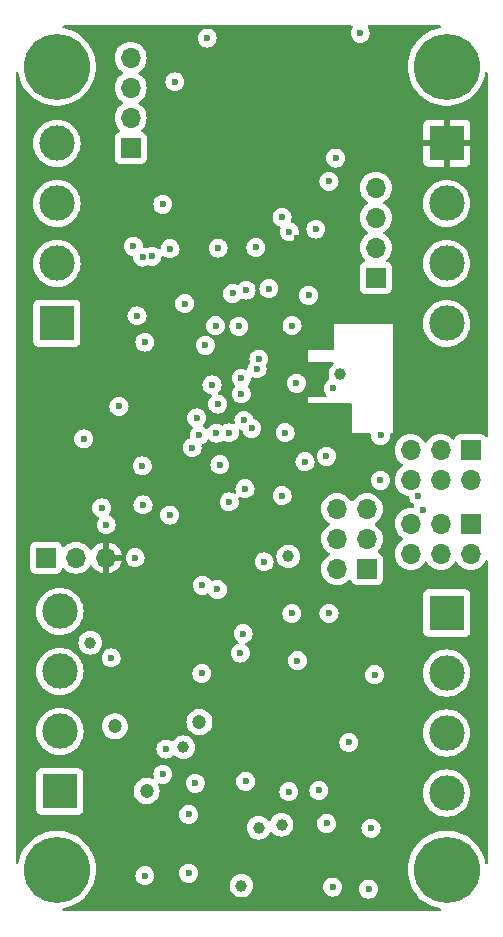
<source format=gbr>
%TF.GenerationSoftware,KiCad,Pcbnew,7.0.5*%
%TF.CreationDate,2023-08-09T18:59:09-07:00*%
%TF.ProjectId,lyra r1,6c797261-2072-4312-9e6b-696361645f70,rev?*%
%TF.SameCoordinates,Original*%
%TF.FileFunction,Copper,L3,Inr*%
%TF.FilePolarity,Positive*%
%FSLAX46Y46*%
G04 Gerber Fmt 4.6, Leading zero omitted, Abs format (unit mm)*
G04 Created by KiCad (PCBNEW 7.0.5) date 2023-08-09 18:59:09*
%MOMM*%
%LPD*%
G01*
G04 APERTURE LIST*
%TA.AperFunction,ComponentPad*%
%ADD10C,5.600000*%
%TD*%
%TA.AperFunction,ComponentPad*%
%ADD11R,1.700000X1.700000*%
%TD*%
%TA.AperFunction,ComponentPad*%
%ADD12O,1.700000X1.700000*%
%TD*%
%TA.AperFunction,ComponentPad*%
%ADD13R,3.000000X3.000000*%
%TD*%
%TA.AperFunction,ComponentPad*%
%ADD14C,3.000000*%
%TD*%
%TA.AperFunction,ViaPad*%
%ADD15C,0.600000*%
%TD*%
%TA.AperFunction,ViaPad*%
%ADD16C,1.000000*%
%TD*%
%TA.AperFunction,ViaPad*%
%ADD17C,1.200000*%
%TD*%
G04 APERTURE END LIST*
D10*
%TO.N,GND*%
%TO.C,H1*%
X128750000Y-86750000D03*
%TD*%
D11*
%TO.N,SERVO3*%
%TO.C,J6*%
X163790000Y-125460000D03*
D12*
%TO.N,SERVO4*%
X163790000Y-128000000D03*
%TO.N,SERVO POWER*%
X161250000Y-125460000D03*
X161250000Y-128000000D03*
%TO.N,GND*%
X158710000Y-125460000D03*
X158710000Y-128000000D03*
%TD*%
D11*
%TO.N,GND*%
%TO.C,J10*%
X127827800Y-128320800D03*
D12*
%TO.N,Net-(J10-Pin_2)*%
X130367800Y-128320800D03*
%TO.N,+3V3*%
X132907800Y-128320800D03*
%TD*%
D13*
%TO.N,ARM-*%
%TO.C,J12*%
X161750000Y-133010000D03*
D14*
%TO.N,P1-*%
X161750000Y-138090000D03*
%TO.N,ARM-*%
X161750000Y-143170000D03*
%TO.N,P2-*%
X161750000Y-148250000D03*
%TD*%
D13*
%TO.N,+3V3*%
%TO.C,J11*%
X161750000Y-93250000D03*
D14*
%TO.N,+5V*%
X161750000Y-98330000D03*
%TO.N,GND*%
X161750000Y-103410000D03*
%TO.N,PA1*%
X161750000Y-108490000D03*
%TD*%
D11*
%TO.N,GND*%
%TO.C,J8*%
X155025000Y-129275000D03*
D12*
%TO.N,SPI POWER*%
X152485000Y-129275000D03*
%TO.N,SCK*%
X155025000Y-126735000D03*
%TO.N,MOSI*%
X152485000Y-126735000D03*
%TO.N,MISO*%
X155025000Y-124195000D03*
%TO.N,CS BRKOUT*%
X152485000Y-124195000D03*
%TD*%
D13*
%TO.N,+12P*%
%TO.C,J5*%
X128750000Y-108490000D03*
D14*
%TO.N,ARM-*%
X128750000Y-103410000D03*
%TO.N,PB6*%
X128750000Y-98330000D03*
%TO.N,PA4*%
X128750000Y-93250000D03*
%TD*%
D11*
%TO.N,GND*%
%TO.C,J4*%
X135000000Y-93620000D03*
D12*
%TO.N,SDA*%
X135000000Y-91080000D03*
%TO.N,SCL*%
X135000000Y-88540000D03*
%TO.N,I2C POWER*%
X135000000Y-86000000D03*
%TD*%
D13*
%TO.N,BATT PRESWITCH*%
%TO.C,J3*%
X129000000Y-148120000D03*
D14*
%TO.N,GND*%
X129000000Y-143040000D03*
%TO.N,BATT PRESWITCH*%
X129000000Y-137960000D03*
%TO.N,+BATT*%
X129000000Y-132880000D03*
%TD*%
D11*
%TO.N,GND*%
%TO.C,J2*%
X155750000Y-104620000D03*
D12*
%TO.N,USART2 TX*%
X155750000Y-102080000D03*
%TO.N,USART2 RX*%
X155750000Y-99540000D03*
%TO.N,UART POWER*%
X155750000Y-97000000D03*
%TD*%
D10*
%TO.N,GND*%
%TO.C,H4*%
X161750000Y-154750000D03*
%TD*%
%TO.N,GND*%
%TO.C,H2*%
X161750000Y-86750000D03*
%TD*%
D11*
%TO.N,SERVO1*%
%TO.C,J7*%
X163775000Y-119210000D03*
D12*
%TO.N,SERVO2*%
X163775000Y-121750000D03*
%TO.N,SERVO POWER*%
X161235000Y-119210000D03*
X161235000Y-121750000D03*
%TO.N,GND*%
X158695000Y-119210000D03*
X158695000Y-121750000D03*
%TD*%
D10*
%TO.N,GND*%
%TO.C,H3*%
X128750000Y-154750000D03*
%TD*%
D15*
%TO.N,GND*%
X152349200Y-94488000D03*
X154432000Y-83921600D03*
D16*
%TO.N,+12P*%
X131572000Y-135534400D03*
D15*
%TO.N,+12V*%
X155143200Y-156381600D03*
X139903200Y-150063200D03*
%TO.N,GND*%
X151790400Y-133045200D03*
X144153145Y-108743021D03*
X144526000Y-134747000D03*
X137972800Y-144526000D03*
X150672800Y-100504500D03*
X148437600Y-100736400D03*
X138328400Y-102158800D03*
X152095200Y-156210000D03*
X153466800Y-143967200D03*
X141478000Y-84328000D03*
D16*
X152755600Y-112776000D03*
D15*
X140462000Y-147421600D03*
X139573000Y-106807000D03*
X134010400Y-115519200D03*
X144285000Y-136398000D03*
X142367000Y-115316000D03*
X140208000Y-118999000D03*
X137718800Y-98399600D03*
D16*
X144373600Y-156083000D03*
D15*
X135534400Y-107848400D03*
X149117900Y-137038500D03*
X136042400Y-123850400D03*
D16*
X147777200Y-150926800D03*
D15*
X148082000Y-117729000D03*
X136194800Y-155244800D03*
X147815000Y-99499484D03*
X155651200Y-138226800D03*
D16*
X145846800Y-151180800D03*
D15*
X150926800Y-148031200D03*
X138303000Y-124714000D03*
X148660622Y-108669025D03*
X131013200Y-118262400D03*
X135229600Y-101955600D03*
%TO.N,+3V3*%
X137210800Y-100685600D03*
X138734800Y-83972400D03*
D16*
X157327600Y-95351600D03*
D15*
X149479000Y-117729000D03*
X149809200Y-98552000D03*
X136245600Y-98399600D03*
X148699502Y-125349000D03*
X137922000Y-154686000D03*
X138582400Y-152755600D03*
X143002000Y-134747000D03*
X138874500Y-117411500D03*
X140462000Y-124079000D03*
X142240000Y-136398000D03*
X137241900Y-122986800D03*
X150495000Y-99060000D03*
D16*
X143560800Y-99423500D03*
D15*
X148234400Y-106375200D03*
X151231600Y-117398800D03*
X149098000Y-101244400D03*
D16*
X154228800Y-108000800D03*
D15*
X150520400Y-131318000D03*
X141097000Y-106807000D03*
X132994400Y-119329200D03*
D16*
%TO.N,+5V*%
X148336000Y-128219200D03*
D15*
X155346400Y-151231600D03*
X148386800Y-148132800D03*
X138734800Y-88036400D03*
%TO.N,RESET*%
X152146000Y-113995200D03*
X151790400Y-96469200D03*
%TO.N,Net-(U7-VCAP_1)*%
X142181839Y-108682460D03*
%TO.N,Net-(U7-VCAP_2)*%
X140586404Y-116488497D03*
%TO.N,VBUS*%
X132537200Y-124104400D03*
X144729200Y-147269200D03*
%TO.N,Net-(D5-A)*%
X147828000Y-123063000D03*
%TO.N,Net-(D3-A)*%
X135991600Y-120548400D03*
D16*
%TO.N,+12P*%
X139446000Y-144373600D03*
D17*
%TO.N,Net-(F2-Pad2)*%
X136347200Y-148082000D03*
%TO.N,BATT PRESWITCH*%
X140817600Y-142240000D03*
X133654800Y-142595600D03*
D15*
%TO.N,MOSI*%
X141020800Y-138125200D03*
%TO.N,MISO*%
X144678400Y-122478800D03*
X142341600Y-131013200D03*
%TO.N,SCK*%
X141071600Y-130657600D03*
X143353807Y-123592607D03*
%TO.N,CS BRKOUT*%
X144594693Y-116703607D03*
X149758400Y-120192800D03*
%TO.N,SDA*%
X145592800Y-102057200D03*
X142403596Y-102108500D03*
%TO.N,SERVO3*%
X159735500Y-124256800D03*
%TO.N,SERVO4*%
X144365691Y-113134409D03*
X151575997Y-119746803D03*
%TO.N,SERVO1*%
X156151566Y-117979441D03*
X145846800Y-111506000D03*
%TO.N,SERVO2*%
X156145500Y-121767600D03*
X159359600Y-123088400D03*
X145694400Y-112318800D03*
%TO.N,CS SD*%
X142544800Y-120446800D03*
%TO.N,BOOT0*%
X132921623Y-125548777D03*
%TO.N,BUZZER*%
X150059003Y-106117003D03*
%TO.N,P1 EN*%
X148640800Y-133045200D03*
X142256662Y-117786651D03*
%TO.N,P2 EN*%
X143345224Y-117751604D03*
X146304000Y-128676400D03*
%TO.N,Net-(U1-ADJ)*%
X139903200Y-155041600D03*
%TO.N,Net-(U2-ADJ)*%
X151587200Y-150825200D03*
%TO.N,BATT SENSE*%
X137718800Y-146659600D03*
X149037019Y-113557932D03*
X135382000Y-128320800D03*
X133350000Y-136804400D03*
X140803403Y-117943403D03*
%TO.N,GYRO INT4*%
X136006446Y-102868933D03*
X143626500Y-105954723D03*
%TO.N,GYRO INT3*%
X144768797Y-105675203D03*
X136804400Y-102819200D03*
%TO.N,PA4*%
X146703457Y-105555457D03*
%TO.N,PYRO SENSE*%
X136194800Y-110075000D03*
X141325600Y-110337600D03*
%TO.N,PB6*%
X141884400Y-113690400D03*
X145237200Y-117364900D03*
X144373600Y-114452400D03*
%TD*%
%TA.AperFunction,Conductor*%
%TO.N,+3V3*%
G36*
X153750950Y-83270185D02*
G01*
X153796705Y-83322989D01*
X153806649Y-83392147D01*
X153788905Y-83440470D01*
X153775400Y-83461965D01*
X153706211Y-83572077D01*
X153646631Y-83742345D01*
X153646630Y-83742350D01*
X153626435Y-83921596D01*
X153626435Y-83921603D01*
X153646630Y-84100849D01*
X153646631Y-84100854D01*
X153706211Y-84271123D01*
X153802184Y-84423862D01*
X153929738Y-84551416D01*
X154082478Y-84647389D01*
X154168596Y-84677523D01*
X154252745Y-84706968D01*
X154252750Y-84706969D01*
X154431996Y-84727165D01*
X154432000Y-84727165D01*
X154432004Y-84727165D01*
X154611249Y-84706969D01*
X154611252Y-84706968D01*
X154611255Y-84706968D01*
X154781522Y-84647389D01*
X154934262Y-84551416D01*
X155061816Y-84423862D01*
X155157789Y-84271122D01*
X155217368Y-84100855D01*
X155227132Y-84014199D01*
X155237565Y-83921603D01*
X155237565Y-83921596D01*
X155217369Y-83742350D01*
X155217368Y-83742345D01*
X155195346Y-83679409D01*
X155157789Y-83572078D01*
X155075094Y-83440470D01*
X155056095Y-83373236D01*
X155076463Y-83306400D01*
X155129730Y-83261186D01*
X155180089Y-83250500D01*
X161154952Y-83250500D01*
X161221991Y-83270185D01*
X161267746Y-83322989D01*
X161277690Y-83392147D01*
X161248665Y-83455703D01*
X161189887Y-83493477D01*
X161181608Y-83495601D01*
X160865726Y-83565131D01*
X160609970Y-83651306D01*
X160526565Y-83679409D01*
X160526562Y-83679410D01*
X160526563Y-83679410D01*
X160526552Y-83679414D01*
X160201755Y-83829680D01*
X160201751Y-83829682D01*
X160048990Y-83921596D01*
X159895081Y-84014200D01*
X159806768Y-84081333D01*
X159610172Y-84230781D01*
X159610163Y-84230789D01*
X159350331Y-84476914D01*
X159118641Y-84749680D01*
X159118634Y-84749690D01*
X158917790Y-85045913D01*
X158917784Y-85045922D01*
X158750151Y-85362111D01*
X158750142Y-85362129D01*
X158617674Y-85694600D01*
X158617672Y-85694607D01*
X158521932Y-86039434D01*
X158521926Y-86039460D01*
X158464029Y-86392614D01*
X158464028Y-86392631D01*
X158444652Y-86749997D01*
X158444652Y-86750002D01*
X158464028Y-87107368D01*
X158464029Y-87107385D01*
X158521926Y-87460539D01*
X158521932Y-87460565D01*
X158617672Y-87805392D01*
X158617674Y-87805399D01*
X158750142Y-88137870D01*
X158750151Y-88137888D01*
X158917784Y-88454077D01*
X158917787Y-88454082D01*
X158917789Y-88454085D01*
X159061617Y-88666216D01*
X159118634Y-88750309D01*
X159118641Y-88750319D01*
X159333827Y-89003655D01*
X159350332Y-89023086D01*
X159610163Y-89269211D01*
X159895081Y-89485800D01*
X160201747Y-89670315D01*
X160201749Y-89670316D01*
X160201751Y-89670317D01*
X160201755Y-89670319D01*
X160455035Y-89787498D01*
X160526565Y-89820591D01*
X160865726Y-89934868D01*
X161215254Y-90011805D01*
X161571052Y-90050500D01*
X161571058Y-90050500D01*
X161928942Y-90050500D01*
X161928948Y-90050500D01*
X162284746Y-90011805D01*
X162634274Y-89934868D01*
X162973435Y-89820591D01*
X163298253Y-89670315D01*
X163604919Y-89485800D01*
X163889837Y-89269211D01*
X164149668Y-89023086D01*
X164381365Y-88750311D01*
X164582211Y-88454085D01*
X164749853Y-88137880D01*
X164882324Y-87805403D01*
X164978071Y-87460552D01*
X164999845Y-87327738D01*
X165003134Y-87307677D01*
X165033405Y-87244705D01*
X165092915Y-87208096D01*
X165162771Y-87209472D01*
X165220794Y-87248397D01*
X165248562Y-87312512D01*
X165249500Y-87327738D01*
X165249500Y-117986501D01*
X165229815Y-118053540D01*
X165177011Y-118099295D01*
X165107853Y-118109239D01*
X165044297Y-118080214D01*
X165026234Y-118060813D01*
X165006175Y-118034019D01*
X164982546Y-118002454D01*
X164982544Y-118002453D01*
X164982544Y-118002452D01*
X164867335Y-117916206D01*
X164867328Y-117916202D01*
X164732482Y-117865908D01*
X164732483Y-117865908D01*
X164672883Y-117859501D01*
X164672881Y-117859500D01*
X164672873Y-117859500D01*
X164672864Y-117859500D01*
X162877129Y-117859500D01*
X162877123Y-117859501D01*
X162817516Y-117865908D01*
X162682671Y-117916202D01*
X162682664Y-117916206D01*
X162567455Y-118002452D01*
X162567452Y-118002455D01*
X162481206Y-118117664D01*
X162481203Y-118117669D01*
X162432189Y-118249083D01*
X162390317Y-118305016D01*
X162324853Y-118329433D01*
X162256580Y-118314581D01*
X162228326Y-118293430D01*
X162106402Y-118171506D01*
X162106395Y-118171501D01*
X162104915Y-118170465D01*
X162067521Y-118144281D01*
X161912834Y-118035967D01*
X161912830Y-118035965D01*
X161912829Y-118035964D01*
X161698663Y-117936097D01*
X161698659Y-117936096D01*
X161698655Y-117936094D01*
X161470413Y-117874938D01*
X161470403Y-117874936D01*
X161235001Y-117854341D01*
X161234999Y-117854341D01*
X160999596Y-117874936D01*
X160999586Y-117874938D01*
X160771344Y-117936094D01*
X160771335Y-117936098D01*
X160557171Y-118035964D01*
X160557169Y-118035965D01*
X160363597Y-118171505D01*
X160196508Y-118338594D01*
X160066574Y-118524160D01*
X160011997Y-118567784D01*
X159942498Y-118574977D01*
X159880144Y-118543455D01*
X159863429Y-118524164D01*
X159733495Y-118338599D01*
X159733493Y-118338596D01*
X159566402Y-118171506D01*
X159566395Y-118171501D01*
X159564915Y-118170465D01*
X159527521Y-118144281D01*
X159372834Y-118035967D01*
X159372830Y-118035965D01*
X159372830Y-118035964D01*
X159158663Y-117936097D01*
X159158659Y-117936096D01*
X159158655Y-117936094D01*
X158930413Y-117874938D01*
X158930403Y-117874936D01*
X158695001Y-117854341D01*
X158694999Y-117854341D01*
X158459596Y-117874936D01*
X158459586Y-117874938D01*
X158231344Y-117936094D01*
X158231335Y-117936098D01*
X158017171Y-118035964D01*
X158017169Y-118035965D01*
X157823597Y-118171505D01*
X157656505Y-118338597D01*
X157520965Y-118532169D01*
X157520964Y-118532171D01*
X157421098Y-118746335D01*
X157421094Y-118746344D01*
X157359938Y-118974586D01*
X157359936Y-118974596D01*
X157339341Y-119209999D01*
X157339341Y-119210000D01*
X157359936Y-119445403D01*
X157359938Y-119445413D01*
X157421094Y-119673655D01*
X157421096Y-119673659D01*
X157421097Y-119673663D01*
X157462770Y-119763030D01*
X157520965Y-119887830D01*
X157520967Y-119887834D01*
X157560672Y-119944538D01*
X157656501Y-120081396D01*
X157656506Y-120081402D01*
X157823597Y-120248493D01*
X157823603Y-120248498D01*
X158009158Y-120378425D01*
X158052783Y-120433002D01*
X158059977Y-120502500D01*
X158028454Y-120564855D01*
X158009158Y-120581575D01*
X157823597Y-120711505D01*
X157656505Y-120878597D01*
X157520965Y-121072169D01*
X157520964Y-121072171D01*
X157421098Y-121286335D01*
X157421094Y-121286344D01*
X157359938Y-121514586D01*
X157359936Y-121514596D01*
X157339341Y-121749999D01*
X157339341Y-121750000D01*
X157359936Y-121985403D01*
X157359938Y-121985413D01*
X157421094Y-122213655D01*
X157421096Y-122213659D01*
X157421097Y-122213663D01*
X157501004Y-122385023D01*
X157520965Y-122427830D01*
X157520967Y-122427834D01*
X157614028Y-122560738D01*
X157656505Y-122621401D01*
X157823599Y-122788495D01*
X157883243Y-122830258D01*
X158017165Y-122924032D01*
X158017167Y-122924033D01*
X158017170Y-122924035D01*
X158231337Y-123023903D01*
X158459592Y-123085063D01*
X158459609Y-123085064D01*
X158464249Y-123085883D01*
X158526854Y-123116906D01*
X158562748Y-123176850D01*
X158565945Y-123194117D01*
X158574230Y-123267649D01*
X158574231Y-123267654D01*
X158574232Y-123267655D01*
X158580079Y-123284365D01*
X158633810Y-123437921D01*
X158683605Y-123517169D01*
X158729784Y-123590662D01*
X158857338Y-123718216D01*
X158952750Y-123778167D01*
X158999040Y-123830500D01*
X159009689Y-123899554D01*
X159003819Y-123924114D01*
X158991404Y-123959596D01*
X158966890Y-124029655D01*
X158965735Y-124032955D01*
X158925014Y-124089731D01*
X158860061Y-124115479D01*
X158837886Y-124115529D01*
X158710002Y-124104341D01*
X158709999Y-124104341D01*
X158474596Y-124124936D01*
X158474586Y-124124938D01*
X158246344Y-124186094D01*
X158246335Y-124186098D01*
X158032171Y-124285964D01*
X158032169Y-124285965D01*
X157838597Y-124421505D01*
X157671505Y-124588597D01*
X157535965Y-124782169D01*
X157535964Y-124782171D01*
X157436098Y-124996335D01*
X157436094Y-124996344D01*
X157374938Y-125224586D01*
X157374936Y-125224596D01*
X157354341Y-125459999D01*
X157354341Y-125460000D01*
X157374936Y-125695403D01*
X157374938Y-125695413D01*
X157436094Y-125923655D01*
X157436096Y-125923659D01*
X157436097Y-125923663D01*
X157514959Y-126092783D01*
X157535965Y-126137830D01*
X157535967Y-126137834D01*
X157631708Y-126274565D01*
X157671501Y-126331396D01*
X157671506Y-126331402D01*
X157838597Y-126498493D01*
X157838603Y-126498498D01*
X158024158Y-126628425D01*
X158067783Y-126683002D01*
X158074977Y-126752500D01*
X158043454Y-126814855D01*
X158024158Y-126831575D01*
X157838597Y-126961505D01*
X157671505Y-127128597D01*
X157535965Y-127322169D01*
X157535964Y-127322171D01*
X157449163Y-127508317D01*
X157436520Y-127535431D01*
X157436098Y-127536335D01*
X157436094Y-127536344D01*
X157374938Y-127764586D01*
X157374936Y-127764596D01*
X157354341Y-127999999D01*
X157354341Y-128000000D01*
X157374936Y-128235403D01*
X157374938Y-128235413D01*
X157436094Y-128463655D01*
X157436096Y-128463659D01*
X157436097Y-128463663D01*
X157501506Y-128603933D01*
X157535965Y-128677830D01*
X157535967Y-128677834D01*
X157636074Y-128820800D01*
X157671505Y-128871401D01*
X157838599Y-129038495D01*
X157862328Y-129055110D01*
X158032165Y-129174032D01*
X158032167Y-129174033D01*
X158032170Y-129174035D01*
X158246337Y-129273903D01*
X158246343Y-129273904D01*
X158246344Y-129273905D01*
X158301285Y-129288626D01*
X158474592Y-129335063D01*
X158662918Y-129351539D01*
X158709999Y-129355659D01*
X158710000Y-129355659D01*
X158710001Y-129355659D01*
X158749234Y-129352226D01*
X158945408Y-129335063D01*
X159173663Y-129273903D01*
X159387830Y-129174035D01*
X159581401Y-129038495D01*
X159748495Y-128871401D01*
X159878424Y-128685842D01*
X159933002Y-128642217D01*
X160002500Y-128635023D01*
X160064855Y-128666546D01*
X160081575Y-128685842D01*
X160211500Y-128871395D01*
X160211505Y-128871401D01*
X160378599Y-129038495D01*
X160402328Y-129055110D01*
X160572165Y-129174032D01*
X160572167Y-129174033D01*
X160572170Y-129174035D01*
X160786337Y-129273903D01*
X160786343Y-129273904D01*
X160786344Y-129273905D01*
X160841285Y-129288626D01*
X161014592Y-129335063D01*
X161202918Y-129351539D01*
X161249999Y-129355659D01*
X161250000Y-129355659D01*
X161250001Y-129355659D01*
X161289234Y-129352226D01*
X161485408Y-129335063D01*
X161713663Y-129273903D01*
X161927830Y-129174035D01*
X162121401Y-129038495D01*
X162288495Y-128871401D01*
X162418424Y-128685842D01*
X162473002Y-128642217D01*
X162542500Y-128635023D01*
X162604855Y-128666546D01*
X162621575Y-128685842D01*
X162751500Y-128871395D01*
X162751505Y-128871401D01*
X162918599Y-129038495D01*
X162942328Y-129055110D01*
X163112165Y-129174032D01*
X163112167Y-129174033D01*
X163112170Y-129174035D01*
X163326337Y-129273903D01*
X163326343Y-129273904D01*
X163326344Y-129273905D01*
X163381285Y-129288626D01*
X163554592Y-129335063D01*
X163742918Y-129351539D01*
X163789999Y-129355659D01*
X163790000Y-129355659D01*
X163790001Y-129355659D01*
X163829234Y-129352226D01*
X164025408Y-129335063D01*
X164253663Y-129273903D01*
X164467830Y-129174035D01*
X164661401Y-129038495D01*
X164828495Y-128871401D01*
X164964035Y-128677830D01*
X165013118Y-128572570D01*
X165059290Y-128520131D01*
X165126483Y-128500979D01*
X165193365Y-128521195D01*
X165238699Y-128574360D01*
X165249500Y-128624975D01*
X165249500Y-154172261D01*
X165229815Y-154239300D01*
X165177011Y-154285055D01*
X165107853Y-154294999D01*
X165044297Y-154265974D01*
X165006523Y-154207196D01*
X165003134Y-154192322D01*
X164978073Y-154039460D01*
X164978072Y-154039459D01*
X164978071Y-154039448D01*
X164882324Y-153694597D01*
X164749853Y-153362120D01*
X164582211Y-153045915D01*
X164381365Y-152749689D01*
X164381361Y-152749684D01*
X164381358Y-152749680D01*
X164149668Y-152476914D01*
X164149667Y-152476913D01*
X163889837Y-152230789D01*
X163889830Y-152230783D01*
X163889827Y-152230781D01*
X163805692Y-152166824D01*
X163604919Y-152014200D01*
X163298253Y-151829685D01*
X163298252Y-151829684D01*
X163298248Y-151829682D01*
X163298244Y-151829680D01*
X162973447Y-151679414D01*
X162973441Y-151679411D01*
X162973435Y-151679409D01*
X162769123Y-151610568D01*
X162634273Y-151565131D01*
X162284744Y-151488194D01*
X161928949Y-151449500D01*
X161928948Y-151449500D01*
X161571052Y-151449500D01*
X161571050Y-151449500D01*
X161215255Y-151488194D01*
X160865726Y-151565131D01*
X160650403Y-151637683D01*
X160526565Y-151679409D01*
X160526562Y-151679410D01*
X160526563Y-151679410D01*
X160526552Y-151679414D01*
X160201755Y-151829680D01*
X160201751Y-151829682D01*
X159973367Y-151967096D01*
X159895081Y-152014200D01*
X159806768Y-152081333D01*
X159610172Y-152230781D01*
X159610163Y-152230789D01*
X159350331Y-152476914D01*
X159118641Y-152749680D01*
X159118634Y-152749690D01*
X158917790Y-153045913D01*
X158917784Y-153045922D01*
X158750151Y-153362111D01*
X158750142Y-153362129D01*
X158617674Y-153694600D01*
X158617672Y-153694607D01*
X158521932Y-154039434D01*
X158521926Y-154039460D01*
X158464029Y-154392614D01*
X158464028Y-154392627D01*
X158464028Y-154392629D01*
X158461501Y-154439235D01*
X158445057Y-154742538D01*
X158444652Y-154750000D01*
X158463464Y-155096976D01*
X158464028Y-155107368D01*
X158464029Y-155107385D01*
X158521926Y-155460539D01*
X158521932Y-155460565D01*
X158617672Y-155805392D01*
X158617674Y-155805399D01*
X158750142Y-156137870D01*
X158750151Y-156137888D01*
X158917784Y-156454077D01*
X158917787Y-156454082D01*
X158917789Y-156454085D01*
X159105625Y-156731123D01*
X159118634Y-156750309D01*
X159118641Y-156750319D01*
X159350331Y-157023085D01*
X159350332Y-157023086D01*
X159610163Y-157269211D01*
X159895081Y-157485800D01*
X160201747Y-157670315D01*
X160201749Y-157670316D01*
X160201751Y-157670317D01*
X160201755Y-157670319D01*
X160526552Y-157820585D01*
X160526565Y-157820591D01*
X160865725Y-157934867D01*
X160865726Y-157934868D01*
X161181608Y-158004399D01*
X161242849Y-158038035D01*
X161276183Y-158099440D01*
X161271027Y-158169119D01*
X161229018Y-158224950D01*
X161163494Y-158249205D01*
X161154952Y-158249500D01*
X129345048Y-158249500D01*
X129278009Y-158229815D01*
X129232254Y-158177011D01*
X129222310Y-158107853D01*
X129251335Y-158044297D01*
X129310113Y-158006523D01*
X129318392Y-158004399D01*
X129378104Y-157991255D01*
X129634274Y-157934868D01*
X129973435Y-157820591D01*
X130298253Y-157670315D01*
X130604919Y-157485800D01*
X130889837Y-157269211D01*
X131149668Y-157023086D01*
X131381365Y-156750311D01*
X131582211Y-156454085D01*
X131749853Y-156137880D01*
X131771719Y-156083000D01*
X143368259Y-156083000D01*
X143387575Y-156279129D01*
X143444788Y-156467733D01*
X143537686Y-156641532D01*
X143537690Y-156641539D01*
X143662716Y-156793883D01*
X143815060Y-156918909D01*
X143815067Y-156918913D01*
X143988866Y-157011811D01*
X143988869Y-157011811D01*
X143988873Y-157011814D01*
X144177468Y-157069024D01*
X144373600Y-157088341D01*
X144569732Y-157069024D01*
X144758327Y-157011814D01*
X144759074Y-157011415D01*
X144845232Y-156965362D01*
X144932138Y-156918910D01*
X145084483Y-156793883D01*
X145209510Y-156641538D01*
X145302414Y-156467727D01*
X145359624Y-156279132D01*
X145366433Y-156210003D01*
X151289635Y-156210003D01*
X151309830Y-156389249D01*
X151309831Y-156389254D01*
X151369411Y-156559523D01*
X151465384Y-156712261D01*
X151465384Y-156712262D01*
X151592938Y-156839816D01*
X151663037Y-156883862D01*
X151718813Y-156918909D01*
X151745678Y-156935789D01*
X151915945Y-156995367D01*
X151915945Y-156995368D01*
X151915950Y-156995369D01*
X152095196Y-157015565D01*
X152095200Y-157015565D01*
X152095204Y-157015565D01*
X152274449Y-156995369D01*
X152274452Y-156995368D01*
X152274455Y-156995368D01*
X152444722Y-156935789D01*
X152597462Y-156839816D01*
X152725016Y-156712262D01*
X152820989Y-156559522D01*
X152880568Y-156389255D01*
X152881430Y-156381603D01*
X154337635Y-156381603D01*
X154357830Y-156560849D01*
X154357831Y-156560854D01*
X154417411Y-156731123D01*
X154429468Y-156750311D01*
X154513384Y-156883862D01*
X154640938Y-157011416D01*
X154793678Y-157107389D01*
X154963944Y-157166968D01*
X154963945Y-157166968D01*
X154963950Y-157166969D01*
X155143196Y-157187165D01*
X155143200Y-157187165D01*
X155143204Y-157187165D01*
X155322449Y-157166969D01*
X155322452Y-157166968D01*
X155322455Y-157166968D01*
X155492722Y-157107389D01*
X155645462Y-157011416D01*
X155773016Y-156883862D01*
X155868989Y-156731122D01*
X155928568Y-156560855D01*
X155928718Y-156559523D01*
X155948765Y-156381603D01*
X155948765Y-156381596D01*
X155928569Y-156202350D01*
X155928568Y-156202345D01*
X155868989Y-156032078D01*
X155868151Y-156030745D01*
X155829782Y-155969680D01*
X155773016Y-155879338D01*
X155645462Y-155751784D01*
X155637947Y-155747062D01*
X155492723Y-155655811D01*
X155322454Y-155596231D01*
X155322449Y-155596230D01*
X155143204Y-155576035D01*
X155143196Y-155576035D01*
X154963950Y-155596230D01*
X154963945Y-155596231D01*
X154793676Y-155655811D01*
X154640937Y-155751784D01*
X154513384Y-155879337D01*
X154417411Y-156032076D01*
X154357831Y-156202345D01*
X154357830Y-156202350D01*
X154337635Y-156381596D01*
X154337635Y-156381603D01*
X152881430Y-156381603D01*
X152900765Y-156210000D01*
X152899903Y-156202350D01*
X152880569Y-156030750D01*
X152880568Y-156030745D01*
X152880366Y-156030168D01*
X152820989Y-155860478D01*
X152725016Y-155707738D01*
X152597462Y-155580184D01*
X152539656Y-155543862D01*
X152444723Y-155484211D01*
X152274454Y-155424631D01*
X152274449Y-155424630D01*
X152095204Y-155404435D01*
X152095196Y-155404435D01*
X151915950Y-155424630D01*
X151915945Y-155424631D01*
X151745676Y-155484211D01*
X151592937Y-155580184D01*
X151465384Y-155707737D01*
X151369411Y-155860476D01*
X151309831Y-156030745D01*
X151309830Y-156030750D01*
X151289635Y-156209996D01*
X151289635Y-156210003D01*
X145366433Y-156210003D01*
X145378941Y-156083000D01*
X145359624Y-155886868D01*
X145302414Y-155698273D01*
X145302411Y-155698269D01*
X145302411Y-155698266D01*
X145209513Y-155524467D01*
X145209509Y-155524460D01*
X145084483Y-155372116D01*
X144932139Y-155247090D01*
X144932132Y-155247086D01*
X144758333Y-155154188D01*
X144758327Y-155154186D01*
X144569732Y-155096976D01*
X144569729Y-155096975D01*
X144373600Y-155077659D01*
X144177470Y-155096975D01*
X143988866Y-155154188D01*
X143815067Y-155247086D01*
X143815060Y-155247090D01*
X143662716Y-155372116D01*
X143537690Y-155524460D01*
X143537686Y-155524467D01*
X143444788Y-155698266D01*
X143387575Y-155886870D01*
X143368259Y-156083000D01*
X131771719Y-156083000D01*
X131882324Y-155805403D01*
X131978071Y-155460552D01*
X132013441Y-155244803D01*
X135389235Y-155244803D01*
X135409430Y-155424049D01*
X135409431Y-155424054D01*
X135469011Y-155594323D01*
X135517452Y-155671416D01*
X135564984Y-155747062D01*
X135692538Y-155874616D01*
X135845278Y-155970589D01*
X136015544Y-156030167D01*
X136015545Y-156030168D01*
X136015550Y-156030169D01*
X136194796Y-156050365D01*
X136194800Y-156050365D01*
X136194804Y-156050365D01*
X136374049Y-156030169D01*
X136374052Y-156030168D01*
X136374055Y-156030168D01*
X136544322Y-155970589D01*
X136697062Y-155874616D01*
X136824616Y-155747062D01*
X136920589Y-155594322D01*
X136980168Y-155424055D01*
X136986020Y-155372116D01*
X137000365Y-155244803D01*
X137000365Y-155244796D01*
X136980169Y-155065550D01*
X136980168Y-155065545D01*
X136971790Y-155041603D01*
X139097635Y-155041603D01*
X139117830Y-155220849D01*
X139117831Y-155220854D01*
X139177411Y-155391123D01*
X139221045Y-155460565D01*
X139273384Y-155543862D01*
X139400938Y-155671416D01*
X139553678Y-155767389D01*
X139662316Y-155805403D01*
X139723945Y-155826968D01*
X139723950Y-155826969D01*
X139903196Y-155847165D01*
X139903200Y-155847165D01*
X139903204Y-155847165D01*
X140082449Y-155826969D01*
X140082452Y-155826968D01*
X140082455Y-155826968D01*
X140252722Y-155767389D01*
X140405462Y-155671416D01*
X140533016Y-155543862D01*
X140628989Y-155391122D01*
X140688568Y-155220855D01*
X140690006Y-155208096D01*
X140708765Y-155041603D01*
X140708765Y-155041596D01*
X140688569Y-154862350D01*
X140688568Y-154862345D01*
X140628988Y-154692076D01*
X140533015Y-154539337D01*
X140405462Y-154411784D01*
X140252723Y-154315811D01*
X140082454Y-154256231D01*
X140082449Y-154256230D01*
X139903204Y-154236035D01*
X139903196Y-154236035D01*
X139723950Y-154256230D01*
X139723945Y-154256231D01*
X139553676Y-154315811D01*
X139400937Y-154411784D01*
X139273384Y-154539337D01*
X139177411Y-154692076D01*
X139117831Y-154862345D01*
X139117830Y-154862350D01*
X139097635Y-155041596D01*
X139097635Y-155041603D01*
X136971790Y-155041603D01*
X136920588Y-154895276D01*
X136829306Y-154750002D01*
X136824616Y-154742538D01*
X136697062Y-154614984D01*
X136697061Y-154614983D01*
X136544323Y-154519011D01*
X136374054Y-154459431D01*
X136374049Y-154459430D01*
X136194804Y-154439235D01*
X136194796Y-154439235D01*
X136015550Y-154459430D01*
X136015545Y-154459431D01*
X135845276Y-154519011D01*
X135692537Y-154614984D01*
X135564984Y-154742537D01*
X135469011Y-154895276D01*
X135409431Y-155065545D01*
X135409430Y-155065550D01*
X135389235Y-155244796D01*
X135389235Y-155244803D01*
X132013441Y-155244803D01*
X132017367Y-155220855D01*
X132035970Y-155107385D01*
X132035970Y-155107382D01*
X132035972Y-155107371D01*
X132055348Y-154750000D01*
X132054943Y-154742538D01*
X132052207Y-154692076D01*
X132035972Y-154392629D01*
X132023378Y-154315811D01*
X131978073Y-154039460D01*
X131978072Y-154039459D01*
X131978071Y-154039448D01*
X131882324Y-153694597D01*
X131749853Y-153362120D01*
X131582211Y-153045915D01*
X131381365Y-152749689D01*
X131381361Y-152749684D01*
X131381358Y-152749680D01*
X131149668Y-152476914D01*
X131149667Y-152476913D01*
X130889837Y-152230789D01*
X130889830Y-152230783D01*
X130889827Y-152230781D01*
X130805692Y-152166824D01*
X130604919Y-152014200D01*
X130298253Y-151829685D01*
X130298252Y-151829684D01*
X130298248Y-151829682D01*
X130298244Y-151829680D01*
X129973447Y-151679414D01*
X129973441Y-151679411D01*
X129973435Y-151679409D01*
X129769123Y-151610568D01*
X129634273Y-151565131D01*
X129284744Y-151488194D01*
X128928949Y-151449500D01*
X128928948Y-151449500D01*
X128571052Y-151449500D01*
X128571050Y-151449500D01*
X128215255Y-151488194D01*
X127865726Y-151565131D01*
X127650403Y-151637683D01*
X127526565Y-151679409D01*
X127526562Y-151679410D01*
X127526563Y-151679410D01*
X127526552Y-151679414D01*
X127201755Y-151829680D01*
X127201751Y-151829682D01*
X126973367Y-151967096D01*
X126895081Y-152014200D01*
X126806768Y-152081333D01*
X126610172Y-152230781D01*
X126610163Y-152230789D01*
X126350331Y-152476914D01*
X126118641Y-152749680D01*
X126118634Y-152749690D01*
X125917790Y-153045913D01*
X125917784Y-153045922D01*
X125750151Y-153362111D01*
X125750142Y-153362129D01*
X125617674Y-153694600D01*
X125617672Y-153694607D01*
X125521932Y-154039434D01*
X125521926Y-154039460D01*
X125496866Y-154192322D01*
X125466595Y-154255294D01*
X125407085Y-154291903D01*
X125337229Y-154290527D01*
X125279206Y-154251602D01*
X125251438Y-154187487D01*
X125250500Y-154172261D01*
X125250500Y-151180800D01*
X144841459Y-151180800D01*
X144860775Y-151376929D01*
X144860776Y-151376932D01*
X144916356Y-151560155D01*
X144917988Y-151565533D01*
X145010886Y-151739332D01*
X145010890Y-151739339D01*
X145135916Y-151891683D01*
X145288260Y-152016709D01*
X145288267Y-152016713D01*
X145462066Y-152109611D01*
X145462069Y-152109611D01*
X145462073Y-152109614D01*
X145650668Y-152166824D01*
X145846800Y-152186141D01*
X146042932Y-152166824D01*
X146231527Y-152109614D01*
X146405338Y-152016710D01*
X146557683Y-151891683D01*
X146682710Y-151739338D01*
X146767278Y-151581123D01*
X146778486Y-151560155D01*
X146780523Y-151561244D01*
X146817872Y-151514843D01*
X146884153Y-151492741D01*
X146951863Y-151509981D01*
X146984503Y-151537994D01*
X147066316Y-151637683D01*
X147218660Y-151762709D01*
X147218667Y-151762713D01*
X147392466Y-151855611D01*
X147392469Y-151855611D01*
X147392473Y-151855614D01*
X147581068Y-151912824D01*
X147777200Y-151932141D01*
X147973332Y-151912824D01*
X148161927Y-151855614D01*
X148335738Y-151762710D01*
X148488083Y-151637683D01*
X148613110Y-151485338D01*
X148706014Y-151311527D01*
X148763224Y-151122932D01*
X148782541Y-150926800D01*
X148772535Y-150825203D01*
X150781635Y-150825203D01*
X150801830Y-151004449D01*
X150801831Y-151004454D01*
X150861411Y-151174723D01*
X150933110Y-151288830D01*
X150957384Y-151327462D01*
X151084938Y-151455016D01*
X151137742Y-151488195D01*
X151216996Y-151537994D01*
X151237678Y-151550989D01*
X151323796Y-151581123D01*
X151407945Y-151610568D01*
X151407950Y-151610569D01*
X151587196Y-151630765D01*
X151587200Y-151630765D01*
X151587204Y-151630765D01*
X151766449Y-151610569D01*
X151766452Y-151610568D01*
X151766455Y-151610568D01*
X151936722Y-151550989D01*
X152089462Y-151455016D01*
X152217016Y-151327462D01*
X152277248Y-151231603D01*
X154540835Y-151231603D01*
X154561030Y-151410849D01*
X154561031Y-151410854D01*
X154620611Y-151581123D01*
X154682372Y-151679414D01*
X154716584Y-151733862D01*
X154844138Y-151861416D01*
X154996878Y-151957389D01*
X155159232Y-152014199D01*
X155167145Y-152016968D01*
X155167150Y-152016969D01*
X155346396Y-152037165D01*
X155346400Y-152037165D01*
X155346404Y-152037165D01*
X155525649Y-152016969D01*
X155525652Y-152016968D01*
X155525655Y-152016968D01*
X155695922Y-151957389D01*
X155848662Y-151861416D01*
X155976216Y-151733862D01*
X156072189Y-151581122D01*
X156131768Y-151410855D01*
X156142959Y-151311533D01*
X156151965Y-151231603D01*
X156151965Y-151231596D01*
X156131769Y-151052350D01*
X156131768Y-151052345D01*
X156131767Y-151052345D01*
X156072189Y-150882078D01*
X155976216Y-150729338D01*
X155848662Y-150601784D01*
X155834364Y-150592800D01*
X155695923Y-150505811D01*
X155525654Y-150446231D01*
X155525649Y-150446230D01*
X155346404Y-150426035D01*
X155346396Y-150426035D01*
X155167150Y-150446230D01*
X155167145Y-150446231D01*
X154996876Y-150505811D01*
X154844137Y-150601784D01*
X154716584Y-150729337D01*
X154620611Y-150882076D01*
X154561031Y-151052345D01*
X154561030Y-151052350D01*
X154540835Y-151231596D01*
X154540835Y-151231603D01*
X152277248Y-151231603D01*
X152312989Y-151174722D01*
X152372568Y-151004455D01*
X152372569Y-151004449D01*
X152392765Y-150825203D01*
X152392765Y-150825196D01*
X152372569Y-150645950D01*
X152372568Y-150645945D01*
X152337722Y-150546362D01*
X152312989Y-150475678D01*
X152309368Y-150469916D01*
X152217015Y-150322937D01*
X152089462Y-150195384D01*
X151936723Y-150099411D01*
X151766454Y-150039831D01*
X151766449Y-150039830D01*
X151587204Y-150019635D01*
X151587196Y-150019635D01*
X151407950Y-150039830D01*
X151407945Y-150039831D01*
X151237676Y-150099411D01*
X151084937Y-150195384D01*
X150957384Y-150322937D01*
X150861411Y-150475676D01*
X150801831Y-150645945D01*
X150801830Y-150645950D01*
X150781635Y-150825196D01*
X150781635Y-150825203D01*
X148772535Y-150825203D01*
X148763224Y-150730668D01*
X148706014Y-150542073D01*
X148706011Y-150542069D01*
X148706011Y-150542066D01*
X148613113Y-150368267D01*
X148613109Y-150368260D01*
X148488083Y-150215916D01*
X148335739Y-150090890D01*
X148335732Y-150090886D01*
X148161933Y-149997988D01*
X148161927Y-149997986D01*
X147973332Y-149940776D01*
X147973329Y-149940775D01*
X147777200Y-149921459D01*
X147581070Y-149940775D01*
X147392466Y-149997988D01*
X147218667Y-150090886D01*
X147218660Y-150090890D01*
X147066316Y-150215916D01*
X146941290Y-150368260D01*
X146941286Y-150368267D01*
X146845514Y-150547445D01*
X146843489Y-150546362D01*
X146806064Y-150592800D01*
X146739769Y-150614861D01*
X146672070Y-150597579D01*
X146639496Y-150569605D01*
X146557683Y-150469916D01*
X146405339Y-150344890D01*
X146405332Y-150344886D01*
X146231533Y-150251988D01*
X146231527Y-150251986D01*
X146105796Y-150213846D01*
X146042929Y-150194775D01*
X145846800Y-150175459D01*
X145650670Y-150194775D01*
X145462066Y-150251988D01*
X145288267Y-150344886D01*
X145288260Y-150344890D01*
X145135916Y-150469916D01*
X145010890Y-150622260D01*
X145010886Y-150622267D01*
X144917988Y-150796066D01*
X144860775Y-150984670D01*
X144841459Y-151180800D01*
X125250500Y-151180800D01*
X125250500Y-149667870D01*
X126999500Y-149667870D01*
X126999501Y-149667876D01*
X127005908Y-149727483D01*
X127056202Y-149862328D01*
X127056206Y-149862335D01*
X127142452Y-149977544D01*
X127142455Y-149977547D01*
X127257664Y-150063793D01*
X127257671Y-150063797D01*
X127392517Y-150114091D01*
X127392516Y-150114091D01*
X127399444Y-150114835D01*
X127452127Y-150120500D01*
X130547872Y-150120499D01*
X130607483Y-150114091D01*
X130742331Y-150063796D01*
X130743123Y-150063203D01*
X139097635Y-150063203D01*
X139117830Y-150242449D01*
X139117831Y-150242454D01*
X139177411Y-150412723D01*
X139216969Y-150475678D01*
X139273384Y-150565462D01*
X139400938Y-150693016D01*
X139553678Y-150788989D01*
X139657152Y-150825196D01*
X139723945Y-150848568D01*
X139723950Y-150848569D01*
X139903196Y-150868765D01*
X139903200Y-150868765D01*
X139903204Y-150868765D01*
X140082449Y-150848569D01*
X140082452Y-150848568D01*
X140082455Y-150848568D01*
X140252722Y-150788989D01*
X140405462Y-150693016D01*
X140533016Y-150565462D01*
X140628989Y-150412722D01*
X140688568Y-150242455D01*
X140691558Y-150215917D01*
X140708765Y-150063203D01*
X140708765Y-150063196D01*
X140688569Y-149883950D01*
X140688568Y-149883945D01*
X140647202Y-149765729D01*
X140628989Y-149713678D01*
X140533016Y-149560938D01*
X140405462Y-149433384D01*
X140405462Y-149433383D01*
X140252723Y-149337411D01*
X140082454Y-149277831D01*
X140082449Y-149277830D01*
X139903204Y-149257635D01*
X139903196Y-149257635D01*
X139723950Y-149277830D01*
X139723945Y-149277831D01*
X139553676Y-149337411D01*
X139400937Y-149433384D01*
X139273384Y-149560937D01*
X139177411Y-149713676D01*
X139117831Y-149883945D01*
X139117830Y-149883950D01*
X139097635Y-150063196D01*
X139097635Y-150063203D01*
X130743123Y-150063203D01*
X130857546Y-149977546D01*
X130943796Y-149862331D01*
X130994091Y-149727483D01*
X131000500Y-149667873D01*
X131000499Y-148082000D01*
X135241985Y-148082000D01*
X135260802Y-148285082D01*
X135316617Y-148481247D01*
X135316622Y-148481260D01*
X135407527Y-148663821D01*
X135530437Y-148826581D01*
X135681158Y-148963980D01*
X135681160Y-148963982D01*
X135780341Y-149025392D01*
X135854563Y-149071348D01*
X136044744Y-149145024D01*
X136245224Y-149182500D01*
X136245226Y-149182500D01*
X136449174Y-149182500D01*
X136449176Y-149182500D01*
X136649656Y-149145024D01*
X136839837Y-149071348D01*
X137013241Y-148963981D01*
X137141322Y-148847219D01*
X137163962Y-148826581D01*
X137171523Y-148816569D01*
X137286873Y-148663821D01*
X137377782Y-148481250D01*
X137433597Y-148285083D01*
X137452415Y-148082000D01*
X137433597Y-147878917D01*
X137377782Y-147682750D01*
X137377248Y-147681678D01*
X137336235Y-147599312D01*
X137323974Y-147530527D01*
X137350847Y-147466032D01*
X137408323Y-147426304D01*
X137478153Y-147423956D01*
X137488190Y-147426999D01*
X137539537Y-147444966D01*
X137539543Y-147444967D01*
X137539545Y-147444968D01*
X137539546Y-147444968D01*
X137539550Y-147444969D01*
X137718796Y-147465165D01*
X137718800Y-147465165D01*
X137718804Y-147465165D01*
X137898049Y-147444969D01*
X137898052Y-147444968D01*
X137898055Y-147444968D01*
X137964828Y-147421603D01*
X139656435Y-147421603D01*
X139676630Y-147600849D01*
X139676631Y-147600854D01*
X139736211Y-147771123D01*
X139816572Y-147899016D01*
X139832184Y-147923862D01*
X139959738Y-148051416D01*
X139996898Y-148074765D01*
X140089264Y-148132803D01*
X140112478Y-148147389D01*
X140282745Y-148206967D01*
X140282745Y-148206968D01*
X140282750Y-148206969D01*
X140461996Y-148227165D01*
X140462000Y-148227165D01*
X140462004Y-148227165D01*
X140641249Y-148206969D01*
X140641252Y-148206968D01*
X140641255Y-148206968D01*
X140811522Y-148147389D01*
X140834735Y-148132803D01*
X147581235Y-148132803D01*
X147601430Y-148312049D01*
X147601431Y-148312054D01*
X147661011Y-148482323D01*
X147756983Y-148635061D01*
X147756984Y-148635062D01*
X147884538Y-148762616D01*
X148037278Y-148858589D01*
X148207544Y-148918168D01*
X148207545Y-148918168D01*
X148207550Y-148918169D01*
X148386796Y-148938365D01*
X148386800Y-148938365D01*
X148386804Y-148938365D01*
X148566049Y-148918169D01*
X148566052Y-148918168D01*
X148566055Y-148918168D01*
X148736322Y-148858589D01*
X148889062Y-148762616D01*
X149016616Y-148635062D01*
X149112589Y-148482322D01*
X149172168Y-148312055D01*
X149181733Y-148227165D01*
X149192365Y-148132803D01*
X149192365Y-148132796D01*
X149180918Y-148031203D01*
X150121235Y-148031203D01*
X150141430Y-148210449D01*
X150141431Y-148210454D01*
X150201011Y-148380723D01*
X150264851Y-148482323D01*
X150296984Y-148533462D01*
X150424538Y-148661016D01*
X150577278Y-148756989D01*
X150743170Y-148815037D01*
X150747545Y-148816568D01*
X150747550Y-148816569D01*
X150926796Y-148836765D01*
X150926800Y-148836765D01*
X150926804Y-148836765D01*
X151106049Y-148816569D01*
X151106052Y-148816568D01*
X151106055Y-148816568D01*
X151276322Y-148756989D01*
X151429062Y-148661016D01*
X151556616Y-148533462D01*
X151652589Y-148380722D01*
X151698330Y-148250001D01*
X159744390Y-148250001D01*
X159764804Y-148535433D01*
X159825628Y-148815037D01*
X159825630Y-148815043D01*
X159825631Y-148815046D01*
X159921227Y-149071348D01*
X159925635Y-149083166D01*
X160062770Y-149334309D01*
X160062775Y-149334317D01*
X160234254Y-149563387D01*
X160234270Y-149563405D01*
X160436594Y-149765729D01*
X160436612Y-149765745D01*
X160665682Y-149937224D01*
X160665690Y-149937229D01*
X160916833Y-150074364D01*
X160916832Y-150074364D01*
X160916836Y-150074365D01*
X160916839Y-150074367D01*
X161184954Y-150174369D01*
X161184960Y-150174370D01*
X161184962Y-150174371D01*
X161464566Y-150235195D01*
X161464568Y-150235195D01*
X161464572Y-150235196D01*
X161718220Y-150253337D01*
X161749999Y-150255610D01*
X161750000Y-150255610D01*
X161750001Y-150255610D01*
X161778595Y-150253564D01*
X162035428Y-150235196D01*
X162124053Y-150215917D01*
X162315037Y-150174371D01*
X162315037Y-150174370D01*
X162315046Y-150174369D01*
X162583161Y-150074367D01*
X162834315Y-149937226D01*
X163063395Y-149765739D01*
X163265739Y-149563395D01*
X163437226Y-149334315D01*
X163574367Y-149083161D01*
X163674369Y-148815046D01*
X163685775Y-148762615D01*
X163735195Y-148535433D01*
X163735195Y-148535432D01*
X163735196Y-148535428D01*
X163755610Y-148250000D01*
X163735196Y-147964572D01*
X163732798Y-147953550D01*
X163674371Y-147684962D01*
X163674370Y-147684960D01*
X163674369Y-147684954D01*
X163574367Y-147416839D01*
X163569000Y-147407011D01*
X163437229Y-147165690D01*
X163437224Y-147165682D01*
X163265745Y-146936612D01*
X163265729Y-146936594D01*
X163063405Y-146734270D01*
X163063387Y-146734254D01*
X162834317Y-146562775D01*
X162834309Y-146562770D01*
X162583166Y-146425635D01*
X162583167Y-146425635D01*
X162454551Y-146377664D01*
X162315046Y-146325631D01*
X162315043Y-146325630D01*
X162315037Y-146325628D01*
X162035433Y-146264804D01*
X161750001Y-146244390D01*
X161749999Y-146244390D01*
X161464566Y-146264804D01*
X161184962Y-146325628D01*
X160916833Y-146425635D01*
X160665690Y-146562770D01*
X160665682Y-146562775D01*
X160436612Y-146734254D01*
X160436594Y-146734270D01*
X160234270Y-146936594D01*
X160234254Y-146936612D01*
X160062775Y-147165682D01*
X160062770Y-147165690D01*
X159925635Y-147416833D01*
X159825628Y-147684962D01*
X159764804Y-147964566D01*
X159744390Y-148249998D01*
X159744390Y-148250001D01*
X151698330Y-148250001D01*
X151712168Y-148210455D01*
X151719274Y-148147388D01*
X151732365Y-148031203D01*
X151732365Y-148031196D01*
X151712169Y-147851950D01*
X151712168Y-147851945D01*
X151652588Y-147681676D01*
X151556615Y-147528937D01*
X151429062Y-147401384D01*
X151276323Y-147305411D01*
X151106054Y-147245831D01*
X151106049Y-147245830D01*
X150926804Y-147225635D01*
X150926796Y-147225635D01*
X150747550Y-147245830D01*
X150747545Y-147245831D01*
X150577276Y-147305411D01*
X150424537Y-147401384D01*
X150296984Y-147528937D01*
X150201011Y-147681676D01*
X150141431Y-147851945D01*
X150141430Y-147851950D01*
X150121235Y-148031196D01*
X150121235Y-148031203D01*
X149180918Y-148031203D01*
X149172169Y-147953550D01*
X149172168Y-147953545D01*
X149153087Y-147899015D01*
X149112589Y-147783278D01*
X149104951Y-147771123D01*
X149016615Y-147630537D01*
X148889062Y-147502984D01*
X148736323Y-147407011D01*
X148566054Y-147347431D01*
X148566049Y-147347430D01*
X148386804Y-147327235D01*
X148386796Y-147327235D01*
X148207550Y-147347430D01*
X148207545Y-147347431D01*
X148037276Y-147407011D01*
X147884537Y-147502984D01*
X147756984Y-147630537D01*
X147661011Y-147783276D01*
X147601431Y-147953545D01*
X147601430Y-147953550D01*
X147581235Y-148132796D01*
X147581235Y-148132803D01*
X140834735Y-148132803D01*
X140964262Y-148051416D01*
X141091816Y-147923862D01*
X141187789Y-147771122D01*
X141247368Y-147600855D01*
X141255471Y-147528937D01*
X141267565Y-147421603D01*
X141267565Y-147421596D01*
X141250395Y-147269203D01*
X143923635Y-147269203D01*
X143943830Y-147448449D01*
X143943831Y-147448454D01*
X144003411Y-147618723D01*
X144045027Y-147684954D01*
X144099384Y-147771462D01*
X144226938Y-147899016D01*
X144379678Y-147994989D01*
X144483152Y-148031196D01*
X144549945Y-148054568D01*
X144549950Y-148054569D01*
X144729196Y-148074765D01*
X144729200Y-148074765D01*
X144729204Y-148074765D01*
X144908449Y-148054569D01*
X144908452Y-148054568D01*
X144908455Y-148054568D01*
X145078722Y-147994989D01*
X145231462Y-147899016D01*
X145359016Y-147771462D01*
X145454989Y-147618722D01*
X145514568Y-147448455D01*
X145514961Y-147444966D01*
X145534765Y-147269203D01*
X145534765Y-147269196D01*
X145514569Y-147089950D01*
X145514568Y-147089945D01*
X145486287Y-147009122D01*
X145454989Y-146919678D01*
X145454775Y-146919338D01*
X145359015Y-146766937D01*
X145231462Y-146639384D01*
X145078723Y-146543411D01*
X144908454Y-146483831D01*
X144908449Y-146483830D01*
X144729204Y-146463635D01*
X144729196Y-146463635D01*
X144549950Y-146483830D01*
X144549945Y-146483831D01*
X144379676Y-146543411D01*
X144226937Y-146639384D01*
X144099384Y-146766937D01*
X144003411Y-146919676D01*
X143943831Y-147089945D01*
X143943830Y-147089950D01*
X143923635Y-147269196D01*
X143923635Y-147269203D01*
X141250395Y-147269203D01*
X141247369Y-147242350D01*
X141247368Y-147242345D01*
X141220545Y-147165690D01*
X141187789Y-147072078D01*
X141091816Y-146919338D01*
X140964262Y-146791784D01*
X140924720Y-146766938D01*
X140811523Y-146695811D01*
X140641254Y-146636231D01*
X140641249Y-146636230D01*
X140462004Y-146616035D01*
X140461996Y-146616035D01*
X140282750Y-146636230D01*
X140282745Y-146636231D01*
X140112476Y-146695811D01*
X139959737Y-146791784D01*
X139832184Y-146919337D01*
X139736211Y-147072076D01*
X139676631Y-147242345D01*
X139676630Y-147242350D01*
X139656435Y-147421596D01*
X139656435Y-147421603D01*
X137964828Y-147421603D01*
X138068322Y-147385389D01*
X138221062Y-147289416D01*
X138348616Y-147161862D01*
X138444589Y-147009122D01*
X138504168Y-146838855D01*
X138524365Y-146659600D01*
X138522087Y-146639384D01*
X138504169Y-146480350D01*
X138504168Y-146480345D01*
X138444588Y-146310076D01*
X138403314Y-146244390D01*
X138348616Y-146157338D01*
X138221062Y-146029784D01*
X138221061Y-146029784D01*
X138068323Y-145933811D01*
X137898054Y-145874231D01*
X137898049Y-145874230D01*
X137718804Y-145854035D01*
X137718796Y-145854035D01*
X137539550Y-145874230D01*
X137539545Y-145874231D01*
X137369276Y-145933811D01*
X137216537Y-146029784D01*
X137088984Y-146157337D01*
X136993011Y-146310076D01*
X136933431Y-146480345D01*
X136933430Y-146480350D01*
X136913235Y-146659596D01*
X136913235Y-146659603D01*
X136933430Y-146838849D01*
X136933431Y-146838854D01*
X136962082Y-146920732D01*
X136965643Y-146990511D01*
X136930914Y-147051139D01*
X136868921Y-147083366D01*
X136800247Y-147077314D01*
X136649660Y-147018977D01*
X136649657Y-147018976D01*
X136649656Y-147018976D01*
X136449176Y-146981500D01*
X136245224Y-146981500D01*
X136044744Y-147018976D01*
X136044741Y-147018976D01*
X136044741Y-147018977D01*
X135854564Y-147092651D01*
X135854557Y-147092655D01*
X135681160Y-147200017D01*
X135681158Y-147200019D01*
X135530437Y-147337418D01*
X135407527Y-147500178D01*
X135316622Y-147682739D01*
X135316617Y-147682752D01*
X135260802Y-147878917D01*
X135241985Y-148081999D01*
X135241985Y-148082000D01*
X131000499Y-148082000D01*
X131000499Y-146572128D01*
X130994091Y-146512517D01*
X130983392Y-146483832D01*
X130943797Y-146377671D01*
X130943793Y-146377664D01*
X130857547Y-146262455D01*
X130857544Y-146262452D01*
X130742335Y-146176206D01*
X130742328Y-146176202D01*
X130607482Y-146125908D01*
X130607483Y-146125908D01*
X130547883Y-146119501D01*
X130547881Y-146119500D01*
X130547873Y-146119500D01*
X130547864Y-146119500D01*
X127452129Y-146119500D01*
X127452123Y-146119501D01*
X127392516Y-146125908D01*
X127257671Y-146176202D01*
X127257664Y-146176206D01*
X127142455Y-146262452D01*
X127142452Y-146262455D01*
X127056206Y-146377664D01*
X127056202Y-146377671D01*
X127005908Y-146512517D01*
X127000505Y-146562775D01*
X126999501Y-146572123D01*
X126999500Y-146572135D01*
X126999500Y-149667870D01*
X125250500Y-149667870D01*
X125250500Y-143040001D01*
X126994390Y-143040001D01*
X127014804Y-143325433D01*
X127075628Y-143605037D01*
X127075630Y-143605043D01*
X127075631Y-143605046D01*
X127175140Y-143871840D01*
X127175635Y-143873166D01*
X127312770Y-144124309D01*
X127312775Y-144124317D01*
X127484254Y-144353387D01*
X127484270Y-144353405D01*
X127686594Y-144555729D01*
X127686612Y-144555745D01*
X127915682Y-144727224D01*
X127915690Y-144727229D01*
X128166833Y-144864364D01*
X128166832Y-144864364D01*
X128166836Y-144864365D01*
X128166839Y-144864367D01*
X128434954Y-144964369D01*
X128434960Y-144964370D01*
X128434962Y-144964371D01*
X128714566Y-145025195D01*
X128714568Y-145025195D01*
X128714572Y-145025196D01*
X128968220Y-145043337D01*
X128999999Y-145045610D01*
X129000000Y-145045610D01*
X129000001Y-145045610D01*
X129028595Y-145043564D01*
X129285428Y-145025196D01*
X129545312Y-144968662D01*
X129565037Y-144964371D01*
X129565037Y-144964370D01*
X129565046Y-144964369D01*
X129833161Y-144864367D01*
X130084315Y-144727226D01*
X130313395Y-144555739D01*
X130343131Y-144526003D01*
X137167235Y-144526003D01*
X137187430Y-144705249D01*
X137187431Y-144705254D01*
X137247011Y-144875523D01*
X137342983Y-145028262D01*
X137342984Y-145028262D01*
X137470538Y-145155816D01*
X137623278Y-145251789D01*
X137767947Y-145302411D01*
X137793545Y-145311368D01*
X137793550Y-145311369D01*
X137972796Y-145331565D01*
X137972800Y-145331565D01*
X137972804Y-145331565D01*
X138152049Y-145311369D01*
X138152052Y-145311368D01*
X138152055Y-145311368D01*
X138322322Y-145251789D01*
X138475062Y-145155816D01*
X138553311Y-145077566D01*
X138614630Y-145044084D01*
X138684322Y-145049068D01*
X138729593Y-145081402D01*
X138730815Y-145080181D01*
X138735117Y-145084484D01*
X138887460Y-145209509D01*
X138887467Y-145209513D01*
X139061266Y-145302411D01*
X139061269Y-145302411D01*
X139061273Y-145302414D01*
X139249868Y-145359624D01*
X139446000Y-145378941D01*
X139642132Y-145359624D01*
X139830727Y-145302414D01*
X140004538Y-145209510D01*
X140156883Y-145084483D01*
X140281910Y-144932138D01*
X140374814Y-144758327D01*
X140432024Y-144569732D01*
X140451341Y-144373600D01*
X140432024Y-144177468D01*
X140374814Y-143988873D01*
X140374811Y-143988869D01*
X140374811Y-143988866D01*
X140363232Y-143967203D01*
X152661235Y-143967203D01*
X152681430Y-144146449D01*
X152681431Y-144146454D01*
X152741011Y-144316723D01*
X152836984Y-144469462D01*
X152964538Y-144597016D01*
X153054880Y-144653781D01*
X153105739Y-144685739D01*
X153117278Y-144692989D01*
X153287545Y-144752567D01*
X153287545Y-144752568D01*
X153287550Y-144752569D01*
X153466796Y-144772765D01*
X153466800Y-144772765D01*
X153466804Y-144772765D01*
X153646049Y-144752569D01*
X153646052Y-144752568D01*
X153646055Y-144752568D01*
X153816322Y-144692989D01*
X153969062Y-144597016D01*
X154096616Y-144469462D01*
X154192589Y-144316722D01*
X154252168Y-144146455D01*
X154252169Y-144146449D01*
X154272365Y-143967203D01*
X154272365Y-143967196D01*
X154252169Y-143787950D01*
X154252168Y-143787945D01*
X154208348Y-143662716D01*
X154192589Y-143617678D01*
X154096616Y-143464938D01*
X153969062Y-143337384D01*
X153950034Y-143325428D01*
X153816323Y-143241411D01*
X153646054Y-143181831D01*
X153646049Y-143181830D01*
X153541058Y-143170001D01*
X159744390Y-143170001D01*
X159764804Y-143455433D01*
X159825628Y-143735037D01*
X159825630Y-143735043D01*
X159825631Y-143735046D01*
X159912219Y-143967196D01*
X159925635Y-144003166D01*
X160062770Y-144254309D01*
X160062775Y-144254317D01*
X160234254Y-144483387D01*
X160234270Y-144483405D01*
X160436594Y-144685729D01*
X160436612Y-144685745D01*
X160665682Y-144857224D01*
X160665690Y-144857229D01*
X160916833Y-144994364D01*
X160916832Y-144994364D01*
X160916836Y-144994365D01*
X160916839Y-144994367D01*
X161184954Y-145094369D01*
X161184960Y-145094370D01*
X161184962Y-145094371D01*
X161464566Y-145155195D01*
X161464568Y-145155195D01*
X161464572Y-145155196D01*
X161718220Y-145173337D01*
X161749999Y-145175610D01*
X161750000Y-145175610D01*
X161750001Y-145175610D01*
X161778595Y-145173564D01*
X162035428Y-145155196D01*
X162315046Y-145094369D01*
X162583161Y-144994367D01*
X162834315Y-144857226D01*
X163063395Y-144685739D01*
X163265739Y-144483395D01*
X163437226Y-144254315D01*
X163574367Y-144003161D01*
X163674369Y-143735046D01*
X163733127Y-143464938D01*
X163735195Y-143455433D01*
X163735195Y-143455432D01*
X163735196Y-143455428D01*
X163755610Y-143170000D01*
X163735196Y-142884572D01*
X163721545Y-142821821D01*
X163674371Y-142604962D01*
X163674370Y-142604960D01*
X163674369Y-142604954D01*
X163574367Y-142336839D01*
X163503381Y-142206839D01*
X163437229Y-142085690D01*
X163437224Y-142085682D01*
X163265745Y-141856612D01*
X163265729Y-141856594D01*
X163063405Y-141654270D01*
X163063387Y-141654254D01*
X162834317Y-141482775D01*
X162834309Y-141482770D01*
X162583166Y-141345635D01*
X162583167Y-141345635D01*
X162475914Y-141305632D01*
X162315046Y-141245631D01*
X162315043Y-141245630D01*
X162315037Y-141245628D01*
X162035433Y-141184804D01*
X161750001Y-141164390D01*
X161749999Y-141164390D01*
X161464566Y-141184804D01*
X161184962Y-141245628D01*
X160916833Y-141345635D01*
X160665690Y-141482770D01*
X160665682Y-141482775D01*
X160436612Y-141654254D01*
X160436594Y-141654270D01*
X160234270Y-141856594D01*
X160234254Y-141856612D01*
X160062775Y-142085682D01*
X160062770Y-142085690D01*
X159925635Y-142336833D01*
X159825628Y-142604962D01*
X159764804Y-142884566D01*
X159744390Y-143169998D01*
X159744390Y-143170001D01*
X153541058Y-143170001D01*
X153466804Y-143161635D01*
X153466796Y-143161635D01*
X153287550Y-143181830D01*
X153287545Y-143181831D01*
X153117276Y-143241411D01*
X152964537Y-143337384D01*
X152836984Y-143464937D01*
X152741011Y-143617676D01*
X152681431Y-143787945D01*
X152681430Y-143787950D01*
X152661235Y-143967196D01*
X152661235Y-143967203D01*
X140363232Y-143967203D01*
X140281913Y-143815067D01*
X140281909Y-143815060D01*
X140156883Y-143662716D01*
X140004539Y-143537690D01*
X140004532Y-143537686D01*
X139830733Y-143444788D01*
X139830727Y-143444786D01*
X139642132Y-143387576D01*
X139642129Y-143387575D01*
X139446000Y-143368259D01*
X139249870Y-143387575D01*
X139061266Y-143444788D01*
X138887467Y-143537686D01*
X138887460Y-143537690D01*
X138735116Y-143662716D01*
X138610090Y-143815060D01*
X138606382Y-143821998D01*
X138557417Y-143871840D01*
X138489278Y-143887297D01*
X138431054Y-143868532D01*
X138322324Y-143800211D01*
X138152054Y-143740631D01*
X138152049Y-143740630D01*
X137972804Y-143720435D01*
X137972796Y-143720435D01*
X137793550Y-143740630D01*
X137793545Y-143740631D01*
X137623276Y-143800211D01*
X137470537Y-143896184D01*
X137342984Y-144023737D01*
X137247011Y-144176476D01*
X137187431Y-144346745D01*
X137187430Y-144346750D01*
X137167235Y-144525996D01*
X137167235Y-144526003D01*
X130343131Y-144526003D01*
X130515739Y-144353395D01*
X130687226Y-144124315D01*
X130824367Y-143873161D01*
X130924369Y-143605046D01*
X130952097Y-143477581D01*
X130985195Y-143325433D01*
X130985195Y-143325432D01*
X130985196Y-143325428D01*
X131005610Y-143040000D01*
X130985196Y-142754572D01*
X130960111Y-142639260D01*
X130950614Y-142595600D01*
X132549585Y-142595600D01*
X132568402Y-142798682D01*
X132624217Y-142994847D01*
X132624222Y-142994860D01*
X132715127Y-143177421D01*
X132838037Y-143340181D01*
X132988758Y-143477580D01*
X132988760Y-143477582D01*
X133085832Y-143537686D01*
X133162163Y-143584948D01*
X133352344Y-143658624D01*
X133552824Y-143696100D01*
X133552826Y-143696100D01*
X133756774Y-143696100D01*
X133756776Y-143696100D01*
X133957256Y-143658624D01*
X134147437Y-143584948D01*
X134320841Y-143477581D01*
X134471564Y-143340179D01*
X134594473Y-143177421D01*
X134685382Y-142994850D01*
X134741197Y-142798683D01*
X134760015Y-142595600D01*
X134748836Y-142474962D01*
X134741197Y-142392517D01*
X134725353Y-142336833D01*
X134697802Y-142240000D01*
X139712385Y-142240000D01*
X139731202Y-142443082D01*
X139787017Y-142639247D01*
X139787022Y-142639260D01*
X139877927Y-142821821D01*
X140000837Y-142984581D01*
X140151558Y-143121980D01*
X140151560Y-143121982D01*
X140229114Y-143170001D01*
X140324963Y-143229348D01*
X140515144Y-143303024D01*
X140715624Y-143340500D01*
X140715626Y-143340500D01*
X140919574Y-143340500D01*
X140919576Y-143340500D01*
X141120056Y-143303024D01*
X141310237Y-143229348D01*
X141483641Y-143121981D01*
X141634364Y-142984579D01*
X141757273Y-142821821D01*
X141848182Y-142639250D01*
X141903997Y-142443083D01*
X141922815Y-142240000D01*
X141903997Y-142036917D01*
X141848182Y-141840750D01*
X141757273Y-141658179D01*
X141634364Y-141495421D01*
X141634362Y-141495418D01*
X141483641Y-141358019D01*
X141483639Y-141358017D01*
X141310242Y-141250655D01*
X141310235Y-141250651D01*
X141215146Y-141213814D01*
X141120056Y-141176976D01*
X140919576Y-141139500D01*
X140715624Y-141139500D01*
X140515144Y-141176976D01*
X140515141Y-141176976D01*
X140515141Y-141176977D01*
X140324964Y-141250651D01*
X140324957Y-141250655D01*
X140151560Y-141358017D01*
X140151558Y-141358019D01*
X140000837Y-141495418D01*
X139877927Y-141658178D01*
X139787022Y-141840739D01*
X139787017Y-141840752D01*
X139731202Y-142036917D01*
X139712385Y-142239999D01*
X139712385Y-142240000D01*
X134697802Y-142240000D01*
X134685382Y-142196350D01*
X134594473Y-142013779D01*
X134471564Y-141851021D01*
X134471562Y-141851018D01*
X134320841Y-141713619D01*
X134320839Y-141713617D01*
X134147442Y-141606255D01*
X134147435Y-141606251D01*
X134052346Y-141569413D01*
X133957256Y-141532576D01*
X133756776Y-141495100D01*
X133552824Y-141495100D01*
X133352344Y-141532576D01*
X133352341Y-141532576D01*
X133352341Y-141532577D01*
X133162164Y-141606251D01*
X133162157Y-141606255D01*
X132988760Y-141713617D01*
X132988758Y-141713619D01*
X132838037Y-141851018D01*
X132715127Y-142013778D01*
X132624222Y-142196339D01*
X132624217Y-142196352D01*
X132568402Y-142392517D01*
X132549585Y-142595599D01*
X132549585Y-142595600D01*
X130950614Y-142595600D01*
X130924371Y-142474962D01*
X130924370Y-142474960D01*
X130924369Y-142474954D01*
X130824367Y-142206839D01*
X130758214Y-142085690D01*
X130687229Y-141955690D01*
X130687224Y-141955682D01*
X130515745Y-141726612D01*
X130515729Y-141726594D01*
X130313405Y-141524270D01*
X130313387Y-141524254D01*
X130084317Y-141352775D01*
X130084309Y-141352770D01*
X129833166Y-141215635D01*
X129833167Y-141215635D01*
X129725915Y-141175632D01*
X129565046Y-141115631D01*
X129565043Y-141115630D01*
X129565037Y-141115628D01*
X129285433Y-141054804D01*
X129000001Y-141034390D01*
X128999999Y-141034390D01*
X128714566Y-141054804D01*
X128434962Y-141115628D01*
X128166833Y-141215635D01*
X127915690Y-141352770D01*
X127915682Y-141352775D01*
X127686612Y-141524254D01*
X127686594Y-141524270D01*
X127484270Y-141726594D01*
X127484254Y-141726612D01*
X127312775Y-141955682D01*
X127312770Y-141955690D01*
X127175635Y-142206833D01*
X127075628Y-142474962D01*
X127014804Y-142754566D01*
X126994390Y-143039998D01*
X126994390Y-143040001D01*
X125250500Y-143040001D01*
X125250500Y-137960001D01*
X126994390Y-137960001D01*
X127014804Y-138245433D01*
X127075628Y-138525037D01*
X127075630Y-138525043D01*
X127075631Y-138525046D01*
X127124119Y-138655046D01*
X127175635Y-138793166D01*
X127312770Y-139044309D01*
X127312775Y-139044317D01*
X127484254Y-139273387D01*
X127484270Y-139273405D01*
X127686594Y-139475729D01*
X127686612Y-139475745D01*
X127915682Y-139647224D01*
X127915690Y-139647229D01*
X128166833Y-139784364D01*
X128166832Y-139784364D01*
X128166836Y-139784365D01*
X128166839Y-139784367D01*
X128434954Y-139884369D01*
X128434960Y-139884370D01*
X128434962Y-139884371D01*
X128714566Y-139945195D01*
X128714568Y-139945195D01*
X128714572Y-139945196D01*
X128968220Y-139963337D01*
X128999999Y-139965610D01*
X129000000Y-139965610D01*
X129000001Y-139965610D01*
X129028595Y-139963564D01*
X129285428Y-139945196D01*
X129565046Y-139884369D01*
X129833161Y-139784367D01*
X130084315Y-139647226D01*
X130313395Y-139475739D01*
X130515739Y-139273395D01*
X130687226Y-139044315D01*
X130824367Y-138793161D01*
X130924369Y-138525046D01*
X130956916Y-138375428D01*
X130985195Y-138245433D01*
X130985195Y-138245432D01*
X130985196Y-138245428D01*
X130993795Y-138125203D01*
X140215235Y-138125203D01*
X140235430Y-138304449D01*
X140235431Y-138304454D01*
X140295011Y-138474723D01*
X140358851Y-138576323D01*
X140390984Y-138627462D01*
X140518538Y-138755016D01*
X140671278Y-138850989D01*
X140841544Y-138910567D01*
X140841545Y-138910568D01*
X140841550Y-138910569D01*
X141020796Y-138930765D01*
X141020800Y-138930765D01*
X141020804Y-138930765D01*
X141200049Y-138910569D01*
X141200052Y-138910568D01*
X141200055Y-138910568D01*
X141370322Y-138850989D01*
X141523062Y-138755016D01*
X141650616Y-138627462D01*
X141746589Y-138474722D01*
X141806168Y-138304455D01*
X141812819Y-138245428D01*
X141814918Y-138226803D01*
X154845635Y-138226803D01*
X154865830Y-138406049D01*
X154865831Y-138406054D01*
X154925411Y-138576323D01*
X155021383Y-138729061D01*
X155021384Y-138729062D01*
X155148938Y-138856616D01*
X155301678Y-138952589D01*
X155471944Y-139012167D01*
X155471945Y-139012168D01*
X155471950Y-139012169D01*
X155651196Y-139032365D01*
X155651200Y-139032365D01*
X155651204Y-139032365D01*
X155830449Y-139012169D01*
X155830452Y-139012168D01*
X155830455Y-139012168D01*
X156000722Y-138952589D01*
X156153462Y-138856616D01*
X156281016Y-138729062D01*
X156376989Y-138576322D01*
X156436568Y-138406055D01*
X156436569Y-138406049D01*
X156456765Y-138226803D01*
X156456765Y-138226796D01*
X156441352Y-138090001D01*
X159744390Y-138090001D01*
X159764804Y-138375433D01*
X159825628Y-138655037D01*
X159825630Y-138655043D01*
X159825631Y-138655046D01*
X159925633Y-138923161D01*
X159925635Y-138923166D01*
X160062770Y-139174309D01*
X160062775Y-139174317D01*
X160234254Y-139403387D01*
X160234270Y-139403405D01*
X160436594Y-139605729D01*
X160436612Y-139605745D01*
X160665682Y-139777224D01*
X160665690Y-139777229D01*
X160916833Y-139914364D01*
X160916832Y-139914364D01*
X160916836Y-139914365D01*
X160916839Y-139914367D01*
X161184954Y-140014369D01*
X161184960Y-140014370D01*
X161184962Y-140014371D01*
X161464566Y-140075195D01*
X161464568Y-140075195D01*
X161464572Y-140075196D01*
X161718220Y-140093337D01*
X161749999Y-140095610D01*
X161750000Y-140095610D01*
X161750001Y-140095610D01*
X161778595Y-140093564D01*
X162035428Y-140075196D01*
X162315046Y-140014369D01*
X162583161Y-139914367D01*
X162834315Y-139777226D01*
X163063395Y-139605739D01*
X163265739Y-139403395D01*
X163437226Y-139174315D01*
X163574367Y-138923161D01*
X163674369Y-138655046D01*
X163735196Y-138375428D01*
X163755610Y-138090000D01*
X163735196Y-137804572D01*
X163706916Y-137674572D01*
X163674371Y-137524962D01*
X163674370Y-137524960D01*
X163674369Y-137524954D01*
X163574367Y-137256839D01*
X163553025Y-137217755D01*
X163437229Y-137005690D01*
X163437224Y-137005682D01*
X163265745Y-136776612D01*
X163265729Y-136776594D01*
X163063405Y-136574270D01*
X163063387Y-136574254D01*
X162834317Y-136402775D01*
X162834309Y-136402770D01*
X162583166Y-136265635D01*
X162583167Y-136265635D01*
X162457450Y-136218745D01*
X162315046Y-136165631D01*
X162315043Y-136165630D01*
X162315037Y-136165628D01*
X162035433Y-136104804D01*
X161750001Y-136084390D01*
X161749999Y-136084390D01*
X161464566Y-136104804D01*
X161184962Y-136165628D01*
X160916833Y-136265635D01*
X160665690Y-136402770D01*
X160665682Y-136402775D01*
X160436612Y-136574254D01*
X160436594Y-136574270D01*
X160234270Y-136776594D01*
X160234254Y-136776612D01*
X160062775Y-137005682D01*
X160062770Y-137005690D01*
X159925635Y-137256833D01*
X159825628Y-137524962D01*
X159764804Y-137804566D01*
X159744390Y-138089998D01*
X159744390Y-138090001D01*
X156441352Y-138090001D01*
X156436569Y-138047550D01*
X156436568Y-138047545D01*
X156401018Y-137945950D01*
X156376989Y-137877278D01*
X156281016Y-137724538D01*
X156153462Y-137596984D01*
X156141978Y-137589768D01*
X156000723Y-137501011D01*
X155830454Y-137441431D01*
X155830449Y-137441430D01*
X155651204Y-137421235D01*
X155651196Y-137421235D01*
X155471950Y-137441430D01*
X155471945Y-137441431D01*
X155301676Y-137501011D01*
X155148937Y-137596984D01*
X155021384Y-137724537D01*
X154925411Y-137877276D01*
X154865831Y-138047545D01*
X154865830Y-138047550D01*
X154845635Y-138226796D01*
X154845635Y-138226803D01*
X141814918Y-138226803D01*
X141826365Y-138125203D01*
X141826365Y-138125196D01*
X141806169Y-137945950D01*
X141806168Y-137945945D01*
X141782140Y-137877276D01*
X141746589Y-137775678D01*
X141650616Y-137622938D01*
X141523062Y-137495384D01*
X141523061Y-137495384D01*
X141370323Y-137399411D01*
X141200054Y-137339831D01*
X141200049Y-137339830D01*
X141020804Y-137319635D01*
X141020796Y-137319635D01*
X140841550Y-137339830D01*
X140841545Y-137339831D01*
X140671276Y-137399411D01*
X140518537Y-137495384D01*
X140390984Y-137622937D01*
X140295011Y-137775676D01*
X140235431Y-137945945D01*
X140235430Y-137945950D01*
X140215235Y-138125196D01*
X140215235Y-138125203D01*
X130993795Y-138125203D01*
X131005610Y-137960000D01*
X130985196Y-137674572D01*
X130966748Y-137589769D01*
X130924371Y-137394962D01*
X130924370Y-137394960D01*
X130924369Y-137394954D01*
X130824367Y-137126839D01*
X130758214Y-137005690D01*
X130687229Y-136875690D01*
X130687224Y-136875682D01*
X130633865Y-136804403D01*
X132544435Y-136804403D01*
X132564630Y-136983649D01*
X132564631Y-136983654D01*
X132624211Y-137153923D01*
X132664316Y-137217749D01*
X132720184Y-137306662D01*
X132847738Y-137434216D01*
X132938080Y-137490982D01*
X132992146Y-137524954D01*
X133000478Y-137530189D01*
X133170745Y-137589767D01*
X133170745Y-137589768D01*
X133170750Y-137589769D01*
X133349996Y-137609965D01*
X133350000Y-137609965D01*
X133350004Y-137609965D01*
X133529249Y-137589769D01*
X133529252Y-137589768D01*
X133529255Y-137589768D01*
X133699522Y-137530189D01*
X133852262Y-137434216D01*
X133979816Y-137306662D01*
X134075789Y-137153922D01*
X134135368Y-136983655D01*
X134147533Y-136875690D01*
X134155565Y-136804403D01*
X134155565Y-136804396D01*
X134135369Y-136625150D01*
X134135368Y-136625145D01*
X134135368Y-136625144D01*
X134075789Y-136454878D01*
X134069113Y-136444254D01*
X134040052Y-136398003D01*
X143479435Y-136398003D01*
X143499630Y-136577249D01*
X143499631Y-136577254D01*
X143559211Y-136747523D01*
X143629411Y-136859245D01*
X143655184Y-136900262D01*
X143782738Y-137027816D01*
X143935478Y-137123789D01*
X144021596Y-137153923D01*
X144105745Y-137183368D01*
X144105750Y-137183369D01*
X144284996Y-137203565D01*
X144285000Y-137203565D01*
X144285004Y-137203565D01*
X144464249Y-137183369D01*
X144464252Y-137183368D01*
X144464255Y-137183368D01*
X144634522Y-137123789D01*
X144770254Y-137038503D01*
X148312335Y-137038503D01*
X148332530Y-137217749D01*
X148332531Y-137217754D01*
X148392111Y-137388023D01*
X148488084Y-137540762D01*
X148615638Y-137668316D01*
X148768378Y-137764289D01*
X148883483Y-137804566D01*
X148938645Y-137823868D01*
X148938650Y-137823869D01*
X149117896Y-137844065D01*
X149117900Y-137844065D01*
X149117904Y-137844065D01*
X149297149Y-137823869D01*
X149297152Y-137823868D01*
X149297155Y-137823868D01*
X149467422Y-137764289D01*
X149620162Y-137668316D01*
X149747716Y-137540762D01*
X149843689Y-137388022D01*
X149903268Y-137217755D01*
X149904867Y-137203565D01*
X149923465Y-137038503D01*
X149923465Y-137038496D01*
X149903269Y-136859250D01*
X149903268Y-136859245D01*
X149884077Y-136804400D01*
X149843689Y-136688978D01*
X149747716Y-136536238D01*
X149620162Y-136408684D01*
X149559095Y-136370313D01*
X149467423Y-136312711D01*
X149297154Y-136253131D01*
X149297149Y-136253130D01*
X149117904Y-136232935D01*
X149117896Y-136232935D01*
X148938650Y-136253130D01*
X148938645Y-136253131D01*
X148768376Y-136312711D01*
X148615637Y-136408684D01*
X148488084Y-136536237D01*
X148392111Y-136688976D01*
X148332531Y-136859245D01*
X148332530Y-136859250D01*
X148312335Y-137038496D01*
X148312335Y-137038503D01*
X144770254Y-137038503D01*
X144787262Y-137027816D01*
X144914816Y-136900262D01*
X145010789Y-136747522D01*
X145070368Y-136577255D01*
X145070369Y-136577249D01*
X145090565Y-136398003D01*
X145090565Y-136397996D01*
X145070369Y-136218750D01*
X145070368Y-136218745D01*
X145051783Y-136165631D01*
X145010789Y-136048478D01*
X144914816Y-135895738D01*
X144787262Y-135768184D01*
X144734891Y-135735277D01*
X144688602Y-135682945D01*
X144677953Y-135613891D01*
X144706328Y-135550043D01*
X144759911Y-135513243D01*
X144875522Y-135472789D01*
X145028262Y-135376816D01*
X145155816Y-135249262D01*
X145251789Y-135096522D01*
X145311368Y-134926255D01*
X145330964Y-134752335D01*
X145331565Y-134747003D01*
X145331565Y-134746996D01*
X145311369Y-134567750D01*
X145311368Y-134567745D01*
X145307913Y-134557870D01*
X159749500Y-134557870D01*
X159749501Y-134557876D01*
X159755908Y-134617483D01*
X159806202Y-134752328D01*
X159806206Y-134752335D01*
X159892452Y-134867544D01*
X159892455Y-134867547D01*
X160007664Y-134953793D01*
X160007671Y-134953797D01*
X160142517Y-135004091D01*
X160142516Y-135004091D01*
X160149444Y-135004835D01*
X160202127Y-135010500D01*
X163297872Y-135010499D01*
X163357483Y-135004091D01*
X163492331Y-134953796D01*
X163607546Y-134867546D01*
X163693796Y-134752331D01*
X163744091Y-134617483D01*
X163750500Y-134557873D01*
X163750499Y-131462128D01*
X163744091Y-131402517D01*
X163736956Y-131383388D01*
X163693797Y-131267671D01*
X163693793Y-131267664D01*
X163607547Y-131152455D01*
X163607544Y-131152452D01*
X163492335Y-131066206D01*
X163492328Y-131066202D01*
X163357482Y-131015908D01*
X163357483Y-131015908D01*
X163297883Y-131009501D01*
X163297881Y-131009500D01*
X163297873Y-131009500D01*
X163297864Y-131009500D01*
X160202129Y-131009500D01*
X160202123Y-131009501D01*
X160142516Y-131015908D01*
X160007671Y-131066202D01*
X160007664Y-131066206D01*
X159892455Y-131152452D01*
X159892452Y-131152455D01*
X159806206Y-131267664D01*
X159806202Y-131267671D01*
X159755908Y-131402517D01*
X159749501Y-131462116D01*
X159749501Y-131462123D01*
X159749500Y-131462135D01*
X159749500Y-134557870D01*
X145307913Y-134557870D01*
X145251788Y-134397476D01*
X145155815Y-134244737D01*
X145028262Y-134117184D01*
X144875523Y-134021211D01*
X144705254Y-133961631D01*
X144705249Y-133961630D01*
X144526004Y-133941435D01*
X144525996Y-133941435D01*
X144346750Y-133961630D01*
X144346745Y-133961631D01*
X144176476Y-134021211D01*
X144023737Y-134117184D01*
X143896184Y-134244737D01*
X143800211Y-134397476D01*
X143740631Y-134567745D01*
X143740630Y-134567750D01*
X143720435Y-134746996D01*
X143720435Y-134747003D01*
X143740630Y-134926249D01*
X143740631Y-134926254D01*
X143800211Y-135096523D01*
X143833608Y-135149673D01*
X143896184Y-135249262D01*
X144023738Y-135376816D01*
X144076105Y-135409720D01*
X144122397Y-135462054D01*
X144133046Y-135531107D01*
X144104671Y-135594956D01*
X144051089Y-135631755D01*
X143935480Y-135672208D01*
X143782737Y-135768184D01*
X143655184Y-135895737D01*
X143559211Y-136048476D01*
X143499631Y-136218745D01*
X143499630Y-136218750D01*
X143479435Y-136397996D01*
X143479435Y-136398003D01*
X134040052Y-136398003D01*
X133979815Y-136302137D01*
X133852262Y-136174584D01*
X133699523Y-136078611D01*
X133529254Y-136019031D01*
X133529249Y-136019030D01*
X133350004Y-135998835D01*
X133349996Y-135998835D01*
X133170750Y-136019030D01*
X133170745Y-136019031D01*
X133000476Y-136078611D01*
X132847737Y-136174584D01*
X132720184Y-136302137D01*
X132624211Y-136454876D01*
X132564631Y-136625145D01*
X132564630Y-136625150D01*
X132544435Y-136804396D01*
X132544435Y-136804403D01*
X130633865Y-136804403D01*
X130515745Y-136646612D01*
X130515729Y-136646594D01*
X130313405Y-136444270D01*
X130313387Y-136444254D01*
X130084317Y-136272775D01*
X130084309Y-136272770D01*
X129833166Y-136135635D01*
X129833167Y-136135635D01*
X129718692Y-136092938D01*
X129565046Y-136035631D01*
X129565043Y-136035630D01*
X129565037Y-136035628D01*
X129285433Y-135974804D01*
X129000001Y-135954390D01*
X128999999Y-135954390D01*
X128714566Y-135974804D01*
X128434962Y-136035628D01*
X128166833Y-136135635D01*
X127915690Y-136272770D01*
X127915682Y-136272775D01*
X127686612Y-136444254D01*
X127686594Y-136444270D01*
X127484270Y-136646594D01*
X127484254Y-136646612D01*
X127312775Y-136875682D01*
X127312770Y-136875690D01*
X127175635Y-137126833D01*
X127075628Y-137394962D01*
X127014804Y-137674566D01*
X126994390Y-137959998D01*
X126994390Y-137960001D01*
X125250500Y-137960001D01*
X125250500Y-135534400D01*
X130566659Y-135534400D01*
X130585975Y-135730529D01*
X130643188Y-135919133D01*
X130736086Y-136092932D01*
X130736090Y-136092939D01*
X130861116Y-136245283D01*
X131013460Y-136370309D01*
X131013467Y-136370313D01*
X131187266Y-136463211D01*
X131187269Y-136463211D01*
X131187273Y-136463214D01*
X131375868Y-136520424D01*
X131572000Y-136539741D01*
X131768132Y-136520424D01*
X131956727Y-136463214D01*
X131972327Y-136454876D01*
X132130532Y-136370313D01*
X132130538Y-136370310D01*
X132282883Y-136245283D01*
X132407910Y-136092938D01*
X132500814Y-135919127D01*
X132558024Y-135730532D01*
X132577341Y-135534400D01*
X132558024Y-135338268D01*
X132500814Y-135149673D01*
X132500811Y-135149669D01*
X132500811Y-135149666D01*
X132407913Y-134975867D01*
X132407909Y-134975860D01*
X132282883Y-134823516D01*
X132130539Y-134698490D01*
X132130532Y-134698486D01*
X131956733Y-134605588D01*
X131956727Y-134605586D01*
X131768132Y-134548376D01*
X131768129Y-134548375D01*
X131572000Y-134529059D01*
X131375870Y-134548375D01*
X131187266Y-134605588D01*
X131013467Y-134698486D01*
X131013460Y-134698490D01*
X130861116Y-134823516D01*
X130736090Y-134975860D01*
X130736086Y-134975867D01*
X130643188Y-135149666D01*
X130585975Y-135338270D01*
X130566659Y-135534400D01*
X125250500Y-135534400D01*
X125250500Y-132880001D01*
X126994390Y-132880001D01*
X127014804Y-133165433D01*
X127075628Y-133445037D01*
X127075630Y-133445043D01*
X127075631Y-133445046D01*
X127161405Y-133675015D01*
X127175635Y-133713166D01*
X127312770Y-133964309D01*
X127312775Y-133964317D01*
X127484254Y-134193387D01*
X127484270Y-134193405D01*
X127686594Y-134395729D01*
X127686612Y-134395745D01*
X127915682Y-134567224D01*
X127915690Y-134567229D01*
X128166833Y-134704364D01*
X128166832Y-134704364D01*
X128166836Y-134704365D01*
X128166839Y-134704367D01*
X128434954Y-134804369D01*
X128434960Y-134804370D01*
X128434962Y-134804371D01*
X128714566Y-134865195D01*
X128714568Y-134865195D01*
X128714572Y-134865196D01*
X128968220Y-134883337D01*
X128999999Y-134885610D01*
X129000000Y-134885610D01*
X129000001Y-134885610D01*
X129028595Y-134883564D01*
X129285428Y-134865196D01*
X129477029Y-134823516D01*
X129565037Y-134804371D01*
X129565037Y-134804370D01*
X129565046Y-134804369D01*
X129833161Y-134704367D01*
X130084315Y-134567226D01*
X130313395Y-134395739D01*
X130515739Y-134193395D01*
X130687226Y-133964315D01*
X130824367Y-133713161D01*
X130924369Y-133445046D01*
X130935316Y-133394722D01*
X130985195Y-133165433D01*
X130985195Y-133165432D01*
X130985196Y-133165428D01*
X130993795Y-133045203D01*
X147835235Y-133045203D01*
X147855430Y-133224449D01*
X147855431Y-133224454D01*
X147915011Y-133394723D01*
X148010983Y-133547461D01*
X148010984Y-133547462D01*
X148138538Y-133675016D01*
X148291278Y-133770989D01*
X148461545Y-133830567D01*
X148461545Y-133830568D01*
X148461550Y-133830569D01*
X148640796Y-133850765D01*
X148640800Y-133850765D01*
X148640804Y-133850765D01*
X148820049Y-133830569D01*
X148820052Y-133830568D01*
X148820055Y-133830568D01*
X148990322Y-133770989D01*
X149143062Y-133675016D01*
X149270616Y-133547462D01*
X149366589Y-133394722D01*
X149426168Y-133224455D01*
X149446365Y-133045203D01*
X150984835Y-133045203D01*
X151005030Y-133224449D01*
X151005031Y-133224454D01*
X151064611Y-133394723D01*
X151160584Y-133547461D01*
X151160584Y-133547462D01*
X151288138Y-133675016D01*
X151440878Y-133770989D01*
X151611145Y-133830567D01*
X151611145Y-133830568D01*
X151611150Y-133830569D01*
X151790396Y-133850765D01*
X151790400Y-133850765D01*
X151790404Y-133850765D01*
X151969649Y-133830569D01*
X151969652Y-133830568D01*
X151969655Y-133830568D01*
X152139922Y-133770989D01*
X152292662Y-133675016D01*
X152420216Y-133547462D01*
X152516189Y-133394722D01*
X152575768Y-133224455D01*
X152595965Y-133045200D01*
X152577351Y-132879998D01*
X152575769Y-132865950D01*
X152575768Y-132865945D01*
X152516188Y-132695676D01*
X152420215Y-132542937D01*
X152292662Y-132415384D01*
X152139923Y-132319411D01*
X151969654Y-132259831D01*
X151969649Y-132259830D01*
X151790404Y-132239635D01*
X151790396Y-132239635D01*
X151611150Y-132259830D01*
X151611145Y-132259831D01*
X151440876Y-132319411D01*
X151288137Y-132415384D01*
X151160584Y-132542937D01*
X151064611Y-132695676D01*
X151005031Y-132865945D01*
X151005030Y-132865950D01*
X150984835Y-133045196D01*
X150984835Y-133045203D01*
X149446365Y-133045203D01*
X149446365Y-133045200D01*
X149427751Y-132879998D01*
X149426169Y-132865950D01*
X149426168Y-132865945D01*
X149366588Y-132695676D01*
X149270615Y-132542937D01*
X149143062Y-132415384D01*
X148990323Y-132319411D01*
X148820054Y-132259831D01*
X148820049Y-132259830D01*
X148640804Y-132239635D01*
X148640796Y-132239635D01*
X148461550Y-132259830D01*
X148461545Y-132259831D01*
X148291276Y-132319411D01*
X148138537Y-132415384D01*
X148010984Y-132542937D01*
X147915011Y-132695676D01*
X147855431Y-132865945D01*
X147855430Y-132865950D01*
X147835235Y-133045196D01*
X147835235Y-133045203D01*
X130993795Y-133045203D01*
X131005610Y-132880000D01*
X130985196Y-132594572D01*
X130924369Y-132314954D01*
X130824367Y-132046839D01*
X130688800Y-131798568D01*
X130687229Y-131795690D01*
X130687224Y-131795682D01*
X130515745Y-131566612D01*
X130515729Y-131566594D01*
X130313405Y-131364270D01*
X130313387Y-131364254D01*
X130084317Y-131192775D01*
X130084309Y-131192770D01*
X129833166Y-131055635D01*
X129833167Y-131055635D01*
X129703098Y-131007122D01*
X129565046Y-130955631D01*
X129565043Y-130955630D01*
X129565037Y-130955628D01*
X129285433Y-130894804D01*
X129000001Y-130874390D01*
X128999999Y-130874390D01*
X128714566Y-130894804D01*
X128434962Y-130955628D01*
X128166833Y-131055635D01*
X127915690Y-131192770D01*
X127915682Y-131192775D01*
X127686612Y-131364254D01*
X127686594Y-131364270D01*
X127484270Y-131566594D01*
X127484254Y-131566612D01*
X127312775Y-131795682D01*
X127312770Y-131795690D01*
X127175635Y-132046833D01*
X127075628Y-132314962D01*
X127014804Y-132594566D01*
X126994390Y-132879998D01*
X126994390Y-132880001D01*
X125250500Y-132880001D01*
X125250500Y-130657603D01*
X140266035Y-130657603D01*
X140286230Y-130836849D01*
X140286231Y-130836854D01*
X140345811Y-131007123D01*
X140382936Y-131066206D01*
X140441784Y-131159862D01*
X140569338Y-131287416D01*
X140647942Y-131336806D01*
X140722074Y-131383387D01*
X140722078Y-131383389D01*
X140776740Y-131402516D01*
X140892345Y-131442968D01*
X140892350Y-131442969D01*
X141071596Y-131463165D01*
X141071600Y-131463165D01*
X141071604Y-131463165D01*
X141250849Y-131442969D01*
X141250852Y-131442968D01*
X141250855Y-131442968D01*
X141421122Y-131383389D01*
X141465017Y-131355807D01*
X141532252Y-131336806D01*
X141599088Y-131357172D01*
X141635983Y-131394827D01*
X141711782Y-131515460D01*
X141711784Y-131515462D01*
X141839338Y-131643016D01*
X141992078Y-131738989D01*
X142154097Y-131795682D01*
X142162345Y-131798568D01*
X142162350Y-131798569D01*
X142341596Y-131818765D01*
X142341600Y-131818765D01*
X142341604Y-131818765D01*
X142520849Y-131798569D01*
X142520852Y-131798568D01*
X142520855Y-131798568D01*
X142691122Y-131738989D01*
X142843862Y-131643016D01*
X142971416Y-131515462D01*
X143067389Y-131362722D01*
X143126968Y-131192455D01*
X143126969Y-131192449D01*
X143147165Y-131013203D01*
X143147165Y-131013196D01*
X143126969Y-130833950D01*
X143126968Y-130833945D01*
X143067388Y-130663676D01*
X143007771Y-130568797D01*
X142971416Y-130510938D01*
X142843862Y-130383384D01*
X142765257Y-130333993D01*
X142691123Y-130287411D01*
X142520854Y-130227831D01*
X142520849Y-130227830D01*
X142341604Y-130207635D01*
X142341596Y-130207635D01*
X142162350Y-130227830D01*
X142162345Y-130227831D01*
X141992074Y-130287412D01*
X141948179Y-130314993D01*
X141880942Y-130333993D01*
X141814107Y-130313625D01*
X141777216Y-130275973D01*
X141701416Y-130155338D01*
X141573862Y-130027784D01*
X141573862Y-130027783D01*
X141421123Y-129931811D01*
X141250854Y-129872231D01*
X141250849Y-129872230D01*
X141071604Y-129852035D01*
X141071596Y-129852035D01*
X140892350Y-129872230D01*
X140892345Y-129872231D01*
X140722076Y-129931811D01*
X140569337Y-130027784D01*
X140441784Y-130155337D01*
X140345811Y-130308076D01*
X140286231Y-130478345D01*
X140286230Y-130478350D01*
X140266035Y-130657596D01*
X140266035Y-130657603D01*
X125250500Y-130657603D01*
X125250500Y-129218670D01*
X126477300Y-129218670D01*
X126477301Y-129218676D01*
X126483708Y-129278283D01*
X126534002Y-129413128D01*
X126534006Y-129413135D01*
X126620252Y-129528344D01*
X126620255Y-129528347D01*
X126735464Y-129614593D01*
X126735471Y-129614597D01*
X126870317Y-129664891D01*
X126870316Y-129664891D01*
X126877244Y-129665635D01*
X126929927Y-129671300D01*
X128725672Y-129671299D01*
X128785283Y-129664891D01*
X128920131Y-129614596D01*
X129035346Y-129528346D01*
X129121596Y-129413131D01*
X129170610Y-129281716D01*
X129212481Y-129225784D01*
X129277945Y-129201366D01*
X129346218Y-129216217D01*
X129374473Y-129237369D01*
X129496399Y-129359295D01*
X129593184Y-129427064D01*
X129689965Y-129494832D01*
X129689967Y-129494833D01*
X129689970Y-129494835D01*
X129904137Y-129594703D01*
X130132392Y-129655863D01*
X130308834Y-129671300D01*
X130367799Y-129676459D01*
X130367800Y-129676459D01*
X130367801Y-129676459D01*
X130426766Y-129671300D01*
X130603208Y-129655863D01*
X130831463Y-129594703D01*
X131045630Y-129494835D01*
X131239201Y-129359295D01*
X131406295Y-129192201D01*
X131536530Y-129006205D01*
X131591107Y-128962581D01*
X131660605Y-128955387D01*
X131722960Y-128986910D01*
X131739679Y-129006205D01*
X131869690Y-129191878D01*
X132036717Y-129358905D01*
X132230221Y-129494400D01*
X132444307Y-129594229D01*
X132444316Y-129594233D01*
X132657800Y-129651434D01*
X132657799Y-128756301D01*
X132765485Y-128805480D01*
X132872037Y-128820800D01*
X132943563Y-128820800D01*
X133050115Y-128805480D01*
X133157800Y-128756301D01*
X133157800Y-129651433D01*
X133371283Y-129594233D01*
X133371292Y-129594229D01*
X133585378Y-129494400D01*
X133778882Y-129358905D01*
X133945905Y-129191882D01*
X134081400Y-128998378D01*
X134181229Y-128784292D01*
X134181232Y-128784286D01*
X134238436Y-128570800D01*
X133341486Y-128570800D01*
X133367293Y-128530644D01*
X133407800Y-128392689D01*
X133407800Y-128320803D01*
X134576435Y-128320803D01*
X134596630Y-128500049D01*
X134596631Y-128500054D01*
X134656211Y-128670323D01*
X134741136Y-128805480D01*
X134752184Y-128823062D01*
X134879738Y-128950616D01*
X134937500Y-128986910D01*
X135021348Y-129039596D01*
X135032478Y-129046589D01*
X135202745Y-129106167D01*
X135202745Y-129106168D01*
X135202750Y-129106169D01*
X135381996Y-129126365D01*
X135382000Y-129126365D01*
X135382004Y-129126365D01*
X135561249Y-129106169D01*
X135561252Y-129106168D01*
X135561255Y-129106168D01*
X135731522Y-129046589D01*
X135884262Y-128950616D01*
X136011816Y-128823062D01*
X136103968Y-128676403D01*
X145498435Y-128676403D01*
X145518630Y-128855649D01*
X145518631Y-128855654D01*
X145578211Y-129025923D01*
X145671275Y-129174032D01*
X145674184Y-129178662D01*
X145801738Y-129306216D01*
X145954478Y-129402189D01*
X146124745Y-129461767D01*
X146124745Y-129461768D01*
X146124750Y-129461769D01*
X146303996Y-129481965D01*
X146304000Y-129481965D01*
X146304004Y-129481965D01*
X146483249Y-129461769D01*
X146483252Y-129461768D01*
X146483255Y-129461768D01*
X146653522Y-129402189D01*
X146806262Y-129306216D01*
X146837478Y-129275000D01*
X151129341Y-129275000D01*
X151149936Y-129510403D01*
X151149938Y-129510413D01*
X151211094Y-129738655D01*
X151211096Y-129738659D01*
X151211097Y-129738663D01*
X151295499Y-129919663D01*
X151310965Y-129952830D01*
X151310967Y-129952834D01*
X151363448Y-130027784D01*
X151446505Y-130146401D01*
X151613599Y-130313495D01*
X151710384Y-130381264D01*
X151807165Y-130449032D01*
X151807167Y-130449033D01*
X151807170Y-130449035D01*
X152021337Y-130548903D01*
X152249592Y-130610063D01*
X152426034Y-130625500D01*
X152484999Y-130630659D01*
X152485000Y-130630659D01*
X152485001Y-130630659D01*
X152543966Y-130625500D01*
X152720408Y-130610063D01*
X152948663Y-130548903D01*
X153162830Y-130449035D01*
X153356401Y-130313495D01*
X153478329Y-130191566D01*
X153539648Y-130158084D01*
X153609340Y-130163068D01*
X153665274Y-130204939D01*
X153682189Y-130235917D01*
X153731202Y-130367328D01*
X153731206Y-130367335D01*
X153817452Y-130482544D01*
X153817455Y-130482547D01*
X153932664Y-130568793D01*
X153932671Y-130568797D01*
X154067517Y-130619091D01*
X154067516Y-130619091D01*
X154074444Y-130619835D01*
X154127127Y-130625500D01*
X155922872Y-130625499D01*
X155982483Y-130619091D01*
X156117331Y-130568796D01*
X156232546Y-130482546D01*
X156318796Y-130367331D01*
X156369091Y-130232483D01*
X156375500Y-130172873D01*
X156375499Y-128377128D01*
X156369444Y-128320800D01*
X156369091Y-128317516D01*
X156318797Y-128182671D01*
X156318793Y-128182664D01*
X156232547Y-128067455D01*
X156232544Y-128067452D01*
X156117335Y-127981206D01*
X156117328Y-127981202D01*
X155985917Y-127932189D01*
X155929983Y-127890318D01*
X155905566Y-127824853D01*
X155920418Y-127756580D01*
X155941563Y-127728332D01*
X156063495Y-127606401D01*
X156199035Y-127412830D01*
X156298903Y-127198663D01*
X156360063Y-126970408D01*
X156380659Y-126735000D01*
X156360063Y-126499592D01*
X156298903Y-126271337D01*
X156199035Y-126057171D01*
X156194742Y-126051039D01*
X156063494Y-125863597D01*
X155896402Y-125696506D01*
X155896396Y-125696501D01*
X155710842Y-125566575D01*
X155667217Y-125511998D01*
X155660023Y-125442500D01*
X155691546Y-125380145D01*
X155710842Y-125363425D01*
X155738848Y-125343815D01*
X155896401Y-125233495D01*
X156063495Y-125066401D01*
X156199035Y-124872830D01*
X156298903Y-124658663D01*
X156360063Y-124430408D01*
X156380659Y-124195000D01*
X156360063Y-123959592D01*
X156298903Y-123731337D01*
X156199035Y-123517171D01*
X156197304Y-123514698D01*
X156063494Y-123323597D01*
X155896402Y-123156506D01*
X155896395Y-123156501D01*
X155702834Y-123020967D01*
X155702830Y-123020965D01*
X155617258Y-122981062D01*
X155488663Y-122921097D01*
X155488659Y-122921096D01*
X155488655Y-122921094D01*
X155260413Y-122859938D01*
X155260403Y-122859936D01*
X155025001Y-122839341D01*
X155024999Y-122839341D01*
X154789596Y-122859936D01*
X154789586Y-122859938D01*
X154561344Y-122921094D01*
X154561337Y-122921096D01*
X154561337Y-122921097D01*
X154547816Y-122927401D01*
X154347171Y-123020964D01*
X154347169Y-123020965D01*
X154153597Y-123156505D01*
X153986508Y-123323594D01*
X153856574Y-123509159D01*
X153801997Y-123552784D01*
X153732498Y-123559976D01*
X153670144Y-123528454D01*
X153653424Y-123509158D01*
X153647626Y-123500878D01*
X153586344Y-123413357D01*
X153523494Y-123323597D01*
X153356402Y-123156506D01*
X153356395Y-123156501D01*
X153162834Y-123020967D01*
X153162830Y-123020965D01*
X153077258Y-122981062D01*
X152948663Y-122921097D01*
X152948659Y-122921096D01*
X152948655Y-122921094D01*
X152720413Y-122859938D01*
X152720403Y-122859936D01*
X152485001Y-122839341D01*
X152484999Y-122839341D01*
X152249596Y-122859936D01*
X152249586Y-122859938D01*
X152021344Y-122921094D01*
X152021337Y-122921096D01*
X152021337Y-122921097D01*
X152007816Y-122927401D01*
X151807171Y-123020964D01*
X151807169Y-123020965D01*
X151613597Y-123156505D01*
X151446505Y-123323597D01*
X151310965Y-123517169D01*
X151310964Y-123517171D01*
X151211098Y-123731335D01*
X151211094Y-123731344D01*
X151149938Y-123959586D01*
X151149936Y-123959596D01*
X151129341Y-124194999D01*
X151129341Y-124195000D01*
X151149936Y-124430403D01*
X151149938Y-124430413D01*
X151211094Y-124658655D01*
X151211096Y-124658659D01*
X151211097Y-124658663D01*
X151284155Y-124815335D01*
X151310965Y-124872830D01*
X151310967Y-124872834D01*
X151415686Y-125022387D01*
X151446501Y-125066396D01*
X151446506Y-125066402D01*
X151613597Y-125233493D01*
X151613603Y-125233498D01*
X151799158Y-125363425D01*
X151842783Y-125418002D01*
X151849977Y-125487500D01*
X151818454Y-125549855D01*
X151799158Y-125566575D01*
X151613597Y-125696505D01*
X151446505Y-125863597D01*
X151310965Y-126057169D01*
X151310964Y-126057171D01*
X151211098Y-126271335D01*
X151211094Y-126271344D01*
X151149938Y-126499586D01*
X151149936Y-126499596D01*
X151129341Y-126734999D01*
X151129341Y-126735000D01*
X151149936Y-126970403D01*
X151149938Y-126970413D01*
X151211094Y-127198655D01*
X151211096Y-127198659D01*
X151211097Y-127198663D01*
X151287877Y-127363317D01*
X151310965Y-127412830D01*
X151310967Y-127412834D01*
X151419281Y-127567521D01*
X151446501Y-127606396D01*
X151446506Y-127606402D01*
X151613597Y-127773493D01*
X151613603Y-127773498D01*
X151799158Y-127903425D01*
X151842783Y-127958002D01*
X151849977Y-128027500D01*
X151818454Y-128089855D01*
X151799158Y-128106575D01*
X151613597Y-128236505D01*
X151446505Y-128403597D01*
X151310965Y-128597169D01*
X151310964Y-128597171D01*
X151211098Y-128811335D01*
X151211094Y-128811344D01*
X151149938Y-129039586D01*
X151149936Y-129039596D01*
X151129341Y-129274999D01*
X151129341Y-129275000D01*
X146837478Y-129275000D01*
X146933816Y-129178662D01*
X147029789Y-129025922D01*
X147089368Y-128855655D01*
X147089369Y-128855649D01*
X147109565Y-128676403D01*
X147109565Y-128676396D01*
X147089369Y-128497150D01*
X147089368Y-128497145D01*
X147056634Y-128403597D01*
X147029789Y-128326878D01*
X147025967Y-128320796D01*
X146972318Y-128235413D01*
X146962131Y-128219200D01*
X147330659Y-128219200D01*
X147349975Y-128415329D01*
X147407188Y-128603933D01*
X147500086Y-128777732D01*
X147500090Y-128777739D01*
X147625116Y-128930083D01*
X147777460Y-129055109D01*
X147777467Y-129055113D01*
X147951266Y-129148011D01*
X147951269Y-129148011D01*
X147951273Y-129148014D01*
X148139868Y-129205224D01*
X148336000Y-129224541D01*
X148532132Y-129205224D01*
X148720727Y-129148014D01*
X148761230Y-129126365D01*
X148894532Y-129055113D01*
X148894538Y-129055110D01*
X149046883Y-128930083D01*
X149171910Y-128777738D01*
X149226076Y-128676400D01*
X149264811Y-128603933D01*
X149264811Y-128603932D01*
X149264814Y-128603927D01*
X149322024Y-128415332D01*
X149341341Y-128219200D01*
X149322024Y-128023068D01*
X149264814Y-127834473D01*
X149264811Y-127834469D01*
X149264811Y-127834466D01*
X149171913Y-127660667D01*
X149171909Y-127660660D01*
X149046883Y-127508316D01*
X148894539Y-127383290D01*
X148894532Y-127383286D01*
X148720733Y-127290388D01*
X148720727Y-127290386D01*
X148532132Y-127233176D01*
X148532129Y-127233175D01*
X148336000Y-127213859D01*
X148139870Y-127233175D01*
X147951266Y-127290388D01*
X147777467Y-127383286D01*
X147777460Y-127383290D01*
X147625116Y-127508316D01*
X147500090Y-127660660D01*
X147500086Y-127660667D01*
X147407188Y-127834466D01*
X147349975Y-128023070D01*
X147330659Y-128219200D01*
X146962131Y-128219200D01*
X146933816Y-128174138D01*
X146806262Y-128046584D01*
X146740082Y-128005000D01*
X146653523Y-127950611D01*
X146483254Y-127891031D01*
X146483249Y-127891030D01*
X146304004Y-127870835D01*
X146303996Y-127870835D01*
X146124750Y-127891030D01*
X146124745Y-127891031D01*
X145954476Y-127950611D01*
X145801737Y-128046584D01*
X145674184Y-128174137D01*
X145578211Y-128326876D01*
X145518631Y-128497145D01*
X145518630Y-128497150D01*
X145498435Y-128676396D01*
X145498435Y-128676403D01*
X136103968Y-128676403D01*
X136107789Y-128670322D01*
X136167368Y-128500055D01*
X136167369Y-128500049D01*
X136187565Y-128320803D01*
X136187565Y-128320796D01*
X136167369Y-128141550D01*
X136167368Y-128141545D01*
X136111262Y-127981203D01*
X136107789Y-127971278D01*
X136082423Y-127930909D01*
X136036069Y-127857137D01*
X136011816Y-127818538D01*
X135884262Y-127690984D01*
X135836002Y-127660660D01*
X135731523Y-127595011D01*
X135561254Y-127535431D01*
X135561249Y-127535430D01*
X135382004Y-127515235D01*
X135381996Y-127515235D01*
X135202750Y-127535430D01*
X135202745Y-127535431D01*
X135032476Y-127595011D01*
X134879737Y-127690984D01*
X134752184Y-127818537D01*
X134656211Y-127971276D01*
X134596631Y-128141545D01*
X134596630Y-128141550D01*
X134576435Y-128320796D01*
X134576435Y-128320803D01*
X133407800Y-128320803D01*
X133407800Y-128248911D01*
X133367293Y-128110956D01*
X133341486Y-128070800D01*
X134238436Y-128070800D01*
X134238435Y-128070799D01*
X134181232Y-127857313D01*
X134181229Y-127857307D01*
X134081400Y-127643222D01*
X134081399Y-127643220D01*
X133945913Y-127449726D01*
X133945908Y-127449720D01*
X133778882Y-127282694D01*
X133585378Y-127147199D01*
X133371292Y-127047370D01*
X133371286Y-127047367D01*
X133157800Y-126990164D01*
X133157799Y-127885298D01*
X133050115Y-127836120D01*
X132943563Y-127820800D01*
X132872037Y-127820800D01*
X132765485Y-127836120D01*
X132657799Y-127885298D01*
X132657800Y-126990164D01*
X132657799Y-126990164D01*
X132444313Y-127047367D01*
X132444307Y-127047370D01*
X132230222Y-127147199D01*
X132230220Y-127147200D01*
X132036726Y-127282686D01*
X132036720Y-127282691D01*
X131869691Y-127449720D01*
X131869690Y-127449722D01*
X131739680Y-127635395D01*
X131685103Y-127679019D01*
X131615604Y-127686212D01*
X131553250Y-127654690D01*
X131536530Y-127635394D01*
X131406294Y-127449397D01*
X131239202Y-127282306D01*
X131239195Y-127282301D01*
X131045634Y-127146767D01*
X131045630Y-127146765D01*
X131006669Y-127128597D01*
X130831463Y-127046897D01*
X130831459Y-127046896D01*
X130831455Y-127046894D01*
X130603213Y-126985738D01*
X130603203Y-126985736D01*
X130367801Y-126965141D01*
X130367799Y-126965141D01*
X130132396Y-126985736D01*
X130132386Y-126985738D01*
X129904144Y-127046894D01*
X129904135Y-127046898D01*
X129689971Y-127146764D01*
X129689969Y-127146765D01*
X129496400Y-127282303D01*
X129374473Y-127404230D01*
X129313150Y-127437714D01*
X129243458Y-127432730D01*
X129187525Y-127390858D01*
X129170610Y-127359881D01*
X129121597Y-127228471D01*
X129121593Y-127228464D01*
X129035347Y-127113255D01*
X129035344Y-127113252D01*
X128920135Y-127027006D01*
X128920128Y-127027002D01*
X128785282Y-126976708D01*
X128785283Y-126976708D01*
X128725683Y-126970301D01*
X128725681Y-126970300D01*
X128725673Y-126970300D01*
X128725664Y-126970300D01*
X126929929Y-126970300D01*
X126929923Y-126970301D01*
X126870316Y-126976708D01*
X126735471Y-127027002D01*
X126735464Y-127027006D01*
X126620255Y-127113252D01*
X126620252Y-127113255D01*
X126534006Y-127228464D01*
X126534002Y-127228471D01*
X126483708Y-127363317D01*
X126477301Y-127422916D01*
X126477300Y-127422935D01*
X126477300Y-129218670D01*
X125250500Y-129218670D01*
X125250500Y-124104403D01*
X131731635Y-124104403D01*
X131751830Y-124283649D01*
X131751831Y-124283654D01*
X131811411Y-124453923D01*
X131890275Y-124579433D01*
X131907384Y-124606662D01*
X132034938Y-124734216D01*
X132187678Y-124830189D01*
X132239011Y-124848151D01*
X132295787Y-124888872D01*
X132321535Y-124953825D01*
X132308079Y-125022387D01*
X132295006Y-125042504D01*
X132291806Y-125046516D01*
X132195834Y-125199253D01*
X132136254Y-125369522D01*
X132136253Y-125369527D01*
X132116058Y-125548773D01*
X132116058Y-125548780D01*
X132136253Y-125728026D01*
X132136254Y-125728031D01*
X132195834Y-125898300D01*
X132290625Y-126049158D01*
X132291807Y-126051039D01*
X132419361Y-126178593D01*
X132572101Y-126274566D01*
X132734509Y-126331395D01*
X132742368Y-126334145D01*
X132742373Y-126334146D01*
X132921619Y-126354342D01*
X132921623Y-126354342D01*
X132921627Y-126354342D01*
X133100872Y-126334146D01*
X133100875Y-126334145D01*
X133100878Y-126334145D01*
X133271145Y-126274566D01*
X133423885Y-126178593D01*
X133551439Y-126051039D01*
X133647412Y-125898299D01*
X133706991Y-125728032D01*
X133710543Y-125696506D01*
X133727188Y-125548780D01*
X133727188Y-125548773D01*
X133706992Y-125369527D01*
X133706991Y-125369522D01*
X133656278Y-125224592D01*
X133647412Y-125199255D01*
X133551439Y-125046515D01*
X133423885Y-124918961D01*
X133271145Y-124822988D01*
X133271142Y-124822986D01*
X133219810Y-124805024D01*
X133163034Y-124764303D01*
X133143095Y-124714003D01*
X137497435Y-124714003D01*
X137517630Y-124893249D01*
X137517631Y-124893254D01*
X137577211Y-125063523D01*
X137662498Y-125199255D01*
X137673184Y-125216262D01*
X137800738Y-125343816D01*
X137953478Y-125439789D01*
X138025527Y-125465000D01*
X138123745Y-125499368D01*
X138123750Y-125499369D01*
X138302996Y-125519565D01*
X138303000Y-125519565D01*
X138303004Y-125519565D01*
X138482249Y-125499369D01*
X138482252Y-125499368D01*
X138482255Y-125499368D01*
X138652522Y-125439789D01*
X138805262Y-125343816D01*
X138932816Y-125216262D01*
X139028789Y-125063522D01*
X139088368Y-124893255D01*
X139090669Y-124872834D01*
X139108565Y-124714003D01*
X139108565Y-124713996D01*
X139088369Y-124534750D01*
X139088368Y-124534745D01*
X139060087Y-124453922D01*
X139028789Y-124364478D01*
X138932816Y-124211738D01*
X138805262Y-124084184D01*
X138718480Y-124029655D01*
X138652523Y-123988211D01*
X138482254Y-123928631D01*
X138482249Y-123928630D01*
X138303004Y-123908435D01*
X138302996Y-123908435D01*
X138123750Y-123928630D01*
X138123745Y-123928631D01*
X137953476Y-123988211D01*
X137800737Y-124084184D01*
X137673184Y-124211737D01*
X137577211Y-124364476D01*
X137517631Y-124534745D01*
X137517630Y-124534750D01*
X137497435Y-124713996D01*
X137497435Y-124714003D01*
X133143095Y-124714003D01*
X133137287Y-124699350D01*
X133150743Y-124630788D01*
X133163825Y-124610661D01*
X133167007Y-124606670D01*
X133167016Y-124606662D01*
X133262989Y-124453922D01*
X133322568Y-124283655D01*
X133325594Y-124256800D01*
X133342765Y-124104403D01*
X133342765Y-124104396D01*
X133322569Y-123925150D01*
X133322568Y-123925145D01*
X133296415Y-123850403D01*
X135236835Y-123850403D01*
X135257030Y-124029649D01*
X135257031Y-124029654D01*
X135316611Y-124199923D01*
X135412583Y-124352662D01*
X135412584Y-124352662D01*
X135540138Y-124480216D01*
X135692878Y-124576189D01*
X135848913Y-124630788D01*
X135863145Y-124635768D01*
X135863150Y-124635769D01*
X136042396Y-124655965D01*
X136042400Y-124655965D01*
X136042404Y-124655965D01*
X136221649Y-124635769D01*
X136221652Y-124635768D01*
X136221655Y-124635768D01*
X136391922Y-124576189D01*
X136544662Y-124480216D01*
X136672216Y-124352662D01*
X136768189Y-124199922D01*
X136827768Y-124029655D01*
X136837630Y-123942129D01*
X136847965Y-123850403D01*
X136847965Y-123850396D01*
X136827769Y-123671150D01*
X136827768Y-123671145D01*
X136800288Y-123592610D01*
X142548242Y-123592610D01*
X142568437Y-123771856D01*
X142568438Y-123771861D01*
X142628018Y-123942130D01*
X142683014Y-124029655D01*
X142723991Y-124094869D01*
X142851545Y-124222423D01*
X142899336Y-124252452D01*
X142991204Y-124310177D01*
X143004285Y-124318396D01*
X143102212Y-124352662D01*
X143174552Y-124377975D01*
X143174557Y-124377976D01*
X143353803Y-124398172D01*
X143353807Y-124398172D01*
X143353811Y-124398172D01*
X143533056Y-124377976D01*
X143533059Y-124377975D01*
X143533062Y-124377975D01*
X143703329Y-124318396D01*
X143856069Y-124222423D01*
X143983623Y-124094869D01*
X144079596Y-123942129D01*
X144139175Y-123771862D01*
X144141127Y-123754537D01*
X144159372Y-123592610D01*
X144159372Y-123592603D01*
X144139176Y-123413357D01*
X144139173Y-123413344D01*
X144109116Y-123327447D01*
X144105554Y-123257668D01*
X144140282Y-123197041D01*
X144202275Y-123164813D01*
X144271851Y-123171218D01*
X144292130Y-123181499D01*
X144328875Y-123204588D01*
X144499145Y-123264168D01*
X144499150Y-123264169D01*
X144678396Y-123284365D01*
X144678400Y-123284365D01*
X144678404Y-123284365D01*
X144857649Y-123264169D01*
X144857652Y-123264168D01*
X144857655Y-123264168D01*
X145027922Y-123204589D01*
X145180662Y-123108616D01*
X145226275Y-123063003D01*
X147022435Y-123063003D01*
X147042630Y-123242249D01*
X147042631Y-123242254D01*
X147102211Y-123412523D01*
X147194863Y-123559976D01*
X147198184Y-123565262D01*
X147325738Y-123692816D01*
X147366162Y-123718216D01*
X147461571Y-123778166D01*
X147478478Y-123788789D01*
X147597681Y-123830500D01*
X147648745Y-123848368D01*
X147648750Y-123848369D01*
X147827996Y-123868565D01*
X147828000Y-123868565D01*
X147828004Y-123868565D01*
X148007249Y-123848369D01*
X148007252Y-123848368D01*
X148007255Y-123848368D01*
X148177522Y-123788789D01*
X148330262Y-123692816D01*
X148457816Y-123565262D01*
X148553789Y-123412522D01*
X148613368Y-123242255D01*
X148617612Y-123204588D01*
X148633565Y-123063003D01*
X148633565Y-123062996D01*
X148613369Y-122883750D01*
X148613368Y-122883745D01*
X148586597Y-122807237D01*
X148553789Y-122713478D01*
X148457816Y-122560738D01*
X148330262Y-122433184D01*
X148273336Y-122397415D01*
X148177523Y-122337211D01*
X148007254Y-122277631D01*
X148007249Y-122277630D01*
X147828004Y-122257435D01*
X147827996Y-122257435D01*
X147648750Y-122277630D01*
X147648745Y-122277631D01*
X147478476Y-122337211D01*
X147325737Y-122433184D01*
X147198184Y-122560737D01*
X147102211Y-122713476D01*
X147042631Y-122883745D01*
X147042630Y-122883750D01*
X147022435Y-123062996D01*
X147022435Y-123063003D01*
X145226275Y-123063003D01*
X145308216Y-122981062D01*
X145404189Y-122828322D01*
X145463768Y-122658055D01*
X145467898Y-122621401D01*
X145483965Y-122478803D01*
X145483965Y-122478796D01*
X145463769Y-122299550D01*
X145463768Y-122299545D01*
X145433717Y-122213664D01*
X145404189Y-122129278D01*
X145396551Y-122117123D01*
X145364981Y-122066880D01*
X145308216Y-121976538D01*
X145180662Y-121848984D01*
X145180661Y-121848983D01*
X145051146Y-121767603D01*
X155339935Y-121767603D01*
X155360130Y-121946849D01*
X155360131Y-121946854D01*
X155419711Y-122117123D01*
X155427349Y-122129278D01*
X155515684Y-122269862D01*
X155643238Y-122397416D01*
X155704393Y-122435842D01*
X155772764Y-122478803D01*
X155795978Y-122493389D01*
X155966245Y-122552967D01*
X155966245Y-122552968D01*
X155966250Y-122552969D01*
X156145496Y-122573165D01*
X156145500Y-122573165D01*
X156145504Y-122573165D01*
X156324749Y-122552969D01*
X156324752Y-122552968D01*
X156324755Y-122552968D01*
X156495022Y-122493389D01*
X156647762Y-122397416D01*
X156775316Y-122269862D01*
X156871289Y-122117122D01*
X156930868Y-121946855D01*
X156930869Y-121946849D01*
X156951065Y-121767603D01*
X156951065Y-121767596D01*
X156930869Y-121588350D01*
X156930868Y-121588345D01*
X156905061Y-121514592D01*
X156871289Y-121418078D01*
X156775316Y-121265338D01*
X156647762Y-121137784D01*
X156611465Y-121114977D01*
X156495023Y-121041811D01*
X156324754Y-120982231D01*
X156324749Y-120982230D01*
X156145504Y-120962035D01*
X156145496Y-120962035D01*
X155966250Y-120982230D01*
X155966245Y-120982231D01*
X155795976Y-121041811D01*
X155643237Y-121137784D01*
X155515684Y-121265337D01*
X155419711Y-121418076D01*
X155360131Y-121588345D01*
X155360130Y-121588350D01*
X155339935Y-121767596D01*
X155339935Y-121767603D01*
X145051146Y-121767603D01*
X145027923Y-121753011D01*
X144857654Y-121693431D01*
X144857649Y-121693430D01*
X144678404Y-121673235D01*
X144678396Y-121673235D01*
X144499150Y-121693430D01*
X144499145Y-121693431D01*
X144328876Y-121753011D01*
X144176137Y-121848984D01*
X144048584Y-121976537D01*
X143952611Y-122129276D01*
X143893031Y-122299545D01*
X143893030Y-122299550D01*
X143872835Y-122478796D01*
X143872835Y-122478803D01*
X143893030Y-122658049D01*
X143893032Y-122658057D01*
X143923091Y-122743960D01*
X143926652Y-122813738D01*
X143891923Y-122874366D01*
X143829930Y-122906593D01*
X143760354Y-122900188D01*
X143740077Y-122889908D01*
X143703330Y-122866818D01*
X143533061Y-122807238D01*
X143533056Y-122807237D01*
X143353811Y-122787042D01*
X143353803Y-122787042D01*
X143174557Y-122807237D01*
X143174552Y-122807238D01*
X143004283Y-122866818D01*
X142851544Y-122962791D01*
X142723991Y-123090344D01*
X142628018Y-123243083D01*
X142568438Y-123413352D01*
X142568437Y-123413357D01*
X142548242Y-123592603D01*
X142548242Y-123592610D01*
X136800288Y-123592610D01*
X136799606Y-123590662D01*
X136768189Y-123500878D01*
X136751667Y-123474584D01*
X136672215Y-123348137D01*
X136544662Y-123220584D01*
X136391923Y-123124611D01*
X136221654Y-123065031D01*
X136221649Y-123065030D01*
X136042404Y-123044835D01*
X136042396Y-123044835D01*
X135863150Y-123065030D01*
X135863145Y-123065031D01*
X135692876Y-123124611D01*
X135540137Y-123220584D01*
X135412584Y-123348137D01*
X135316611Y-123500876D01*
X135257031Y-123671145D01*
X135257030Y-123671150D01*
X135236835Y-123850396D01*
X135236835Y-123850403D01*
X133296415Y-123850403D01*
X133262989Y-123754878D01*
X133262775Y-123754538D01*
X133167015Y-123602137D01*
X133039462Y-123474584D01*
X132886723Y-123378611D01*
X132716454Y-123319031D01*
X132716449Y-123319030D01*
X132537204Y-123298835D01*
X132537196Y-123298835D01*
X132357950Y-123319030D01*
X132357945Y-123319031D01*
X132187676Y-123378611D01*
X132034937Y-123474584D01*
X131907384Y-123602137D01*
X131811411Y-123754876D01*
X131751831Y-123925145D01*
X131751830Y-123925150D01*
X131731635Y-124104396D01*
X131731635Y-124104403D01*
X125250500Y-124104403D01*
X125250500Y-120548403D01*
X135186035Y-120548403D01*
X135206230Y-120727649D01*
X135206231Y-120727654D01*
X135265811Y-120897923D01*
X135356223Y-121041811D01*
X135361784Y-121050662D01*
X135489338Y-121178216D01*
X135539279Y-121209596D01*
X135627991Y-121265338D01*
X135642078Y-121274189D01*
X135812345Y-121333767D01*
X135812345Y-121333768D01*
X135812350Y-121333769D01*
X135991596Y-121353965D01*
X135991600Y-121353965D01*
X135991604Y-121353965D01*
X136170849Y-121333769D01*
X136170852Y-121333768D01*
X136170855Y-121333768D01*
X136341122Y-121274189D01*
X136493862Y-121178216D01*
X136621416Y-121050662D01*
X136717389Y-120897922D01*
X136776968Y-120727655D01*
X136780608Y-120695351D01*
X136797165Y-120548403D01*
X136797165Y-120548396D01*
X136785718Y-120446803D01*
X141739235Y-120446803D01*
X141759430Y-120626049D01*
X141759431Y-120626054D01*
X141819011Y-120796323D01*
X141914983Y-120949061D01*
X141914984Y-120949062D01*
X142042538Y-121076616D01*
X142195278Y-121172589D01*
X142365545Y-121232167D01*
X142365545Y-121232168D01*
X142365550Y-121232169D01*
X142544796Y-121252365D01*
X142544800Y-121252365D01*
X142544804Y-121252365D01*
X142724049Y-121232169D01*
X142724052Y-121232168D01*
X142724055Y-121232168D01*
X142894322Y-121172589D01*
X143047062Y-121076616D01*
X143174616Y-120949062D01*
X143270589Y-120796322D01*
X143330168Y-120626055D01*
X143337064Y-120564855D01*
X143350365Y-120446803D01*
X143350365Y-120446796D01*
X143330169Y-120267550D01*
X143330168Y-120267545D01*
X143304015Y-120192803D01*
X148952835Y-120192803D01*
X148973030Y-120372049D01*
X148973031Y-120372054D01*
X149032611Y-120542323D01*
X149046769Y-120564855D01*
X149128584Y-120695062D01*
X149256138Y-120822616D01*
X149345231Y-120878597D01*
X149375986Y-120897922D01*
X149408878Y-120918589D01*
X149495965Y-120949062D01*
X149579145Y-120978168D01*
X149579150Y-120978169D01*
X149758396Y-120998365D01*
X149758400Y-120998365D01*
X149758404Y-120998365D01*
X149937649Y-120978169D01*
X149937652Y-120978168D01*
X149937655Y-120978168D01*
X150107922Y-120918589D01*
X150260662Y-120822616D01*
X150388216Y-120695062D01*
X150484189Y-120542322D01*
X150543768Y-120372055D01*
X150543769Y-120372049D01*
X150563965Y-120192803D01*
X150563965Y-120192796D01*
X150543769Y-120013550D01*
X150543768Y-120013545D01*
X150513155Y-119926058D01*
X150484189Y-119843278D01*
X150467667Y-119816984D01*
X150433766Y-119763030D01*
X150423572Y-119746806D01*
X150770432Y-119746806D01*
X150790627Y-119926052D01*
X150790628Y-119926057D01*
X150850208Y-120096326D01*
X150897077Y-120170917D01*
X150946181Y-120249065D01*
X151073735Y-120376619D01*
X151226475Y-120472592D01*
X151315651Y-120503796D01*
X151396742Y-120532171D01*
X151396747Y-120532172D01*
X151575993Y-120552368D01*
X151575997Y-120552368D01*
X151576001Y-120552368D01*
X151755246Y-120532172D01*
X151755249Y-120532171D01*
X151755252Y-120532171D01*
X151925519Y-120472592D01*
X152078259Y-120376619D01*
X152205813Y-120249065D01*
X152301786Y-120096325D01*
X152361365Y-119926058D01*
X152362207Y-119918584D01*
X152381562Y-119746806D01*
X152381562Y-119746799D01*
X152361366Y-119567553D01*
X152361365Y-119567548D01*
X152359768Y-119562984D01*
X152301786Y-119397281D01*
X152205813Y-119244541D01*
X152078259Y-119116987D01*
X152078259Y-119116986D01*
X151925520Y-119021014D01*
X151755251Y-118961434D01*
X151755246Y-118961433D01*
X151576001Y-118941238D01*
X151575993Y-118941238D01*
X151396747Y-118961433D01*
X151396742Y-118961434D01*
X151226473Y-119021014D01*
X151073734Y-119116987D01*
X150946181Y-119244540D01*
X150850208Y-119397279D01*
X150790628Y-119567548D01*
X150790627Y-119567553D01*
X150770432Y-119746799D01*
X150770432Y-119746806D01*
X150423572Y-119746806D01*
X150388216Y-119690538D01*
X150260662Y-119562984D01*
X150260661Y-119562983D01*
X150107923Y-119467011D01*
X149937654Y-119407431D01*
X149937649Y-119407430D01*
X149758404Y-119387235D01*
X149758396Y-119387235D01*
X149579150Y-119407430D01*
X149579145Y-119407431D01*
X149408876Y-119467011D01*
X149256137Y-119562984D01*
X149128584Y-119690537D01*
X149032611Y-119843276D01*
X148973031Y-120013545D01*
X148973030Y-120013550D01*
X148952835Y-120192796D01*
X148952835Y-120192803D01*
X143304015Y-120192803D01*
X143270589Y-120097278D01*
X143260613Y-120081402D01*
X143174615Y-119944537D01*
X143047062Y-119816984D01*
X142894323Y-119721011D01*
X142724054Y-119661431D01*
X142724049Y-119661430D01*
X142544804Y-119641235D01*
X142544796Y-119641235D01*
X142365550Y-119661430D01*
X142365545Y-119661431D01*
X142195276Y-119721011D01*
X142042537Y-119816984D01*
X141914984Y-119944537D01*
X141819011Y-120097276D01*
X141759431Y-120267545D01*
X141759430Y-120267550D01*
X141739235Y-120446796D01*
X141739235Y-120446803D01*
X136785718Y-120446803D01*
X136776969Y-120369150D01*
X136776968Y-120369145D01*
X136741418Y-120267550D01*
X136717389Y-120198878D01*
X136713567Y-120192796D01*
X136652951Y-120096326D01*
X136621416Y-120046138D01*
X136493862Y-119918584D01*
X136341123Y-119822611D01*
X136170854Y-119763031D01*
X136170849Y-119763030D01*
X135991604Y-119742835D01*
X135991596Y-119742835D01*
X135812350Y-119763030D01*
X135812345Y-119763031D01*
X135642076Y-119822611D01*
X135489337Y-119918584D01*
X135361784Y-120046137D01*
X135265811Y-120198876D01*
X135206231Y-120369145D01*
X135206230Y-120369150D01*
X135186035Y-120548396D01*
X135186035Y-120548403D01*
X125250500Y-120548403D01*
X125250500Y-118262403D01*
X130207635Y-118262403D01*
X130227830Y-118441649D01*
X130227831Y-118441654D01*
X130287411Y-118611923D01*
X130346040Y-118705230D01*
X130383384Y-118764662D01*
X130510938Y-118892216D01*
X130588956Y-118941238D01*
X130642038Y-118974592D01*
X130663678Y-118988189D01*
X130833945Y-119047767D01*
X130833945Y-119047768D01*
X130833950Y-119047769D01*
X131013196Y-119067965D01*
X131013200Y-119067965D01*
X131013204Y-119067965D01*
X131192449Y-119047769D01*
X131192452Y-119047768D01*
X131192455Y-119047768D01*
X131331817Y-118999003D01*
X139402435Y-118999003D01*
X139422630Y-119178249D01*
X139422631Y-119178254D01*
X139482211Y-119348523D01*
X139556663Y-119467011D01*
X139578184Y-119501262D01*
X139705738Y-119628816D01*
X139858478Y-119724789D01*
X140028744Y-119784368D01*
X140028745Y-119784368D01*
X140028750Y-119784369D01*
X140207996Y-119804565D01*
X140208000Y-119804565D01*
X140208004Y-119804565D01*
X140387249Y-119784369D01*
X140387252Y-119784368D01*
X140387255Y-119784368D01*
X140557522Y-119724789D01*
X140710262Y-119628816D01*
X140837816Y-119501262D01*
X140933789Y-119348522D01*
X140993368Y-119178255D01*
X140993369Y-119178249D01*
X141013565Y-118999003D01*
X141013565Y-118998997D01*
X140994172Y-118826881D01*
X141006226Y-118758059D01*
X141053575Y-118706679D01*
X141076433Y-118695957D01*
X141152925Y-118669192D01*
X141305665Y-118573219D01*
X141433219Y-118445665D01*
X141485698Y-118362145D01*
X141538030Y-118315856D01*
X141607084Y-118305207D01*
X141670932Y-118333582D01*
X141678371Y-118340438D01*
X141754400Y-118416467D01*
X141907140Y-118512440D01*
X141995776Y-118543455D01*
X142077407Y-118572019D01*
X142077412Y-118572020D01*
X142256658Y-118592216D01*
X142256662Y-118592216D01*
X142256666Y-118592216D01*
X142435911Y-118572020D01*
X142435914Y-118572019D01*
X142435917Y-118572019D01*
X142606184Y-118512440D01*
X142758924Y-118416467D01*
X142758925Y-118416465D01*
X142762859Y-118413994D01*
X142830095Y-118394994D01*
X142894803Y-118413994D01*
X142938823Y-118441654D01*
X142995702Y-118477393D01*
X143152243Y-118532169D01*
X143165969Y-118536972D01*
X143165974Y-118536973D01*
X143345220Y-118557169D01*
X143345224Y-118557169D01*
X143345228Y-118557169D01*
X143524473Y-118536973D01*
X143524476Y-118536972D01*
X143524479Y-118536972D01*
X143694746Y-118477393D01*
X143847486Y-118381420D01*
X143975040Y-118253866D01*
X144071013Y-118101126D01*
X144130592Y-117930859D01*
X144132243Y-117916206D01*
X144150789Y-117751607D01*
X144150789Y-117751601D01*
X144131217Y-117577895D01*
X144143271Y-117509073D01*
X144190620Y-117457693D01*
X144258231Y-117440069D01*
X144295391Y-117446969D01*
X144378543Y-117476065D01*
X144435320Y-117516787D01*
X144454631Y-117552153D01*
X144511410Y-117714421D01*
X144540136Y-117760138D01*
X144607384Y-117867162D01*
X144734938Y-117994716D01*
X144800589Y-118035967D01*
X144875679Y-118083150D01*
X144887678Y-118090689D01*
X145057944Y-118150268D01*
X145057945Y-118150268D01*
X145057950Y-118150269D01*
X145237196Y-118170465D01*
X145237200Y-118170465D01*
X145237204Y-118170465D01*
X145416449Y-118150269D01*
X145416452Y-118150268D01*
X145416455Y-118150268D01*
X145586722Y-118090689D01*
X145739462Y-117994716D01*
X145867016Y-117867162D01*
X145953827Y-117729003D01*
X147276435Y-117729003D01*
X147296630Y-117908249D01*
X147296631Y-117908254D01*
X147356211Y-118078523D01*
X147414636Y-118171505D01*
X147452184Y-118231262D01*
X147579738Y-118358816D01*
X147732478Y-118454789D01*
X147897232Y-118512439D01*
X147902745Y-118514368D01*
X147902750Y-118514369D01*
X148081996Y-118534565D01*
X148082000Y-118534565D01*
X148082004Y-118534565D01*
X148261249Y-118514369D01*
X148261252Y-118514368D01*
X148261255Y-118514368D01*
X148431522Y-118454789D01*
X148584262Y-118358816D01*
X148711816Y-118231262D01*
X148807789Y-118078522D01*
X148867368Y-117908255D01*
X148871998Y-117867162D01*
X148887565Y-117729003D01*
X148887565Y-117728996D01*
X148867369Y-117549750D01*
X148867368Y-117549745D01*
X148846104Y-117488975D01*
X148807789Y-117379478D01*
X148800518Y-117367907D01*
X148748042Y-117284391D01*
X148711816Y-117226738D01*
X148584262Y-117099184D01*
X148510966Y-117053129D01*
X148431523Y-117003211D01*
X148261254Y-116943631D01*
X148261249Y-116943630D01*
X148082004Y-116923435D01*
X148081996Y-116923435D01*
X147902750Y-116943630D01*
X147902745Y-116943631D01*
X147732476Y-117003211D01*
X147579737Y-117099184D01*
X147452184Y-117226737D01*
X147356211Y-117379476D01*
X147296631Y-117549745D01*
X147296630Y-117549750D01*
X147276435Y-117728996D01*
X147276435Y-117729003D01*
X145953827Y-117729003D01*
X145962989Y-117714422D01*
X146022568Y-117544155D01*
X146026521Y-117509073D01*
X146042765Y-117364903D01*
X146042765Y-117364896D01*
X146022569Y-117185650D01*
X146022568Y-117185645D01*
X145999009Y-117118317D01*
X145962989Y-117015378D01*
X145867016Y-116862638D01*
X145739462Y-116735084D01*
X145739461Y-116735083D01*
X145586719Y-116639109D01*
X145453350Y-116592441D01*
X145396574Y-116551720D01*
X145377264Y-116516355D01*
X145320483Y-116354087D01*
X145320482Y-116354085D01*
X145224509Y-116201345D01*
X145096955Y-116073791D01*
X145046023Y-116041788D01*
X144944216Y-115977818D01*
X144773947Y-115918238D01*
X144773942Y-115918237D01*
X144594697Y-115898042D01*
X144594689Y-115898042D01*
X144415443Y-115918237D01*
X144415438Y-115918238D01*
X144245169Y-115977818D01*
X144092430Y-116073791D01*
X143964877Y-116201344D01*
X143868904Y-116354083D01*
X143809324Y-116524352D01*
X143809323Y-116524357D01*
X143789128Y-116703603D01*
X143789128Y-116703610D01*
X143808699Y-116877316D01*
X143796644Y-116946138D01*
X143749295Y-116997517D01*
X143681685Y-117015141D01*
X143644525Y-117008241D01*
X143524481Y-116966236D01*
X143524473Y-116966234D01*
X143345228Y-116946039D01*
X143345220Y-116946039D01*
X143165974Y-116966234D01*
X143165969Y-116966235D01*
X142995700Y-117025815D01*
X142839026Y-117124261D01*
X142771789Y-117143261D01*
X142707081Y-117124260D01*
X142606186Y-117060862D01*
X142435916Y-117001282D01*
X142435911Y-117001281D01*
X142256666Y-116981086D01*
X142256658Y-116981086D01*
X142077412Y-117001281D01*
X142077407Y-117001282D01*
X141907138Y-117060862D01*
X141754399Y-117156835D01*
X141626846Y-117284388D01*
X141626844Y-117284391D01*
X141574367Y-117367907D01*
X141522032Y-117414198D01*
X141452979Y-117424845D01*
X141389131Y-117396470D01*
X141381693Y-117389615D01*
X141305663Y-117313585D01*
X141184136Y-117237224D01*
X141137846Y-117184890D01*
X141127198Y-117115836D01*
X141155573Y-117051988D01*
X141162417Y-117044561D01*
X141216220Y-116990759D01*
X141312193Y-116838019D01*
X141371772Y-116667752D01*
X141374999Y-116639111D01*
X141391969Y-116488500D01*
X141391969Y-116488493D01*
X141371773Y-116309247D01*
X141371772Y-116309242D01*
X141349289Y-116244989D01*
X141312193Y-116138975D01*
X141216220Y-115986235D01*
X141088666Y-115858681D01*
X141024340Y-115818262D01*
X140935927Y-115762708D01*
X140765658Y-115703128D01*
X140765653Y-115703127D01*
X140586408Y-115682932D01*
X140586400Y-115682932D01*
X140407154Y-115703127D01*
X140407149Y-115703128D01*
X140236880Y-115762708D01*
X140084141Y-115858681D01*
X139956588Y-115986234D01*
X139860615Y-116138973D01*
X139801035Y-116309242D01*
X139801034Y-116309247D01*
X139780839Y-116488493D01*
X139780839Y-116488500D01*
X139801034Y-116667746D01*
X139801035Y-116667751D01*
X139860615Y-116838020D01*
X139956588Y-116990759D01*
X140084141Y-117118312D01*
X140084147Y-117118317D01*
X140205669Y-117194675D01*
X140251960Y-117247009D01*
X140262608Y-117316063D01*
X140234233Y-117379911D01*
X140227379Y-117387348D01*
X140173587Y-117441140D01*
X140077614Y-117593879D01*
X140018034Y-117764148D01*
X140018033Y-117764153D01*
X139997838Y-117943399D01*
X139997838Y-117943406D01*
X140017230Y-118115522D01*
X140005175Y-118184344D01*
X139957826Y-118235723D01*
X139934965Y-118246447D01*
X139858477Y-118273211D01*
X139705737Y-118369184D01*
X139578184Y-118496737D01*
X139482211Y-118649476D01*
X139422631Y-118819745D01*
X139422630Y-118819750D01*
X139402435Y-118998996D01*
X139402435Y-118999003D01*
X131331817Y-118999003D01*
X131362722Y-118988189D01*
X131515462Y-118892216D01*
X131643016Y-118764662D01*
X131738989Y-118611922D01*
X131798568Y-118441655D01*
X131801685Y-118413994D01*
X131818765Y-118262403D01*
X131818765Y-118262396D01*
X131798569Y-118083150D01*
X131798568Y-118083145D01*
X131747114Y-117936098D01*
X131738989Y-117912878D01*
X131736080Y-117908249D01*
X131649013Y-117769682D01*
X131643016Y-117760138D01*
X131515462Y-117632584D01*
X131453867Y-117593881D01*
X131362723Y-117536611D01*
X131192454Y-117477031D01*
X131192449Y-117477030D01*
X131013204Y-117456835D01*
X131013196Y-117456835D01*
X130833950Y-117477030D01*
X130833945Y-117477031D01*
X130663676Y-117536611D01*
X130510937Y-117632584D01*
X130383384Y-117760137D01*
X130287411Y-117912876D01*
X130227831Y-118083145D01*
X130227830Y-118083150D01*
X130207635Y-118262396D01*
X130207635Y-118262403D01*
X125250500Y-118262403D01*
X125250500Y-115519203D01*
X133204835Y-115519203D01*
X133225030Y-115698449D01*
X133225031Y-115698454D01*
X133284611Y-115868723D01*
X133358449Y-115986234D01*
X133380584Y-116021462D01*
X133508138Y-116149016D01*
X133660878Y-116244989D01*
X133831144Y-116304567D01*
X133831145Y-116304568D01*
X133831150Y-116304569D01*
X134010396Y-116324765D01*
X134010400Y-116324765D01*
X134010404Y-116324765D01*
X134189649Y-116304569D01*
X134189652Y-116304568D01*
X134189655Y-116304568D01*
X134359922Y-116244989D01*
X134512662Y-116149016D01*
X134640216Y-116021462D01*
X134736189Y-115868722D01*
X134795768Y-115698455D01*
X134815965Y-115519200D01*
X134813267Y-115495255D01*
X134795769Y-115339950D01*
X134795768Y-115339945D01*
X134739167Y-115178189D01*
X134736189Y-115169678D01*
X134640216Y-115016938D01*
X134512662Y-114889384D01*
X134512661Y-114889383D01*
X134359923Y-114793411D01*
X134189654Y-114733831D01*
X134189649Y-114733830D01*
X134010404Y-114713635D01*
X134010396Y-114713635D01*
X133831150Y-114733830D01*
X133831145Y-114733831D01*
X133660876Y-114793411D01*
X133508137Y-114889384D01*
X133380584Y-115016937D01*
X133284611Y-115169676D01*
X133225031Y-115339945D01*
X133225030Y-115339950D01*
X133204835Y-115519196D01*
X133204835Y-115519203D01*
X125250500Y-115519203D01*
X125250500Y-113690403D01*
X141078835Y-113690403D01*
X141099030Y-113869649D01*
X141099031Y-113869654D01*
X141158611Y-114039923D01*
X141198169Y-114102878D01*
X141254584Y-114192662D01*
X141382138Y-114320216D01*
X141534878Y-114416189D01*
X141595296Y-114437330D01*
X141705145Y-114475768D01*
X141705150Y-114475769D01*
X141781815Y-114484407D01*
X141846229Y-114511473D01*
X141885784Y-114569068D01*
X141887922Y-114638905D01*
X141855614Y-114695308D01*
X141737183Y-114813739D01*
X141641211Y-114966476D01*
X141581631Y-115136745D01*
X141581630Y-115136750D01*
X141561435Y-115315996D01*
X141561435Y-115316003D01*
X141581630Y-115495249D01*
X141581631Y-115495254D01*
X141641211Y-115665523D01*
X141664840Y-115703128D01*
X141737184Y-115818262D01*
X141864738Y-115945816D01*
X142017478Y-116041789D01*
X142187744Y-116101368D01*
X142187745Y-116101368D01*
X142187750Y-116101369D01*
X142366996Y-116121565D01*
X142367000Y-116121565D01*
X142367004Y-116121565D01*
X142546249Y-116101369D01*
X142546252Y-116101368D01*
X142546255Y-116101368D01*
X142716522Y-116041789D01*
X142869262Y-115945816D01*
X142996816Y-115818262D01*
X143092789Y-115665522D01*
X143152368Y-115495255D01*
X143172565Y-115316000D01*
X143166026Y-115257965D01*
X143152369Y-115136750D01*
X143152368Y-115136745D01*
X143092788Y-114966476D01*
X143044348Y-114889384D01*
X142996816Y-114813738D01*
X142869262Y-114686184D01*
X142869261Y-114686183D01*
X142716523Y-114590211D01*
X142546254Y-114530631D01*
X142546250Y-114530630D01*
X142469583Y-114521992D01*
X142405169Y-114494925D01*
X142365614Y-114437330D01*
X142363477Y-114367493D01*
X142395783Y-114311094D01*
X142514216Y-114192662D01*
X142610189Y-114039922D01*
X142669768Y-113869655D01*
X142669769Y-113869649D01*
X142689965Y-113690403D01*
X142689965Y-113690396D01*
X142669769Y-113511150D01*
X142669768Y-113511145D01*
X142610188Y-113340876D01*
X142531264Y-113215270D01*
X142514216Y-113188138D01*
X142460490Y-113134412D01*
X143560126Y-113134412D01*
X143580321Y-113313658D01*
X143580322Y-113313663D01*
X143639902Y-113483932D01*
X143735875Y-113636671D01*
X143808882Y-113709678D01*
X143842367Y-113771001D01*
X143837383Y-113840693D01*
X143808882Y-113885040D01*
X143743784Y-113950137D01*
X143647811Y-114102876D01*
X143588231Y-114273145D01*
X143588230Y-114273150D01*
X143568035Y-114452396D01*
X143568035Y-114452403D01*
X143588230Y-114631649D01*
X143588231Y-114631654D01*
X143647811Y-114801923D01*
X143655235Y-114813738D01*
X143743784Y-114954662D01*
X143871338Y-115082216D01*
X143958120Y-115136745D01*
X144010529Y-115169676D01*
X144024078Y-115178189D01*
X144194344Y-115237767D01*
X144194345Y-115237768D01*
X144194350Y-115237769D01*
X144373596Y-115257965D01*
X144373600Y-115257965D01*
X144373604Y-115257965D01*
X144426545Y-115252000D01*
X150000000Y-115252000D01*
X153626000Y-115252000D01*
X153693039Y-115271685D01*
X153738794Y-115324489D01*
X153750000Y-115376000D01*
X153750000Y-117752000D01*
X155232871Y-117752000D01*
X155299910Y-117771685D01*
X155345665Y-117824489D01*
X155356091Y-117889883D01*
X155346001Y-117979437D01*
X155346001Y-117979444D01*
X155366196Y-118158690D01*
X155366197Y-118158695D01*
X155425777Y-118328964D01*
X155496586Y-118441655D01*
X155521750Y-118481703D01*
X155649304Y-118609257D01*
X155802044Y-118705230D01*
X155919521Y-118746337D01*
X155972311Y-118764809D01*
X155972316Y-118764810D01*
X156151562Y-118785006D01*
X156151566Y-118785006D01*
X156151570Y-118785006D01*
X156330815Y-118764810D01*
X156330818Y-118764809D01*
X156330821Y-118764809D01*
X156501088Y-118705230D01*
X156653828Y-118609257D01*
X156781382Y-118481703D01*
X156877355Y-118328963D01*
X156936934Y-118158696D01*
X156936935Y-118158690D01*
X156957131Y-117979444D01*
X156957131Y-117979437D01*
X156947041Y-117889883D01*
X156959096Y-117821061D01*
X157006445Y-117769682D01*
X157070261Y-117752000D01*
X157250000Y-117752000D01*
X157250000Y-108502000D01*
X152250000Y-108502000D01*
X152250000Y-110628000D01*
X152230315Y-110695039D01*
X152177511Y-110740794D01*
X152126000Y-110752000D01*
X150000000Y-110752000D01*
X150012400Y-111760000D01*
X152069945Y-111760000D01*
X152136984Y-111779685D01*
X152182739Y-111832489D01*
X152192683Y-111901647D01*
X152163658Y-111965203D01*
X152148610Y-111979853D01*
X152044716Y-112065116D01*
X151919690Y-112217460D01*
X151919686Y-112217467D01*
X151826788Y-112391266D01*
X151769575Y-112579870D01*
X151750259Y-112776000D01*
X151769575Y-112972130D01*
X151769576Y-112972132D01*
X151818803Y-113134412D01*
X151822138Y-113145404D01*
X151822761Y-113215270D01*
X151785513Y-113274383D01*
X151769450Y-113286392D01*
X151643740Y-113365382D01*
X151643737Y-113365384D01*
X151516184Y-113492937D01*
X151420211Y-113645676D01*
X151360631Y-113815945D01*
X151360630Y-113815950D01*
X151340435Y-113995196D01*
X151340435Y-113995203D01*
X151360630Y-114174449D01*
X151360631Y-114174454D01*
X151420211Y-114344723D01*
X151516184Y-114497462D01*
X151559041Y-114540319D01*
X151592526Y-114601642D01*
X151587542Y-114671334D01*
X151545670Y-114727267D01*
X151480206Y-114751684D01*
X151471360Y-114752000D01*
X150000000Y-114752000D01*
X150000000Y-115252000D01*
X144426545Y-115252000D01*
X144552849Y-115237769D01*
X144552852Y-115237768D01*
X144552855Y-115237768D01*
X144723122Y-115178189D01*
X144875862Y-115082216D01*
X145003416Y-114954662D01*
X145099389Y-114801922D01*
X145158968Y-114631655D01*
X145169259Y-114540319D01*
X145179165Y-114452403D01*
X145179165Y-114452396D01*
X145158969Y-114273150D01*
X145158968Y-114273145D01*
X145124435Y-114174455D01*
X145099389Y-114102878D01*
X145003416Y-113950138D01*
X144930409Y-113877131D01*
X144896924Y-113815808D01*
X144901908Y-113746116D01*
X144930409Y-113701769D01*
X144941782Y-113690396D01*
X144995507Y-113636671D01*
X145044980Y-113557935D01*
X148231454Y-113557935D01*
X148251649Y-113737181D01*
X148251650Y-113737186D01*
X148311230Y-113907455D01*
X148366366Y-113995203D01*
X148407203Y-114060194D01*
X148534757Y-114187748D01*
X148687497Y-114283721D01*
X148791791Y-114320215D01*
X148857764Y-114343300D01*
X148857769Y-114343301D01*
X149037015Y-114363497D01*
X149037019Y-114363497D01*
X149037023Y-114363497D01*
X149216268Y-114343301D01*
X149216271Y-114343300D01*
X149216274Y-114343300D01*
X149386541Y-114283721D01*
X149539281Y-114187748D01*
X149666835Y-114060194D01*
X149762808Y-113907454D01*
X149822387Y-113737187D01*
X149822388Y-113737181D01*
X149842584Y-113557935D01*
X149842584Y-113557928D01*
X149822388Y-113378682D01*
X149822387Y-113378677D01*
X149817735Y-113365382D01*
X149762808Y-113208410D01*
X149666835Y-113055670D01*
X149539281Y-112928116D01*
X149502543Y-112905032D01*
X149386542Y-112832143D01*
X149216273Y-112772563D01*
X149216268Y-112772562D01*
X149037023Y-112752367D01*
X149037015Y-112752367D01*
X148857769Y-112772562D01*
X148857764Y-112772563D01*
X148687495Y-112832143D01*
X148534756Y-112928116D01*
X148407203Y-113055669D01*
X148311230Y-113208408D01*
X148251650Y-113378677D01*
X148251649Y-113378682D01*
X148231454Y-113557928D01*
X148231454Y-113557935D01*
X145044980Y-113557935D01*
X145091480Y-113483931D01*
X145151059Y-113313664D01*
X145170224Y-113143566D01*
X145197290Y-113079153D01*
X145254885Y-113039598D01*
X145324722Y-113037460D01*
X145338255Y-113042429D01*
X145338305Y-113042289D01*
X145515145Y-113104168D01*
X145515150Y-113104169D01*
X145694396Y-113124365D01*
X145694400Y-113124365D01*
X145694404Y-113124365D01*
X145873649Y-113104169D01*
X145873652Y-113104168D01*
X145873655Y-113104168D01*
X146043922Y-113044589D01*
X146196662Y-112948616D01*
X146324216Y-112821062D01*
X146420189Y-112668322D01*
X146479768Y-112498055D01*
X146489042Y-112415748D01*
X146499965Y-112318803D01*
X146499965Y-112318796D01*
X146479769Y-112139548D01*
X146468857Y-112108364D01*
X146465294Y-112038586D01*
X146480904Y-112001437D01*
X146572589Y-111855522D01*
X146632168Y-111685255D01*
X146652365Y-111506000D01*
X146632168Y-111326745D01*
X146572589Y-111156478D01*
X146476616Y-111003738D01*
X146349062Y-110876184D01*
X146229072Y-110800789D01*
X146196323Y-110780211D01*
X146026054Y-110720631D01*
X146026049Y-110720630D01*
X145846804Y-110700435D01*
X145846796Y-110700435D01*
X145667550Y-110720630D01*
X145667545Y-110720631D01*
X145497276Y-110780211D01*
X145344537Y-110876184D01*
X145216984Y-111003737D01*
X145121011Y-111156476D01*
X145061431Y-111326745D01*
X145061430Y-111326750D01*
X145041235Y-111505996D01*
X145041235Y-111506003D01*
X145061430Y-111685249D01*
X145061432Y-111685257D01*
X145072343Y-111716438D01*
X145075904Y-111786216D01*
X145060295Y-111823364D01*
X144968611Y-111969276D01*
X144909031Y-112139545D01*
X144909030Y-112139549D01*
X144889866Y-112309642D01*
X144862799Y-112374056D01*
X144805205Y-112413611D01*
X144735368Y-112415748D01*
X144721835Y-112410779D01*
X144721786Y-112410920D01*
X144544945Y-112349040D01*
X144544940Y-112349039D01*
X144365695Y-112328844D01*
X144365687Y-112328844D01*
X144186441Y-112349039D01*
X144186436Y-112349040D01*
X144016167Y-112408620D01*
X143863428Y-112504593D01*
X143735875Y-112632146D01*
X143639902Y-112784885D01*
X143580322Y-112955154D01*
X143580321Y-112955159D01*
X143560126Y-113134405D01*
X143560126Y-113134412D01*
X142460490Y-113134412D01*
X142386662Y-113060584D01*
X142353263Y-113039598D01*
X142233923Y-112964611D01*
X142063654Y-112905031D01*
X142063649Y-112905030D01*
X141884404Y-112884835D01*
X141884396Y-112884835D01*
X141705150Y-112905030D01*
X141705145Y-112905031D01*
X141534876Y-112964611D01*
X141382137Y-113060584D01*
X141254584Y-113188137D01*
X141158611Y-113340876D01*
X141099031Y-113511145D01*
X141099030Y-113511150D01*
X141078835Y-113690396D01*
X141078835Y-113690403D01*
X125250500Y-113690403D01*
X125250500Y-110037870D01*
X126749500Y-110037870D01*
X126749501Y-110037876D01*
X126755908Y-110097483D01*
X126806202Y-110232328D01*
X126806206Y-110232335D01*
X126892452Y-110347544D01*
X126892455Y-110347547D01*
X127007664Y-110433793D01*
X127007671Y-110433797D01*
X127142517Y-110484091D01*
X127142516Y-110484091D01*
X127149444Y-110484835D01*
X127202127Y-110490500D01*
X130297872Y-110490499D01*
X130357483Y-110484091D01*
X130492331Y-110433796D01*
X130607546Y-110347546D01*
X130693796Y-110232331D01*
X130744091Y-110097483D01*
X130746508Y-110075003D01*
X135389235Y-110075003D01*
X135409430Y-110254249D01*
X135409431Y-110254254D01*
X135469011Y-110424523D01*
X135564983Y-110577262D01*
X135564984Y-110577262D01*
X135692538Y-110704816D01*
X135845278Y-110800789D01*
X136015545Y-110860367D01*
X136015545Y-110860368D01*
X136015550Y-110860369D01*
X136194796Y-110880565D01*
X136194800Y-110880565D01*
X136194804Y-110880565D01*
X136374049Y-110860369D01*
X136374052Y-110860368D01*
X136374055Y-110860368D01*
X136544322Y-110800789D01*
X136697062Y-110704816D01*
X136824616Y-110577262D01*
X136920589Y-110424522D01*
X136951003Y-110337603D01*
X140520035Y-110337603D01*
X140540230Y-110516849D01*
X140540231Y-110516854D01*
X140599811Y-110687123D01*
X140658303Y-110780211D01*
X140695784Y-110839862D01*
X140823338Y-110967416D01*
X140976078Y-111063389D01*
X141146345Y-111122968D01*
X141146350Y-111122969D01*
X141325596Y-111143165D01*
X141325600Y-111143165D01*
X141325604Y-111143165D01*
X141504849Y-111122969D01*
X141504852Y-111122968D01*
X141504855Y-111122968D01*
X141675122Y-111063389D01*
X141827862Y-110967416D01*
X141955416Y-110839862D01*
X142051389Y-110687122D01*
X142110968Y-110516855D01*
X142113362Y-110495610D01*
X142131165Y-110337603D01*
X142131165Y-110337596D01*
X142110969Y-110158350D01*
X142110968Y-110158345D01*
X142081803Y-110074996D01*
X142051389Y-109988078D01*
X141955416Y-109835338D01*
X141827862Y-109707784D01*
X141827861Y-109707784D01*
X141675123Y-109611811D01*
X141504854Y-109552231D01*
X141504849Y-109552230D01*
X141325604Y-109532035D01*
X141325596Y-109532035D01*
X141146350Y-109552230D01*
X141146345Y-109552231D01*
X140976076Y-109611811D01*
X140823337Y-109707784D01*
X140695784Y-109835337D01*
X140599811Y-109988076D01*
X140540231Y-110158345D01*
X140540230Y-110158350D01*
X140520035Y-110337596D01*
X140520035Y-110337603D01*
X136951003Y-110337603D01*
X136980168Y-110254255D01*
X136982638Y-110232335D01*
X137000365Y-110075003D01*
X137000365Y-110074996D01*
X136980169Y-109895750D01*
X136980168Y-109895745D01*
X136947853Y-109803395D01*
X136920589Y-109725478D01*
X136824616Y-109572738D01*
X136697062Y-109445184D01*
X136544323Y-109349211D01*
X136374054Y-109289631D01*
X136374049Y-109289630D01*
X136194804Y-109269435D01*
X136194796Y-109269435D01*
X136015550Y-109289630D01*
X136015545Y-109289631D01*
X135845276Y-109349211D01*
X135692537Y-109445184D01*
X135564984Y-109572737D01*
X135469011Y-109725476D01*
X135409431Y-109895745D01*
X135409430Y-109895750D01*
X135389235Y-110074996D01*
X135389235Y-110075003D01*
X130746508Y-110075003D01*
X130750500Y-110037873D01*
X130750499Y-108682463D01*
X141376274Y-108682463D01*
X141396469Y-108861709D01*
X141396470Y-108861714D01*
X141456050Y-109031983D01*
X141543581Y-109171287D01*
X141552023Y-109184722D01*
X141679577Y-109312276D01*
X141738359Y-109349211D01*
X141810933Y-109394813D01*
X141832317Y-109408249D01*
X141937871Y-109445184D01*
X142002584Y-109467828D01*
X142002589Y-109467829D01*
X142181835Y-109488025D01*
X142181839Y-109488025D01*
X142181843Y-109488025D01*
X142361088Y-109467829D01*
X142361091Y-109467828D01*
X142361094Y-109467828D01*
X142531361Y-109408249D01*
X142684101Y-109312276D01*
X142811655Y-109184722D01*
X142907628Y-109031982D01*
X142967207Y-108861715D01*
X142968721Y-108848279D01*
X142980580Y-108743024D01*
X143347580Y-108743024D01*
X143367775Y-108922270D01*
X143367776Y-108922275D01*
X143427356Y-109092544D01*
X143476834Y-109171287D01*
X143523329Y-109245283D01*
X143650883Y-109372837D01*
X143707239Y-109408248D01*
X143802061Y-109467829D01*
X143803623Y-109468810D01*
X143973890Y-109528389D01*
X143973895Y-109528390D01*
X144153141Y-109548586D01*
X144153145Y-109548586D01*
X144153149Y-109548586D01*
X144332394Y-109528390D01*
X144332397Y-109528389D01*
X144332400Y-109528389D01*
X144502667Y-109468810D01*
X144655407Y-109372837D01*
X144782961Y-109245283D01*
X144878934Y-109092543D01*
X144938513Y-108922276D01*
X144945337Y-108861714D01*
X144958710Y-108743024D01*
X144958710Y-108743017D01*
X144950374Y-108669028D01*
X147855057Y-108669028D01*
X147875252Y-108848274D01*
X147875253Y-108848279D01*
X147934833Y-109018548D01*
X147981328Y-109092544D01*
X148030806Y-109171287D01*
X148158360Y-109298841D01*
X148311100Y-109394814D01*
X148455049Y-109445184D01*
X148481367Y-109454393D01*
X148481372Y-109454394D01*
X148660618Y-109474590D01*
X148660622Y-109474590D01*
X148660626Y-109474590D01*
X148839871Y-109454394D01*
X148839874Y-109454393D01*
X148839877Y-109454393D01*
X149010144Y-109394814D01*
X149162884Y-109298841D01*
X149290438Y-109171287D01*
X149386411Y-109018547D01*
X149445990Y-108848280D01*
X149454198Y-108775433D01*
X149466187Y-108669028D01*
X149466187Y-108669021D01*
X149446016Y-108490001D01*
X159744390Y-108490001D01*
X159764804Y-108775433D01*
X159825628Y-109055037D01*
X159925635Y-109323166D01*
X160062770Y-109574309D01*
X160062775Y-109574317D01*
X160234254Y-109803387D01*
X160234270Y-109803405D01*
X160436594Y-110005729D01*
X160436612Y-110005745D01*
X160665682Y-110177224D01*
X160665690Y-110177229D01*
X160916833Y-110314364D01*
X160916832Y-110314364D01*
X160916836Y-110314365D01*
X160916839Y-110314367D01*
X161184954Y-110414369D01*
X161184960Y-110414370D01*
X161184962Y-110414371D01*
X161464566Y-110475195D01*
X161464568Y-110475195D01*
X161464572Y-110475196D01*
X161718220Y-110493337D01*
X161749999Y-110495610D01*
X161750000Y-110495610D01*
X161750001Y-110495610D01*
X161778595Y-110493564D01*
X162035428Y-110475196D01*
X162225742Y-110433796D01*
X162315037Y-110414371D01*
X162315037Y-110414370D01*
X162315046Y-110414369D01*
X162583161Y-110314367D01*
X162834315Y-110177226D01*
X163063395Y-110005739D01*
X163265739Y-109803395D01*
X163437226Y-109574315D01*
X163574367Y-109323161D01*
X163674369Y-109055046D01*
X163703251Y-108922276D01*
X163735195Y-108775433D01*
X163735195Y-108775432D01*
X163735196Y-108775428D01*
X163755610Y-108490000D01*
X163735196Y-108204572D01*
X163733749Y-108197922D01*
X163674371Y-107924962D01*
X163674370Y-107924960D01*
X163674369Y-107924954D01*
X163574367Y-107656839D01*
X163550191Y-107612565D01*
X163437229Y-107405690D01*
X163437224Y-107405682D01*
X163265745Y-107176612D01*
X163265729Y-107176594D01*
X163063405Y-106974270D01*
X163063387Y-106974254D01*
X162834317Y-106802775D01*
X162834309Y-106802770D01*
X162583166Y-106665635D01*
X162583167Y-106665635D01*
X162365737Y-106584538D01*
X162315046Y-106565631D01*
X162315043Y-106565630D01*
X162315037Y-106565628D01*
X162035433Y-106504804D01*
X161750001Y-106484390D01*
X161749999Y-106484390D01*
X161464566Y-106504804D01*
X161184962Y-106565628D01*
X160916833Y-106665635D01*
X160665690Y-106802770D01*
X160665682Y-106802775D01*
X160436612Y-106974254D01*
X160436594Y-106974270D01*
X160234270Y-107176594D01*
X160234254Y-107176612D01*
X160062775Y-107405682D01*
X160062770Y-107405690D01*
X159925635Y-107656833D01*
X159825628Y-107924962D01*
X159764804Y-108204566D01*
X159744390Y-108489998D01*
X159744390Y-108490001D01*
X149446016Y-108490001D01*
X149445991Y-108489775D01*
X149445990Y-108489770D01*
X149412303Y-108393499D01*
X149386411Y-108319503D01*
X149290438Y-108166763D01*
X149162884Y-108039209D01*
X149144494Y-108027654D01*
X149010145Y-107943236D01*
X148839876Y-107883656D01*
X148839871Y-107883655D01*
X148660626Y-107863460D01*
X148660618Y-107863460D01*
X148481372Y-107883655D01*
X148481367Y-107883656D01*
X148311098Y-107943236D01*
X148158359Y-108039209D01*
X148030806Y-108166762D01*
X147934833Y-108319501D01*
X147875253Y-108489770D01*
X147875252Y-108489775D01*
X147855057Y-108669021D01*
X147855057Y-108669028D01*
X144950374Y-108669028D01*
X144938514Y-108563771D01*
X144938513Y-108563766D01*
X144878934Y-108393499D01*
X144782961Y-108240759D01*
X144655407Y-108113205D01*
X144559025Y-108052644D01*
X144502668Y-108017232D01*
X144332399Y-107957652D01*
X144332394Y-107957651D01*
X144153149Y-107937456D01*
X144153141Y-107937456D01*
X143973895Y-107957651D01*
X143973890Y-107957652D01*
X143803621Y-108017232D01*
X143650882Y-108113205D01*
X143523329Y-108240758D01*
X143427356Y-108393497D01*
X143367776Y-108563766D01*
X143367775Y-108563771D01*
X143347580Y-108743017D01*
X143347580Y-108743024D01*
X142980580Y-108743024D01*
X142987404Y-108682463D01*
X142987404Y-108682456D01*
X142967208Y-108503210D01*
X142967207Y-108503205D01*
X142928819Y-108393499D01*
X142907628Y-108332938D01*
X142811655Y-108180198D01*
X142684101Y-108052644D01*
X142662719Y-108039209D01*
X142531362Y-107956671D01*
X142361093Y-107897091D01*
X142361088Y-107897090D01*
X142181843Y-107876895D01*
X142181835Y-107876895D01*
X142002589Y-107897090D01*
X142002584Y-107897091D01*
X141832315Y-107956671D01*
X141679576Y-108052644D01*
X141552023Y-108180197D01*
X141456050Y-108332936D01*
X141396470Y-108503205D01*
X141396469Y-108503210D01*
X141376274Y-108682456D01*
X141376274Y-108682463D01*
X130750499Y-108682463D01*
X130750499Y-107848403D01*
X134728835Y-107848403D01*
X134749030Y-108027649D01*
X134749031Y-108027654D01*
X134808611Y-108197923D01*
X134835527Y-108240759D01*
X134904584Y-108350662D01*
X135032138Y-108478216D01*
X135184878Y-108574189D01*
X135355145Y-108633767D01*
X135355145Y-108633768D01*
X135355150Y-108633769D01*
X135534396Y-108653965D01*
X135534400Y-108653965D01*
X135534404Y-108653965D01*
X135713649Y-108633769D01*
X135713652Y-108633768D01*
X135713655Y-108633768D01*
X135883922Y-108574189D01*
X136036662Y-108478216D01*
X136164216Y-108350662D01*
X136260189Y-108197922D01*
X136319768Y-108027655D01*
X136319769Y-108027649D01*
X136339965Y-107848403D01*
X136339965Y-107848396D01*
X136319769Y-107669150D01*
X136319768Y-107669145D01*
X136292903Y-107592369D01*
X136260189Y-107498878D01*
X136164216Y-107346138D01*
X136036662Y-107218584D01*
X135969853Y-107176605D01*
X135883923Y-107122611D01*
X135713654Y-107063031D01*
X135713649Y-107063030D01*
X135534404Y-107042835D01*
X135534396Y-107042835D01*
X135355150Y-107063030D01*
X135355145Y-107063031D01*
X135184876Y-107122611D01*
X135032137Y-107218584D01*
X134904584Y-107346137D01*
X134808611Y-107498876D01*
X134749031Y-107669145D01*
X134749030Y-107669150D01*
X134728835Y-107848396D01*
X134728835Y-107848403D01*
X130750499Y-107848403D01*
X130750499Y-106942128D01*
X130744091Y-106882517D01*
X130729274Y-106842791D01*
X130715926Y-106807003D01*
X138767435Y-106807003D01*
X138787630Y-106986249D01*
X138787631Y-106986254D01*
X138847211Y-107156523D01*
X138859834Y-107176612D01*
X138943184Y-107309262D01*
X139070738Y-107436816D01*
X139223478Y-107532789D01*
X139393745Y-107592368D01*
X139393750Y-107592369D01*
X139572996Y-107612565D01*
X139573000Y-107612565D01*
X139573004Y-107612565D01*
X139752249Y-107592369D01*
X139752252Y-107592368D01*
X139752255Y-107592368D01*
X139922522Y-107532789D01*
X140075262Y-107436816D01*
X140202816Y-107309262D01*
X140298789Y-107156522D01*
X140358368Y-106986255D01*
X140358369Y-106986249D01*
X140378565Y-106807003D01*
X140378565Y-106806996D01*
X140358369Y-106627750D01*
X140358368Y-106627745D01*
X140355401Y-106619265D01*
X140298789Y-106457478D01*
X140202816Y-106304738D01*
X140075262Y-106177184D01*
X140075261Y-106177184D01*
X139922523Y-106081211D01*
X139752254Y-106021631D01*
X139752249Y-106021630D01*
X139573004Y-106001435D01*
X139572996Y-106001435D01*
X139393750Y-106021630D01*
X139393745Y-106021631D01*
X139223476Y-106081211D01*
X139070737Y-106177184D01*
X138943184Y-106304737D01*
X138847211Y-106457476D01*
X138787631Y-106627745D01*
X138787630Y-106627750D01*
X138767435Y-106806996D01*
X138767435Y-106807003D01*
X130715926Y-106807003D01*
X130693797Y-106747671D01*
X130693793Y-106747664D01*
X130607547Y-106632455D01*
X130607544Y-106632452D01*
X130492335Y-106546206D01*
X130492328Y-106546202D01*
X130357482Y-106495908D01*
X130357483Y-106495908D01*
X130297883Y-106489501D01*
X130297881Y-106489500D01*
X130297873Y-106489500D01*
X130297864Y-106489500D01*
X127202129Y-106489500D01*
X127202123Y-106489501D01*
X127142516Y-106495908D01*
X127007671Y-106546202D01*
X127007664Y-106546206D01*
X126892455Y-106632452D01*
X126892452Y-106632455D01*
X126806206Y-106747664D01*
X126806202Y-106747671D01*
X126755908Y-106882517D01*
X126749501Y-106942116D01*
X126749501Y-106942123D01*
X126749500Y-106942135D01*
X126749500Y-110037870D01*
X125250500Y-110037870D01*
X125250500Y-105954726D01*
X142820935Y-105954726D01*
X142841130Y-106133972D01*
X142841131Y-106133977D01*
X142900711Y-106304246D01*
X142961501Y-106400992D01*
X142996684Y-106456985D01*
X143124238Y-106584539D01*
X143276978Y-106680512D01*
X143447245Y-106740090D01*
X143447245Y-106740091D01*
X143447250Y-106740092D01*
X143626496Y-106760288D01*
X143626500Y-106760288D01*
X143626504Y-106760288D01*
X143805749Y-106740092D01*
X143805752Y-106740091D01*
X143805755Y-106740091D01*
X143976022Y-106680512D01*
X144128762Y-106584539D01*
X144256316Y-106456985D01*
X144262224Y-106447582D01*
X144314555Y-106401291D01*
X144383609Y-106390641D01*
X144412495Y-106399282D01*
X144412702Y-106398692D01*
X144419274Y-106400991D01*
X144419275Y-106400992D01*
X144552427Y-106447584D01*
X144589542Y-106460571D01*
X144589547Y-106460572D01*
X144768793Y-106480768D01*
X144768797Y-106480768D01*
X144768801Y-106480768D01*
X144948046Y-106460572D01*
X144948049Y-106460571D01*
X144948052Y-106460571D01*
X145118319Y-106400992D01*
X145271059Y-106305019D01*
X145398613Y-106177465D01*
X145494586Y-106024725D01*
X145554165Y-105854458D01*
X145557197Y-105827547D01*
X145574362Y-105675206D01*
X145574362Y-105675199D01*
X145560871Y-105555460D01*
X145897892Y-105555460D01*
X145918087Y-105734706D01*
X145918088Y-105734711D01*
X145977668Y-105904980D01*
X146038275Y-106001435D01*
X146073641Y-106057719D01*
X146201195Y-106185273D01*
X146353935Y-106281246D01*
X146524201Y-106340825D01*
X146524202Y-106340825D01*
X146524207Y-106340826D01*
X146703453Y-106361022D01*
X146703457Y-106361022D01*
X146703461Y-106361022D01*
X146882706Y-106340826D01*
X146882709Y-106340825D01*
X146882712Y-106340825D01*
X147052979Y-106281246D01*
X147205719Y-106185273D01*
X147273986Y-106117006D01*
X149253438Y-106117006D01*
X149273633Y-106296252D01*
X149273634Y-106296257D01*
X149333214Y-106466526D01*
X149407367Y-106584539D01*
X149429187Y-106619265D01*
X149556741Y-106746819D01*
X149709481Y-106842792D01*
X149823006Y-106882516D01*
X149879748Y-106902371D01*
X149879753Y-106902372D01*
X150058999Y-106922568D01*
X150059003Y-106922568D01*
X150059007Y-106922568D01*
X150238252Y-106902372D01*
X150238255Y-106902371D01*
X150238258Y-106902371D01*
X150408525Y-106842792D01*
X150561265Y-106746819D01*
X150688819Y-106619265D01*
X150784792Y-106466525D01*
X150844371Y-106296258D01*
X150844372Y-106296252D01*
X150864568Y-106117006D01*
X150864568Y-106116999D01*
X150844372Y-105937753D01*
X150844371Y-105937748D01*
X150832905Y-105904979D01*
X150784792Y-105767481D01*
X150688819Y-105614741D01*
X150561265Y-105487187D01*
X150505999Y-105452461D01*
X150408526Y-105391214D01*
X150238257Y-105331634D01*
X150238252Y-105331633D01*
X150059007Y-105311438D01*
X150058999Y-105311438D01*
X149879753Y-105331633D01*
X149879748Y-105331634D01*
X149709479Y-105391214D01*
X149556740Y-105487187D01*
X149429187Y-105614740D01*
X149333214Y-105767479D01*
X149273634Y-105937748D01*
X149273633Y-105937753D01*
X149253438Y-106116999D01*
X149253438Y-106117006D01*
X147273986Y-106117006D01*
X147333273Y-106057719D01*
X147429246Y-105904979D01*
X147488825Y-105734712D01*
X147488826Y-105734706D01*
X147509022Y-105555460D01*
X147509022Y-105555453D01*
X147488826Y-105376207D01*
X147488825Y-105376202D01*
X147439195Y-105234367D01*
X147429246Y-105205935D01*
X147408514Y-105172941D01*
X147360941Y-105097229D01*
X147333273Y-105053195D01*
X147205719Y-104925641D01*
X147052980Y-104829668D01*
X146882711Y-104770088D01*
X146882706Y-104770087D01*
X146703461Y-104749892D01*
X146703453Y-104749892D01*
X146524207Y-104770087D01*
X146524202Y-104770088D01*
X146353933Y-104829668D01*
X146201194Y-104925641D01*
X146073641Y-105053194D01*
X145977668Y-105205933D01*
X145918088Y-105376202D01*
X145918087Y-105376207D01*
X145897892Y-105555453D01*
X145897892Y-105555460D01*
X145560871Y-105555460D01*
X145554166Y-105495953D01*
X145554165Y-105495948D01*
X145538948Y-105452460D01*
X145494586Y-105325681D01*
X145398613Y-105172941D01*
X145271059Y-105045387D01*
X145118320Y-104949414D01*
X144948051Y-104889834D01*
X144948046Y-104889833D01*
X144768801Y-104869638D01*
X144768793Y-104869638D01*
X144589547Y-104889833D01*
X144589542Y-104889834D01*
X144419273Y-104949414D01*
X144266534Y-105045387D01*
X144138982Y-105172939D01*
X144133071Y-105182347D01*
X144080735Y-105228637D01*
X144011682Y-105239284D01*
X143982800Y-105230643D01*
X143982594Y-105231233D01*
X143805762Y-105169356D01*
X143805749Y-105169353D01*
X143626504Y-105149158D01*
X143626496Y-105149158D01*
X143447250Y-105169353D01*
X143447245Y-105169354D01*
X143276976Y-105228934D01*
X143124237Y-105324907D01*
X142996684Y-105452460D01*
X142900711Y-105605199D01*
X142841131Y-105775468D01*
X142841130Y-105775473D01*
X142820935Y-105954719D01*
X142820935Y-105954726D01*
X125250500Y-105954726D01*
X125250500Y-103410001D01*
X126744390Y-103410001D01*
X126764804Y-103695433D01*
X126825628Y-103975037D01*
X126925635Y-104243166D01*
X127062770Y-104494309D01*
X127062775Y-104494317D01*
X127234254Y-104723387D01*
X127234270Y-104723405D01*
X127436594Y-104925729D01*
X127436612Y-104925745D01*
X127665682Y-105097224D01*
X127665690Y-105097229D01*
X127916833Y-105234364D01*
X127916832Y-105234364D01*
X127916836Y-105234365D01*
X127916839Y-105234367D01*
X128184954Y-105334369D01*
X128184960Y-105334370D01*
X128184962Y-105334371D01*
X128464566Y-105395195D01*
X128464568Y-105395195D01*
X128464572Y-105395196D01*
X128718220Y-105413337D01*
X128749999Y-105415610D01*
X128750000Y-105415610D01*
X128750001Y-105415610D01*
X128778595Y-105413564D01*
X129035428Y-105395196D01*
X129122720Y-105376207D01*
X129315037Y-105334371D01*
X129315037Y-105334370D01*
X129315046Y-105334369D01*
X129583161Y-105234367D01*
X129834315Y-105097226D01*
X130063395Y-104925739D01*
X130265739Y-104723395D01*
X130437226Y-104494315D01*
X130574367Y-104243161D01*
X130674369Y-103975046D01*
X130735196Y-103695428D01*
X130755434Y-103412455D01*
X130755610Y-103410001D01*
X130755610Y-103409998D01*
X130744455Y-103254035D01*
X130735196Y-103124572D01*
X130730194Y-103101580D01*
X130674371Y-102844962D01*
X130674370Y-102844960D01*
X130674369Y-102844954D01*
X130574367Y-102576839D01*
X130564878Y-102559462D01*
X130437229Y-102325690D01*
X130437224Y-102325682D01*
X130265745Y-102096612D01*
X130265729Y-102096594D01*
X130124738Y-101955603D01*
X134424035Y-101955603D01*
X134444230Y-102134849D01*
X134444231Y-102134854D01*
X134503811Y-102305123D01*
X134567651Y-102406723D01*
X134599784Y-102457862D01*
X134727338Y-102585416D01*
X134880078Y-102681389D01*
X135050345Y-102740968D01*
X135090764Y-102745521D01*
X135155177Y-102772587D01*
X135194733Y-102830181D01*
X135199813Y-102862046D01*
X135200101Y-102862014D01*
X135200806Y-102868272D01*
X135200881Y-102868742D01*
X135200881Y-102868936D01*
X135221076Y-103048182D01*
X135221077Y-103048187D01*
X135280657Y-103218456D01*
X135376629Y-103371195D01*
X135376630Y-103371195D01*
X135504184Y-103498749D01*
X135591028Y-103553317D01*
X135656920Y-103594720D01*
X135656924Y-103594722D01*
X135742782Y-103624765D01*
X135827191Y-103654301D01*
X135827196Y-103654302D01*
X136006442Y-103674498D01*
X136006446Y-103674498D01*
X136006450Y-103674498D01*
X136185695Y-103654302D01*
X136185697Y-103654301D01*
X136185701Y-103654301D01*
X136185704Y-103654299D01*
X136185708Y-103654299D01*
X136236746Y-103636439D01*
X136355968Y-103594722D01*
X136391621Y-103572319D01*
X136458854Y-103553317D01*
X136498547Y-103560269D01*
X136532986Y-103572320D01*
X136625140Y-103604567D01*
X136625150Y-103604569D01*
X136804396Y-103624765D01*
X136804400Y-103624765D01*
X136804404Y-103624765D01*
X136983649Y-103604569D01*
X136983652Y-103604568D01*
X136983655Y-103604568D01*
X137153922Y-103544989D01*
X137306662Y-103449016D01*
X137434216Y-103321462D01*
X137530189Y-103168722D01*
X137589768Y-102998455D01*
X137595071Y-102951395D01*
X137606123Y-102853300D01*
X137633189Y-102788886D01*
X137690784Y-102749331D01*
X137760621Y-102747193D01*
X137817024Y-102779502D01*
X137826138Y-102788616D01*
X137898826Y-102834289D01*
X137953961Y-102868933D01*
X137978878Y-102884589D01*
X138005399Y-102893869D01*
X138149145Y-102944168D01*
X138149150Y-102944169D01*
X138328396Y-102964365D01*
X138328400Y-102964365D01*
X138328404Y-102964365D01*
X138507649Y-102944169D01*
X138507652Y-102944168D01*
X138507655Y-102944168D01*
X138677922Y-102884589D01*
X138830662Y-102788616D01*
X138958216Y-102661062D01*
X139054189Y-102508322D01*
X139113768Y-102338055D01*
X139113769Y-102338049D01*
X139133965Y-102158803D01*
X139133965Y-102158796D01*
X139128298Y-102108503D01*
X141598031Y-102108503D01*
X141618226Y-102287749D01*
X141618227Y-102287754D01*
X141677807Y-102458023D01*
X141709413Y-102508323D01*
X141773780Y-102610762D01*
X141901334Y-102738316D01*
X142054074Y-102834289D01*
X142197820Y-102884588D01*
X142224341Y-102893868D01*
X142224346Y-102893869D01*
X142403592Y-102914065D01*
X142403596Y-102914065D01*
X142403600Y-102914065D01*
X142582845Y-102893869D01*
X142582848Y-102893868D01*
X142582851Y-102893868D01*
X142753118Y-102834289D01*
X142905858Y-102738316D01*
X143033412Y-102610762D01*
X143129385Y-102458022D01*
X143188964Y-102287755D01*
X143194744Y-102236455D01*
X143209161Y-102108503D01*
X143209161Y-102108496D01*
X143203382Y-102057203D01*
X144787235Y-102057203D01*
X144807430Y-102236449D01*
X144807431Y-102236454D01*
X144867011Y-102406723D01*
X144930851Y-102508323D01*
X144962984Y-102559462D01*
X145090538Y-102687016D01*
X145243278Y-102782989D01*
X145260131Y-102788886D01*
X145413545Y-102842568D01*
X145413550Y-102842569D01*
X145592796Y-102862765D01*
X145592800Y-102862765D01*
X145592804Y-102862765D01*
X145772049Y-102842569D01*
X145772052Y-102842568D01*
X145772055Y-102842568D01*
X145942322Y-102782989D01*
X146095062Y-102687016D01*
X146222616Y-102559462D01*
X146318589Y-102406722D01*
X146378168Y-102236455D01*
X146378169Y-102236449D01*
X146395796Y-102080000D01*
X154394341Y-102080000D01*
X154414936Y-102315403D01*
X154414938Y-102315413D01*
X154476094Y-102543655D01*
X154476096Y-102543659D01*
X154476097Y-102543663D01*
X154542944Y-102687016D01*
X154575965Y-102757830D01*
X154575967Y-102757834D01*
X154642814Y-102853300D01*
X154711501Y-102951396D01*
X154711506Y-102951402D01*
X154833430Y-103073326D01*
X154866915Y-103134649D01*
X154861931Y-103204341D01*
X154820059Y-103260274D01*
X154789083Y-103277189D01*
X154657669Y-103326203D01*
X154657664Y-103326206D01*
X154542455Y-103412452D01*
X154542452Y-103412455D01*
X154456206Y-103527664D01*
X154456202Y-103527671D01*
X154405908Y-103662517D01*
X154399501Y-103722116D01*
X154399501Y-103722123D01*
X154399500Y-103722135D01*
X154399500Y-105517870D01*
X154399501Y-105517876D01*
X154405908Y-105577483D01*
X154456202Y-105712328D01*
X154456206Y-105712335D01*
X154542452Y-105827544D01*
X154542455Y-105827547D01*
X154657664Y-105913793D01*
X154657671Y-105913797D01*
X154792517Y-105964091D01*
X154792516Y-105964091D01*
X154799444Y-105964835D01*
X154852127Y-105970500D01*
X156647872Y-105970499D01*
X156707483Y-105964091D01*
X156842331Y-105913796D01*
X156957546Y-105827546D01*
X157043796Y-105712331D01*
X157094091Y-105577483D01*
X157100500Y-105517873D01*
X157100499Y-103722128D01*
X157094091Y-103662517D01*
X157080010Y-103624765D01*
X157043797Y-103527671D01*
X157043793Y-103527664D01*
X156957547Y-103412455D01*
X156957544Y-103412452D01*
X156954270Y-103410001D01*
X159744390Y-103410001D01*
X159764804Y-103695433D01*
X159825628Y-103975037D01*
X159925635Y-104243166D01*
X160062770Y-104494309D01*
X160062775Y-104494317D01*
X160234254Y-104723387D01*
X160234270Y-104723405D01*
X160436594Y-104925729D01*
X160436612Y-104925745D01*
X160665682Y-105097224D01*
X160665690Y-105097229D01*
X160916833Y-105234364D01*
X160916832Y-105234364D01*
X160916836Y-105234365D01*
X160916839Y-105234367D01*
X161184954Y-105334369D01*
X161184960Y-105334370D01*
X161184962Y-105334371D01*
X161464566Y-105395195D01*
X161464568Y-105395195D01*
X161464572Y-105395196D01*
X161718220Y-105413337D01*
X161749999Y-105415610D01*
X161750000Y-105415610D01*
X161750001Y-105415610D01*
X161778595Y-105413564D01*
X162035428Y-105395196D01*
X162122720Y-105376207D01*
X162315037Y-105334371D01*
X162315037Y-105334370D01*
X162315046Y-105334369D01*
X162583161Y-105234367D01*
X162834315Y-105097226D01*
X163063395Y-104925739D01*
X163265739Y-104723395D01*
X163437226Y-104494315D01*
X163574367Y-104243161D01*
X163674369Y-103975046D01*
X163735196Y-103695428D01*
X163755434Y-103412455D01*
X163755610Y-103410001D01*
X163755610Y-103409998D01*
X163744455Y-103254035D01*
X163735196Y-103124572D01*
X163730194Y-103101580D01*
X163674371Y-102844962D01*
X163674370Y-102844960D01*
X163674369Y-102844954D01*
X163574367Y-102576839D01*
X163564878Y-102559462D01*
X163437229Y-102325690D01*
X163437224Y-102325682D01*
X163265745Y-102096612D01*
X163265729Y-102096594D01*
X163063405Y-101894270D01*
X163063387Y-101894254D01*
X162834317Y-101722775D01*
X162834309Y-101722770D01*
X162583166Y-101585635D01*
X162583167Y-101585635D01*
X162466083Y-101541965D01*
X162315046Y-101485631D01*
X162315043Y-101485630D01*
X162315037Y-101485628D01*
X162035433Y-101424804D01*
X161750001Y-101404390D01*
X161749999Y-101404390D01*
X161464566Y-101424804D01*
X161184962Y-101485628D01*
X160916833Y-101585635D01*
X160665690Y-101722770D01*
X160665682Y-101722775D01*
X160436612Y-101894254D01*
X160436594Y-101894270D01*
X160234270Y-102096594D01*
X160234254Y-102096612D01*
X160062775Y-102325682D01*
X160062770Y-102325690D01*
X159925635Y-102576833D01*
X159825628Y-102844962D01*
X159764804Y-103124566D01*
X159744390Y-103409998D01*
X159744390Y-103410001D01*
X156954270Y-103410001D01*
X156842335Y-103326206D01*
X156842328Y-103326202D01*
X156710917Y-103277189D01*
X156654983Y-103235318D01*
X156630566Y-103169853D01*
X156645418Y-103101580D01*
X156666563Y-103073332D01*
X156788495Y-102951401D01*
X156924035Y-102757830D01*
X157023903Y-102543663D01*
X157085063Y-102315408D01*
X157105659Y-102080000D01*
X157103664Y-102057203D01*
X157098165Y-101994348D01*
X157085063Y-101844592D01*
X157023903Y-101616337D01*
X156924035Y-101402171D01*
X156903912Y-101373431D01*
X156788494Y-101208597D01*
X156621402Y-101041506D01*
X156621401Y-101041505D01*
X156441669Y-100915655D01*
X156435841Y-100911574D01*
X156392216Y-100856997D01*
X156385024Y-100787498D01*
X156416546Y-100725144D01*
X156435836Y-100708428D01*
X156621401Y-100578495D01*
X156788495Y-100411401D01*
X156924035Y-100217830D01*
X157023903Y-100003663D01*
X157085063Y-99775408D01*
X157105659Y-99540000D01*
X157102114Y-99499487D01*
X157094662Y-99414309D01*
X157085063Y-99304592D01*
X157023903Y-99076337D01*
X156924035Y-98862171D01*
X156844879Y-98749123D01*
X156788494Y-98668597D01*
X156621402Y-98501506D01*
X156621396Y-98501501D01*
X156435842Y-98371575D01*
X156402611Y-98330001D01*
X159744390Y-98330001D01*
X159764804Y-98615433D01*
X159825628Y-98895037D01*
X159825630Y-98895043D01*
X159825631Y-98895046D01*
X159911545Y-99125389D01*
X159925635Y-99163166D01*
X160062770Y-99414309D01*
X160062775Y-99414317D01*
X160234254Y-99643387D01*
X160234270Y-99643405D01*
X160436594Y-99845729D01*
X160436612Y-99845745D01*
X160665682Y-100017224D01*
X160665690Y-100017229D01*
X160916833Y-100154364D01*
X160916832Y-100154364D01*
X160916836Y-100154365D01*
X160916839Y-100154367D01*
X161184954Y-100254369D01*
X161184960Y-100254370D01*
X161184962Y-100254371D01*
X161464566Y-100315195D01*
X161464568Y-100315195D01*
X161464572Y-100315196D01*
X161718220Y-100333337D01*
X161749999Y-100335610D01*
X161750000Y-100335610D01*
X161750001Y-100335610D01*
X161778595Y-100333564D01*
X162035428Y-100315196D01*
X162107118Y-100299601D01*
X162315037Y-100254371D01*
X162315037Y-100254370D01*
X162315046Y-100254369D01*
X162583161Y-100154367D01*
X162834315Y-100017226D01*
X163063395Y-99845739D01*
X163265739Y-99643395D01*
X163437226Y-99414315D01*
X163574367Y-99163161D01*
X163674369Y-98895046D01*
X163679890Y-98869668D01*
X163735195Y-98615433D01*
X163735195Y-98615432D01*
X163735196Y-98615428D01*
X163755610Y-98330000D01*
X163735196Y-98044572D01*
X163703167Y-97897338D01*
X163674371Y-97764962D01*
X163674370Y-97764960D01*
X163674369Y-97764954D01*
X163574367Y-97496839D01*
X163556251Y-97463663D01*
X163437229Y-97245690D01*
X163437224Y-97245682D01*
X163265745Y-97016612D01*
X163265729Y-97016594D01*
X163063405Y-96814270D01*
X163063387Y-96814254D01*
X162834317Y-96642775D01*
X162834309Y-96642770D01*
X162583166Y-96505635D01*
X162583167Y-96505635D01*
X162475914Y-96465632D01*
X162315046Y-96405631D01*
X162315043Y-96405630D01*
X162315037Y-96405628D01*
X162035433Y-96344804D01*
X161750001Y-96324390D01*
X161749999Y-96324390D01*
X161464566Y-96344804D01*
X161184962Y-96405628D01*
X160916833Y-96505635D01*
X160665690Y-96642770D01*
X160665682Y-96642775D01*
X160436612Y-96814254D01*
X160436594Y-96814270D01*
X160234270Y-97016594D01*
X160234254Y-97016612D01*
X160062775Y-97245682D01*
X160062770Y-97245690D01*
X159925635Y-97496833D01*
X159825628Y-97764962D01*
X159764804Y-98044566D01*
X159744390Y-98329998D01*
X159744390Y-98330001D01*
X156402611Y-98330001D01*
X156392217Y-98316998D01*
X156385023Y-98247500D01*
X156416546Y-98185145D01*
X156435842Y-98168425D01*
X156458026Y-98152891D01*
X156621401Y-98038495D01*
X156788495Y-97871401D01*
X156924035Y-97677830D01*
X157023903Y-97463663D01*
X157085063Y-97235408D01*
X157105659Y-97000000D01*
X157085063Y-96764592D01*
X157023903Y-96536337D01*
X156924035Y-96322171D01*
X156901471Y-96289945D01*
X156788494Y-96128597D01*
X156621402Y-95961506D01*
X156621395Y-95961501D01*
X156427834Y-95825967D01*
X156427830Y-95825965D01*
X156427830Y-95825964D01*
X156213663Y-95726097D01*
X156213659Y-95726096D01*
X156213655Y-95726094D01*
X155985413Y-95664938D01*
X155985403Y-95664936D01*
X155750001Y-95644341D01*
X155749999Y-95644341D01*
X155514596Y-95664936D01*
X155514586Y-95664938D01*
X155286344Y-95726094D01*
X155286335Y-95726098D01*
X155072171Y-95825964D01*
X155072169Y-95825965D01*
X154878597Y-95961505D01*
X154711505Y-96128597D01*
X154575965Y-96322169D01*
X154575964Y-96322171D01*
X154476098Y-96536335D01*
X154476094Y-96536344D01*
X154414938Y-96764586D01*
X154414936Y-96764596D01*
X154394341Y-96999999D01*
X154394341Y-97000000D01*
X154414936Y-97235403D01*
X154414938Y-97235413D01*
X154476094Y-97463655D01*
X154476096Y-97463659D01*
X154476097Y-97463663D01*
X154536891Y-97594035D01*
X154575965Y-97677830D01*
X154575967Y-97677834D01*
X154711501Y-97871395D01*
X154711506Y-97871402D01*
X154878597Y-98038493D01*
X154878603Y-98038498D01*
X155064158Y-98168425D01*
X155107783Y-98223002D01*
X155114977Y-98292500D01*
X155083454Y-98354855D01*
X155064158Y-98371575D01*
X154878597Y-98501505D01*
X154711505Y-98668597D01*
X154575965Y-98862169D01*
X154575964Y-98862171D01*
X154476098Y-99076335D01*
X154476094Y-99076344D01*
X154414938Y-99304586D01*
X154414936Y-99304596D01*
X154394341Y-99539999D01*
X154394341Y-99540000D01*
X154414936Y-99775403D01*
X154414938Y-99775413D01*
X154476094Y-100003655D01*
X154476096Y-100003659D01*
X154476097Y-100003663D01*
X154479337Y-100010611D01*
X154575965Y-100217830D01*
X154575967Y-100217834D01*
X154711501Y-100411395D01*
X154711506Y-100411402D01*
X154878597Y-100578493D01*
X154878603Y-100578498D01*
X155064158Y-100708425D01*
X155107783Y-100763002D01*
X155114977Y-100832500D01*
X155083454Y-100894855D01*
X155064158Y-100911575D01*
X154878597Y-101041505D01*
X154711505Y-101208597D01*
X154575965Y-101402169D01*
X154575964Y-101402171D01*
X154476098Y-101616335D01*
X154476094Y-101616344D01*
X154414938Y-101844586D01*
X154414936Y-101844596D01*
X154394341Y-102079999D01*
X154394341Y-102080000D01*
X146395796Y-102080000D01*
X146398365Y-102057203D01*
X146398365Y-102057196D01*
X146378169Y-101877950D01*
X146378168Y-101877945D01*
X146342618Y-101776350D01*
X146318589Y-101707678D01*
X146222616Y-101554938D01*
X146095062Y-101427384D01*
X146090956Y-101424804D01*
X145942323Y-101331411D01*
X145772054Y-101271831D01*
X145772049Y-101271830D01*
X145592804Y-101251635D01*
X145592796Y-101251635D01*
X145413550Y-101271830D01*
X145413545Y-101271831D01*
X145243276Y-101331411D01*
X145090537Y-101427384D01*
X144962984Y-101554937D01*
X144867011Y-101707676D01*
X144807431Y-101877945D01*
X144807430Y-101877950D01*
X144787235Y-102057196D01*
X144787235Y-102057203D01*
X143203382Y-102057203D01*
X143188965Y-101929250D01*
X143188964Y-101929245D01*
X143159344Y-101844596D01*
X143129385Y-101758978D01*
X143106636Y-101722774D01*
X143090178Y-101696580D01*
X143033412Y-101606238D01*
X142905858Y-101478684D01*
X142905858Y-101478683D01*
X142753119Y-101382711D01*
X142582850Y-101323131D01*
X142582845Y-101323130D01*
X142403600Y-101302935D01*
X142403592Y-101302935D01*
X142224346Y-101323130D01*
X142224341Y-101323131D01*
X142054072Y-101382711D01*
X141901333Y-101478684D01*
X141773780Y-101606237D01*
X141677807Y-101758976D01*
X141618227Y-101929245D01*
X141618226Y-101929250D01*
X141598031Y-102108496D01*
X141598031Y-102108503D01*
X139128298Y-102108503D01*
X139113769Y-101979550D01*
X139113768Y-101979545D01*
X139078218Y-101877950D01*
X139054189Y-101809278D01*
X138958216Y-101656538D01*
X138830662Y-101528984D01*
X138819178Y-101521768D01*
X138677923Y-101433011D01*
X138507654Y-101373431D01*
X138507649Y-101373430D01*
X138328404Y-101353235D01*
X138328396Y-101353235D01*
X138149150Y-101373430D01*
X138149145Y-101373431D01*
X137978876Y-101433011D01*
X137826137Y-101528984D01*
X137698584Y-101656537D01*
X137602611Y-101809276D01*
X137543031Y-101979545D01*
X137543030Y-101979549D01*
X137526676Y-102124700D01*
X137499609Y-102189114D01*
X137442014Y-102228669D01*
X137372177Y-102230806D01*
X137315775Y-102198497D01*
X137306662Y-102189384D01*
X137153923Y-102093411D01*
X136983654Y-102033831D01*
X136983649Y-102033830D01*
X136804404Y-102013635D01*
X136804396Y-102013635D01*
X136625150Y-102033830D01*
X136625137Y-102033833D01*
X136454878Y-102093410D01*
X136454876Y-102093411D01*
X136419219Y-102115815D01*
X136351982Y-102134814D01*
X136312296Y-102127862D01*
X136185695Y-102083563D01*
X136145281Y-102079010D01*
X136080867Y-102051943D01*
X136041312Y-101994348D01*
X136036232Y-101962487D01*
X136035945Y-101962520D01*
X136035239Y-101956254D01*
X136035165Y-101955790D01*
X136035165Y-101955597D01*
X136014969Y-101776350D01*
X136014968Y-101776345D01*
X135958981Y-101616344D01*
X135955389Y-101606078D01*
X135859416Y-101453338D01*
X135731862Y-101325784D01*
X135727638Y-101323130D01*
X135579123Y-101229811D01*
X135408854Y-101170231D01*
X135408849Y-101170230D01*
X135229604Y-101150035D01*
X135229596Y-101150035D01*
X135050350Y-101170230D01*
X135050345Y-101170231D01*
X134880076Y-101229811D01*
X134727337Y-101325784D01*
X134599784Y-101453337D01*
X134503811Y-101606076D01*
X134444231Y-101776345D01*
X134444230Y-101776350D01*
X134424035Y-101955596D01*
X134424035Y-101955603D01*
X130124738Y-101955603D01*
X130063405Y-101894270D01*
X130063387Y-101894254D01*
X129834317Y-101722775D01*
X129834309Y-101722770D01*
X129583166Y-101585635D01*
X129583167Y-101585635D01*
X129466083Y-101541965D01*
X129315046Y-101485631D01*
X129315043Y-101485630D01*
X129315037Y-101485628D01*
X129035433Y-101424804D01*
X128750001Y-101404390D01*
X128749999Y-101404390D01*
X128464566Y-101424804D01*
X128184962Y-101485628D01*
X127916833Y-101585635D01*
X127665690Y-101722770D01*
X127665682Y-101722775D01*
X127436612Y-101894254D01*
X127436594Y-101894270D01*
X127234270Y-102096594D01*
X127234254Y-102096612D01*
X127062775Y-102325682D01*
X127062770Y-102325690D01*
X126925635Y-102576833D01*
X126825628Y-102844962D01*
X126764804Y-103124566D01*
X126744390Y-103409998D01*
X126744390Y-103410001D01*
X125250500Y-103410001D01*
X125250500Y-98330001D01*
X126744390Y-98330001D01*
X126764804Y-98615433D01*
X126825628Y-98895037D01*
X126825630Y-98895043D01*
X126825631Y-98895046D01*
X126911545Y-99125389D01*
X126925635Y-99163166D01*
X127062770Y-99414309D01*
X127062775Y-99414317D01*
X127234254Y-99643387D01*
X127234270Y-99643405D01*
X127436594Y-99845729D01*
X127436612Y-99845745D01*
X127665682Y-100017224D01*
X127665690Y-100017229D01*
X127916833Y-100154364D01*
X127916832Y-100154364D01*
X127916836Y-100154365D01*
X127916839Y-100154367D01*
X128184954Y-100254369D01*
X128184960Y-100254370D01*
X128184962Y-100254371D01*
X128464566Y-100315195D01*
X128464568Y-100315195D01*
X128464572Y-100315196D01*
X128718220Y-100333337D01*
X128749999Y-100335610D01*
X128750000Y-100335610D01*
X128750001Y-100335610D01*
X128778595Y-100333564D01*
X129035428Y-100315196D01*
X129107118Y-100299601D01*
X129315037Y-100254371D01*
X129315037Y-100254370D01*
X129315046Y-100254369D01*
X129583161Y-100154367D01*
X129834315Y-100017226D01*
X130063395Y-99845739D01*
X130265739Y-99643395D01*
X130373467Y-99499487D01*
X147009435Y-99499487D01*
X147029630Y-99678733D01*
X147029631Y-99678738D01*
X147089211Y-99849007D01*
X147185183Y-100001746D01*
X147185184Y-100001746D01*
X147312738Y-100129300D01*
X147465478Y-100225273D01*
X147618276Y-100278739D01*
X147675052Y-100319461D01*
X147700800Y-100384413D01*
X147694364Y-100436735D01*
X147652232Y-100557142D01*
X147652230Y-100557150D01*
X147632035Y-100736396D01*
X147632035Y-100736403D01*
X147652230Y-100915649D01*
X147652231Y-100915654D01*
X147711811Y-101085923D01*
X147788893Y-101208597D01*
X147807784Y-101238662D01*
X147935338Y-101366216D01*
X147961590Y-101382711D01*
X148073991Y-101453338D01*
X148088078Y-101462189D01*
X148258345Y-101521767D01*
X148258345Y-101521768D01*
X148258350Y-101521769D01*
X148437596Y-101541965D01*
X148437600Y-101541965D01*
X148437604Y-101541965D01*
X148616849Y-101521769D01*
X148616852Y-101521768D01*
X148616855Y-101521768D01*
X148787122Y-101462189D01*
X148939862Y-101366216D01*
X149067416Y-101238662D01*
X149163389Y-101085922D01*
X149222968Y-100915655D01*
X149229577Y-100856997D01*
X149243165Y-100736403D01*
X149243165Y-100736396D01*
X149222969Y-100557150D01*
X149222968Y-100557145D01*
X149204548Y-100504503D01*
X149867235Y-100504503D01*
X149887430Y-100683749D01*
X149887431Y-100683754D01*
X149947011Y-100854023D01*
X150042983Y-101006761D01*
X150042984Y-101006762D01*
X150170538Y-101134316D01*
X150227698Y-101170232D01*
X150288758Y-101208599D01*
X150323278Y-101230289D01*
X150441998Y-101271831D01*
X150493545Y-101289868D01*
X150493550Y-101289869D01*
X150672796Y-101310065D01*
X150672800Y-101310065D01*
X150672804Y-101310065D01*
X150852049Y-101289869D01*
X150852052Y-101289868D01*
X150852055Y-101289868D01*
X151022322Y-101230289D01*
X151175062Y-101134316D01*
X151302616Y-101006762D01*
X151398589Y-100854022D01*
X151458168Y-100683755D01*
X151472433Y-100557150D01*
X151478365Y-100504503D01*
X151478365Y-100504496D01*
X151458169Y-100325250D01*
X151458168Y-100325245D01*
X151398588Y-100154976D01*
X151312035Y-100017229D01*
X151302616Y-100002238D01*
X151175062Y-99874684D01*
X151138116Y-99851469D01*
X151022323Y-99778711D01*
X150852054Y-99719131D01*
X150852049Y-99719130D01*
X150672804Y-99698935D01*
X150672796Y-99698935D01*
X150493550Y-99719130D01*
X150493545Y-99719131D01*
X150323276Y-99778711D01*
X150170537Y-99874684D01*
X150042984Y-100002237D01*
X149947011Y-100154976D01*
X149887431Y-100325245D01*
X149887430Y-100325250D01*
X149867235Y-100504496D01*
X149867235Y-100504503D01*
X149204548Y-100504503D01*
X149163388Y-100386876D01*
X149067415Y-100234137D01*
X148939862Y-100106584D01*
X148787121Y-100010610D01*
X148634322Y-99957144D01*
X148577546Y-99916422D01*
X148551798Y-99851469D01*
X148558234Y-99799149D01*
X148600368Y-99678739D01*
X148604349Y-99643405D01*
X148620565Y-99499487D01*
X148620565Y-99499480D01*
X148600369Y-99320234D01*
X148600368Y-99320229D01*
X148545409Y-99163166D01*
X148540789Y-99149962D01*
X148444816Y-98997222D01*
X148317262Y-98869668D01*
X148305331Y-98862171D01*
X148164523Y-98773695D01*
X147994254Y-98714115D01*
X147994249Y-98714114D01*
X147815004Y-98693919D01*
X147814996Y-98693919D01*
X147635750Y-98714114D01*
X147635745Y-98714115D01*
X147465476Y-98773695D01*
X147312737Y-98869668D01*
X147185184Y-98997221D01*
X147089211Y-99149960D01*
X147029631Y-99320229D01*
X147029630Y-99320234D01*
X147009435Y-99499480D01*
X147009435Y-99499487D01*
X130373467Y-99499487D01*
X130437226Y-99414315D01*
X130574367Y-99163161D01*
X130674369Y-98895046D01*
X130679890Y-98869668D01*
X130735195Y-98615433D01*
X130735195Y-98615432D01*
X130735196Y-98615428D01*
X130750632Y-98399603D01*
X136913235Y-98399603D01*
X136933430Y-98578849D01*
X136933431Y-98578854D01*
X136993011Y-98749123D01*
X137008451Y-98773695D01*
X137088984Y-98901862D01*
X137216538Y-99029416D01*
X137369278Y-99125389D01*
X137539544Y-99184968D01*
X137539545Y-99184968D01*
X137539550Y-99184969D01*
X137718796Y-99205165D01*
X137718800Y-99205165D01*
X137718804Y-99205165D01*
X137898049Y-99184969D01*
X137898052Y-99184968D01*
X137898055Y-99184968D01*
X138068322Y-99125389D01*
X138221062Y-99029416D01*
X138348616Y-98901862D01*
X138444589Y-98749122D01*
X138504168Y-98578855D01*
X138512883Y-98501506D01*
X138524365Y-98399603D01*
X138524365Y-98399596D01*
X138504169Y-98220350D01*
X138504168Y-98220345D01*
X138444588Y-98050076D01*
X138348615Y-97897337D01*
X138221062Y-97769784D01*
X138068323Y-97673811D01*
X137898054Y-97614231D01*
X137898049Y-97614230D01*
X137718804Y-97594035D01*
X137718796Y-97594035D01*
X137539550Y-97614230D01*
X137539545Y-97614231D01*
X137369276Y-97673811D01*
X137216537Y-97769784D01*
X137088984Y-97897337D01*
X136993011Y-98050076D01*
X136933431Y-98220345D01*
X136933430Y-98220350D01*
X136913235Y-98399596D01*
X136913235Y-98399603D01*
X130750632Y-98399603D01*
X130755610Y-98330000D01*
X130735196Y-98044572D01*
X130703167Y-97897338D01*
X130674371Y-97764962D01*
X130674370Y-97764960D01*
X130674369Y-97764954D01*
X130574367Y-97496839D01*
X130556251Y-97463663D01*
X130437229Y-97245690D01*
X130437224Y-97245682D01*
X130265745Y-97016612D01*
X130265729Y-97016594D01*
X130063405Y-96814270D01*
X130063387Y-96814254D01*
X129834317Y-96642775D01*
X129834309Y-96642770D01*
X129583166Y-96505635D01*
X129583167Y-96505635D01*
X129485488Y-96469203D01*
X150984835Y-96469203D01*
X151005030Y-96648449D01*
X151005031Y-96648454D01*
X151064611Y-96818723D01*
X151160583Y-96971461D01*
X151160584Y-96971462D01*
X151288138Y-97099016D01*
X151440878Y-97194989D01*
X151556375Y-97235403D01*
X151611145Y-97254568D01*
X151611150Y-97254569D01*
X151790396Y-97274765D01*
X151790400Y-97274765D01*
X151790404Y-97274765D01*
X151969649Y-97254569D01*
X151969652Y-97254568D01*
X151969655Y-97254568D01*
X152139922Y-97194989D01*
X152292662Y-97099016D01*
X152420216Y-96971462D01*
X152516189Y-96818722D01*
X152575768Y-96648455D01*
X152595965Y-96469200D01*
X152588802Y-96405628D01*
X152575769Y-96289950D01*
X152575768Y-96289945D01*
X152516189Y-96119678D01*
X152420216Y-95966938D01*
X152292662Y-95839384D01*
X152271304Y-95825964D01*
X152139923Y-95743411D01*
X151969654Y-95683831D01*
X151969649Y-95683830D01*
X151790404Y-95663635D01*
X151790396Y-95663635D01*
X151611150Y-95683830D01*
X151611145Y-95683831D01*
X151440876Y-95743411D01*
X151288137Y-95839384D01*
X151160584Y-95966937D01*
X151064611Y-96119676D01*
X151005031Y-96289945D01*
X151005030Y-96289950D01*
X150984835Y-96469196D01*
X150984835Y-96469203D01*
X129485488Y-96469203D01*
X129475914Y-96465632D01*
X129315046Y-96405631D01*
X129315043Y-96405630D01*
X129315037Y-96405628D01*
X129035433Y-96344804D01*
X128750001Y-96324390D01*
X128749999Y-96324390D01*
X128464566Y-96344804D01*
X128184962Y-96405628D01*
X127916833Y-96505635D01*
X127665690Y-96642770D01*
X127665682Y-96642775D01*
X127436612Y-96814254D01*
X127436594Y-96814270D01*
X127234270Y-97016594D01*
X127234254Y-97016612D01*
X127062775Y-97245682D01*
X127062770Y-97245690D01*
X126925635Y-97496833D01*
X126825628Y-97764962D01*
X126764804Y-98044566D01*
X126744390Y-98329998D01*
X126744390Y-98330001D01*
X125250500Y-98330001D01*
X125250500Y-93250001D01*
X126744390Y-93250001D01*
X126764804Y-93535433D01*
X126825628Y-93815037D01*
X126825630Y-93815043D01*
X126825631Y-93815046D01*
X126898345Y-94010000D01*
X126925635Y-94083166D01*
X127062770Y-94334309D01*
X127062775Y-94334317D01*
X127234254Y-94563387D01*
X127234270Y-94563405D01*
X127436594Y-94765729D01*
X127436612Y-94765745D01*
X127665682Y-94937224D01*
X127665690Y-94937229D01*
X127916833Y-95074364D01*
X127916832Y-95074364D01*
X127916836Y-95074365D01*
X127916839Y-95074367D01*
X128184954Y-95174369D01*
X128184960Y-95174370D01*
X128184962Y-95174371D01*
X128464566Y-95235195D01*
X128464568Y-95235195D01*
X128464572Y-95235196D01*
X128718220Y-95253337D01*
X128749999Y-95255610D01*
X128750000Y-95255610D01*
X128750001Y-95255610D01*
X128778595Y-95253564D01*
X129035428Y-95235196D01*
X129133840Y-95213788D01*
X129315037Y-95174371D01*
X129315037Y-95174370D01*
X129315046Y-95174369D01*
X129583161Y-95074367D01*
X129834315Y-94937226D01*
X130063395Y-94765739D01*
X130265739Y-94563395D01*
X130437226Y-94334315D01*
X130574367Y-94083161D01*
X130674369Y-93815046D01*
X130735196Y-93535428D01*
X130755610Y-93250000D01*
X130735196Y-92964572D01*
X130731358Y-92946930D01*
X130674371Y-92684962D01*
X130674370Y-92684960D01*
X130674369Y-92684954D01*
X130574367Y-92416839D01*
X130524877Y-92326206D01*
X130437229Y-92165690D01*
X130437224Y-92165682D01*
X130265745Y-91936612D01*
X130265729Y-91936594D01*
X130063405Y-91734270D01*
X130063387Y-91734254D01*
X129834317Y-91562775D01*
X129834309Y-91562770D01*
X129583166Y-91425635D01*
X129583167Y-91425635D01*
X129475914Y-91385632D01*
X129315046Y-91325631D01*
X129315043Y-91325630D01*
X129315037Y-91325628D01*
X129035433Y-91264804D01*
X128750001Y-91244390D01*
X128749999Y-91244390D01*
X128464566Y-91264804D01*
X128184962Y-91325628D01*
X127916833Y-91425635D01*
X127665690Y-91562770D01*
X127665682Y-91562775D01*
X127436612Y-91734254D01*
X127436594Y-91734270D01*
X127234270Y-91936594D01*
X127234254Y-91936612D01*
X127062775Y-92165682D01*
X127062770Y-92165690D01*
X126925635Y-92416833D01*
X126825628Y-92684962D01*
X126764804Y-92964566D01*
X126744390Y-93249998D01*
X126744390Y-93250001D01*
X125250500Y-93250001D01*
X125250500Y-91080000D01*
X133644341Y-91080000D01*
X133664936Y-91315403D01*
X133664938Y-91315413D01*
X133726094Y-91543655D01*
X133726096Y-91543659D01*
X133726097Y-91543663D01*
X133772242Y-91642620D01*
X133825965Y-91757830D01*
X133825967Y-91757834D01*
X133934281Y-91912521D01*
X133961501Y-91951396D01*
X133961506Y-91951402D01*
X134083430Y-92073326D01*
X134116915Y-92134649D01*
X134111931Y-92204341D01*
X134070059Y-92260274D01*
X134039083Y-92277189D01*
X133907669Y-92326203D01*
X133907664Y-92326206D01*
X133792455Y-92412452D01*
X133792452Y-92412455D01*
X133706206Y-92527664D01*
X133706202Y-92527671D01*
X133655908Y-92662517D01*
X133649501Y-92722116D01*
X133649501Y-92722123D01*
X133649500Y-92722135D01*
X133649500Y-94517870D01*
X133649501Y-94517876D01*
X133655908Y-94577483D01*
X133706202Y-94712328D01*
X133706206Y-94712335D01*
X133792452Y-94827544D01*
X133792455Y-94827547D01*
X133907664Y-94913793D01*
X133907671Y-94913797D01*
X134042517Y-94964091D01*
X134042516Y-94964091D01*
X134049444Y-94964835D01*
X134102127Y-94970500D01*
X135897872Y-94970499D01*
X135957483Y-94964091D01*
X136092331Y-94913796D01*
X136207546Y-94827546D01*
X136293796Y-94712331D01*
X136344091Y-94577483D01*
X136350500Y-94517873D01*
X136350500Y-94488003D01*
X151543635Y-94488003D01*
X151563830Y-94667249D01*
X151563831Y-94667254D01*
X151623411Y-94837523D01*
X151686058Y-94937224D01*
X151719384Y-94990262D01*
X151846938Y-95117816D01*
X151936941Y-95174369D01*
X151967149Y-95193350D01*
X151999678Y-95213789D01*
X152103163Y-95250000D01*
X152169945Y-95273368D01*
X152169950Y-95273369D01*
X152349196Y-95293565D01*
X152349200Y-95293565D01*
X152349204Y-95293565D01*
X152528449Y-95273369D01*
X152528452Y-95273368D01*
X152528455Y-95273368D01*
X152698722Y-95213789D01*
X152851462Y-95117816D01*
X152979016Y-94990262D01*
X153074989Y-94837522D01*
X153088873Y-94797844D01*
X159750000Y-94797844D01*
X159756401Y-94857372D01*
X159756403Y-94857379D01*
X159806645Y-94992086D01*
X159806649Y-94992093D01*
X159892809Y-95107187D01*
X159892812Y-95107190D01*
X160007906Y-95193350D01*
X160007913Y-95193354D01*
X160142620Y-95243596D01*
X160142627Y-95243598D01*
X160202155Y-95249999D01*
X160202172Y-95250000D01*
X161500000Y-95250000D01*
X161500000Y-93971802D01*
X161661169Y-94010000D01*
X161794267Y-94010000D01*
X161926461Y-93994549D01*
X162000000Y-93967782D01*
X162000000Y-95250000D01*
X163297828Y-95250000D01*
X163297844Y-95249999D01*
X163357372Y-95243598D01*
X163357379Y-95243596D01*
X163492086Y-95193354D01*
X163492093Y-95193350D01*
X163607187Y-95107190D01*
X163607190Y-95107187D01*
X163693350Y-94992093D01*
X163693354Y-94992086D01*
X163743596Y-94857379D01*
X163743598Y-94857372D01*
X163749999Y-94797844D01*
X163750000Y-94797827D01*
X163750000Y-93500000D01*
X162468483Y-93500000D01*
X162503549Y-93382871D01*
X162513879Y-93205509D01*
X162483029Y-93030546D01*
X162469853Y-93000000D01*
X163750000Y-93000000D01*
X163750000Y-91702172D01*
X163749999Y-91702155D01*
X163743598Y-91642627D01*
X163743596Y-91642620D01*
X163693354Y-91507913D01*
X163693350Y-91507906D01*
X163607190Y-91392812D01*
X163607187Y-91392809D01*
X163492093Y-91306649D01*
X163492086Y-91306645D01*
X163357379Y-91256403D01*
X163357372Y-91256401D01*
X163297844Y-91250000D01*
X162000000Y-91250000D01*
X162000000Y-92528197D01*
X161838831Y-92490000D01*
X161705733Y-92490000D01*
X161573539Y-92505451D01*
X161500000Y-92532217D01*
X161500000Y-91250000D01*
X160202155Y-91250000D01*
X160142627Y-91256401D01*
X160142620Y-91256403D01*
X160007913Y-91306645D01*
X160007906Y-91306649D01*
X159892812Y-91392809D01*
X159892809Y-91392812D01*
X159806649Y-91507906D01*
X159806645Y-91507913D01*
X159756403Y-91642620D01*
X159756401Y-91642627D01*
X159750000Y-91702155D01*
X159750000Y-93000000D01*
X161031517Y-93000000D01*
X160996451Y-93117129D01*
X160986121Y-93294491D01*
X161016971Y-93469454D01*
X161030147Y-93500000D01*
X159750000Y-93500000D01*
X159750000Y-94797844D01*
X153088873Y-94797844D01*
X153134568Y-94667255D01*
X153151399Y-94517873D01*
X153154765Y-94488003D01*
X153154765Y-94487996D01*
X153134569Y-94308750D01*
X153134568Y-94308745D01*
X153074988Y-94138476D01*
X152979015Y-93985737D01*
X152851462Y-93858184D01*
X152698723Y-93762211D01*
X152528454Y-93702631D01*
X152528449Y-93702630D01*
X152349204Y-93682435D01*
X152349196Y-93682435D01*
X152169950Y-93702630D01*
X152169945Y-93702631D01*
X151999676Y-93762211D01*
X151846937Y-93858184D01*
X151719384Y-93985737D01*
X151623411Y-94138476D01*
X151563831Y-94308745D01*
X151563830Y-94308750D01*
X151543635Y-94487996D01*
X151543635Y-94488003D01*
X136350500Y-94488003D01*
X136350499Y-92722128D01*
X136344091Y-92662517D01*
X136293796Y-92527669D01*
X136293795Y-92527668D01*
X136293793Y-92527664D01*
X136207547Y-92412455D01*
X136207544Y-92412452D01*
X136092335Y-92326206D01*
X136092328Y-92326202D01*
X135960917Y-92277189D01*
X135904983Y-92235318D01*
X135880566Y-92169853D01*
X135895418Y-92101580D01*
X135916563Y-92073332D01*
X136038495Y-91951401D01*
X136174035Y-91757830D01*
X136273903Y-91543663D01*
X136335063Y-91315408D01*
X136355659Y-91080000D01*
X136335063Y-90844592D01*
X136273903Y-90616337D01*
X136174035Y-90402171D01*
X136038495Y-90208599D01*
X136038494Y-90208597D01*
X135871402Y-90041506D01*
X135871401Y-90041505D01*
X135685842Y-89911575D01*
X135685841Y-89911574D01*
X135642216Y-89856997D01*
X135635024Y-89787498D01*
X135666546Y-89725144D01*
X135685836Y-89708428D01*
X135871401Y-89578495D01*
X136038495Y-89411401D01*
X136174035Y-89217830D01*
X136273903Y-89003663D01*
X136335063Y-88775408D01*
X136355659Y-88540000D01*
X136335063Y-88304592D01*
X136273903Y-88076337D01*
X136255281Y-88036403D01*
X137929235Y-88036403D01*
X137949430Y-88215649D01*
X137949431Y-88215654D01*
X138009011Y-88385923D01*
X138051841Y-88454086D01*
X138104984Y-88538662D01*
X138232538Y-88666216D01*
X138385278Y-88762189D01*
X138555544Y-88821768D01*
X138555545Y-88821768D01*
X138555550Y-88821769D01*
X138734796Y-88841965D01*
X138734800Y-88841965D01*
X138734804Y-88841965D01*
X138914049Y-88821769D01*
X138914052Y-88821768D01*
X138914055Y-88821768D01*
X139084322Y-88762189D01*
X139237062Y-88666216D01*
X139364616Y-88538662D01*
X139460589Y-88385922D01*
X139520168Y-88215655D01*
X139528931Y-88137880D01*
X139540365Y-88036403D01*
X139540365Y-88036396D01*
X139520169Y-87857150D01*
X139520168Y-87857145D01*
X139460588Y-87686876D01*
X139364615Y-87534137D01*
X139237062Y-87406584D01*
X139084323Y-87310611D01*
X138914054Y-87251031D01*
X138914049Y-87251030D01*
X138734804Y-87230835D01*
X138734796Y-87230835D01*
X138555550Y-87251030D01*
X138555545Y-87251031D01*
X138385276Y-87310611D01*
X138232537Y-87406584D01*
X138104984Y-87534137D01*
X138009011Y-87686876D01*
X137949431Y-87857145D01*
X137949430Y-87857150D01*
X137929235Y-88036396D01*
X137929235Y-88036403D01*
X136255281Y-88036403D01*
X136174035Y-87862171D01*
X136170520Y-87857150D01*
X136038494Y-87668597D01*
X135871402Y-87501506D01*
X135871396Y-87501501D01*
X135685842Y-87371575D01*
X135642217Y-87316998D01*
X135635023Y-87247500D01*
X135666546Y-87185145D01*
X135685842Y-87168425D01*
X135773040Y-87107368D01*
X135871401Y-87038495D01*
X136038495Y-86871401D01*
X136174035Y-86677830D01*
X136273903Y-86463663D01*
X136335063Y-86235408D01*
X136355659Y-86000000D01*
X136335063Y-85764592D01*
X136273903Y-85536337D01*
X136174035Y-85322171D01*
X136041973Y-85133565D01*
X136038494Y-85128597D01*
X135871402Y-84961506D01*
X135871395Y-84961501D01*
X135866132Y-84957816D01*
X135832521Y-84934281D01*
X135677834Y-84825967D01*
X135677830Y-84825965D01*
X135677830Y-84825964D01*
X135463663Y-84726097D01*
X135463659Y-84726096D01*
X135463655Y-84726094D01*
X135235413Y-84664938D01*
X135235403Y-84664936D01*
X135000001Y-84644341D01*
X134999999Y-84644341D01*
X134764596Y-84664936D01*
X134764586Y-84664938D01*
X134536344Y-84726094D01*
X134536335Y-84726098D01*
X134322171Y-84825964D01*
X134322169Y-84825965D01*
X134128597Y-84961505D01*
X133961505Y-85128597D01*
X133825965Y-85322169D01*
X133825964Y-85322171D01*
X133726098Y-85536335D01*
X133726094Y-85536344D01*
X133664938Y-85764586D01*
X133664936Y-85764596D01*
X133644341Y-85999999D01*
X133644341Y-86000000D01*
X133664936Y-86235403D01*
X133664938Y-86235413D01*
X133726094Y-86463655D01*
X133726096Y-86463659D01*
X133726097Y-86463663D01*
X133825965Y-86677829D01*
X133825965Y-86677830D01*
X133825967Y-86677834D01*
X133961501Y-86871395D01*
X133961506Y-86871402D01*
X134128597Y-87038493D01*
X134128603Y-87038498D01*
X134314158Y-87168425D01*
X134357783Y-87223002D01*
X134364977Y-87292500D01*
X134333454Y-87354855D01*
X134314158Y-87371575D01*
X134128597Y-87501505D01*
X133961505Y-87668597D01*
X133825965Y-87862169D01*
X133825964Y-87862171D01*
X133726098Y-88076335D01*
X133726094Y-88076344D01*
X133664938Y-88304586D01*
X133664936Y-88304596D01*
X133644341Y-88539999D01*
X133644341Y-88540000D01*
X133664936Y-88775403D01*
X133664938Y-88775413D01*
X133726094Y-89003655D01*
X133726096Y-89003659D01*
X133726097Y-89003663D01*
X133825964Y-89217829D01*
X133825965Y-89217830D01*
X133825967Y-89217834D01*
X133961501Y-89411395D01*
X133961506Y-89411402D01*
X134128597Y-89578493D01*
X134128603Y-89578498D01*
X134314158Y-89708425D01*
X134357783Y-89763002D01*
X134364977Y-89832500D01*
X134333454Y-89894855D01*
X134314158Y-89911575D01*
X134128597Y-90041505D01*
X133961505Y-90208597D01*
X133825965Y-90402169D01*
X133825964Y-90402171D01*
X133726098Y-90616335D01*
X133726094Y-90616344D01*
X133664938Y-90844586D01*
X133664936Y-90844596D01*
X133644341Y-91079999D01*
X133644341Y-91080000D01*
X125250500Y-91080000D01*
X125250500Y-87327738D01*
X125270185Y-87260699D01*
X125322989Y-87214944D01*
X125392147Y-87205000D01*
X125455703Y-87234025D01*
X125493477Y-87292803D01*
X125496866Y-87307677D01*
X125521926Y-87460539D01*
X125521932Y-87460565D01*
X125617672Y-87805392D01*
X125617674Y-87805399D01*
X125750142Y-88137870D01*
X125750151Y-88137888D01*
X125917784Y-88454077D01*
X125917787Y-88454082D01*
X125917789Y-88454085D01*
X126061617Y-88666216D01*
X126118634Y-88750309D01*
X126118641Y-88750319D01*
X126333827Y-89003655D01*
X126350332Y-89023086D01*
X126610163Y-89269211D01*
X126895081Y-89485800D01*
X127201747Y-89670315D01*
X127201749Y-89670316D01*
X127201751Y-89670317D01*
X127201755Y-89670319D01*
X127455035Y-89787498D01*
X127526565Y-89820591D01*
X127865726Y-89934868D01*
X128215254Y-90011805D01*
X128571052Y-90050500D01*
X128571058Y-90050500D01*
X128928942Y-90050500D01*
X128928948Y-90050500D01*
X129284746Y-90011805D01*
X129634274Y-89934868D01*
X129973435Y-89820591D01*
X130298253Y-89670315D01*
X130604919Y-89485800D01*
X130889837Y-89269211D01*
X131149668Y-89023086D01*
X131381365Y-88750311D01*
X131582211Y-88454085D01*
X131749853Y-88137880D01*
X131882324Y-87805403D01*
X131978071Y-87460552D01*
X132018336Y-87214944D01*
X132035970Y-87107385D01*
X132035970Y-87107382D01*
X132035972Y-87107371D01*
X132055348Y-86750000D01*
X132035972Y-86392629D01*
X132019966Y-86294999D01*
X131978073Y-86039460D01*
X131978072Y-86039459D01*
X131978071Y-86039448D01*
X131882324Y-85694597D01*
X131819270Y-85536344D01*
X131749857Y-85362129D01*
X131749848Y-85362111D01*
X131582215Y-85045922D01*
X131582213Y-85045919D01*
X131582211Y-85045915D01*
X131381365Y-84749689D01*
X131381361Y-84749684D01*
X131381358Y-84749680D01*
X131149668Y-84476914D01*
X131149668Y-84476913D01*
X130992465Y-84328003D01*
X140672435Y-84328003D01*
X140692630Y-84507249D01*
X140692631Y-84507254D01*
X140752211Y-84677523D01*
X140797557Y-84749690D01*
X140848184Y-84830262D01*
X140975738Y-84957816D01*
X140981611Y-84961506D01*
X141115957Y-85045922D01*
X141128478Y-85053789D01*
X141298745Y-85113368D01*
X141298750Y-85113369D01*
X141477996Y-85133565D01*
X141478000Y-85133565D01*
X141478004Y-85133565D01*
X141657249Y-85113369D01*
X141657252Y-85113368D01*
X141657255Y-85113368D01*
X141827522Y-85053789D01*
X141980262Y-84957816D01*
X142107816Y-84830262D01*
X142203789Y-84677522D01*
X142263368Y-84507255D01*
X142283565Y-84328000D01*
X142277156Y-84271122D01*
X142263369Y-84148750D01*
X142263368Y-84148745D01*
X142263367Y-84148744D01*
X142203789Y-83978478D01*
X142107816Y-83825738D01*
X141980262Y-83698184D01*
X141950390Y-83679414D01*
X141827523Y-83602211D01*
X141657254Y-83542631D01*
X141657249Y-83542630D01*
X141478004Y-83522435D01*
X141477996Y-83522435D01*
X141298750Y-83542630D01*
X141298745Y-83542631D01*
X141128476Y-83602211D01*
X140975737Y-83698184D01*
X140848184Y-83825737D01*
X140752211Y-83978476D01*
X140692631Y-84148745D01*
X140692630Y-84148750D01*
X140672435Y-84327996D01*
X140672435Y-84328003D01*
X130992465Y-84328003D01*
X130889837Y-84230789D01*
X130889830Y-84230783D01*
X130889827Y-84230781D01*
X130822245Y-84179407D01*
X130604919Y-84014200D01*
X130298253Y-83829685D01*
X130298252Y-83829684D01*
X130298248Y-83829682D01*
X130298244Y-83829680D01*
X129973447Y-83679414D01*
X129973441Y-83679411D01*
X129973435Y-83679409D01*
X129803854Y-83622270D01*
X129634273Y-83565131D01*
X129318392Y-83495601D01*
X129257151Y-83461965D01*
X129223817Y-83400560D01*
X129228973Y-83330881D01*
X129270982Y-83275050D01*
X129336506Y-83250795D01*
X129345048Y-83250500D01*
X153683911Y-83250500D01*
X153750950Y-83270185D01*
G37*
%TD.AperFunction*%
%TD*%
M02*

</source>
